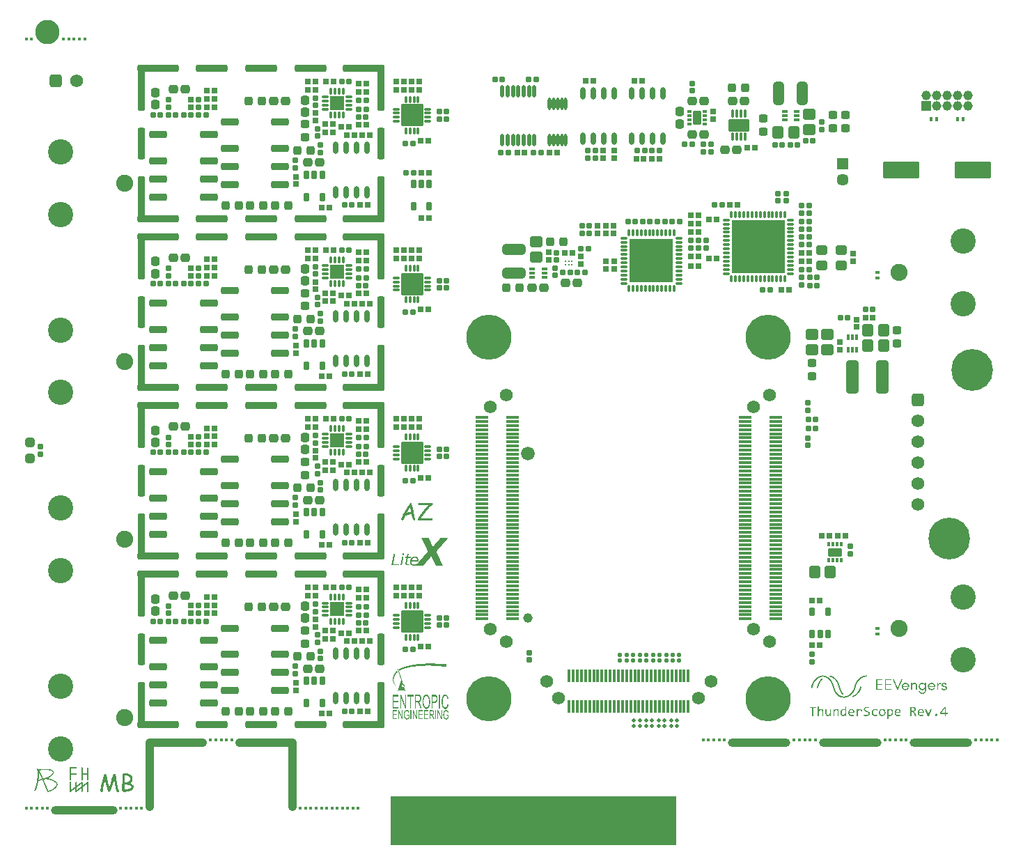
<source format=gts>
G04*
G04 #@! TF.GenerationSoftware,Altium Limited,Altium Designer,23.0.1 (38)*
G04*
G04 Layer_Color=8388736*
%FSAX25Y25*%
%MOIN*%
G70*
G04*
G04 #@! TF.SameCoordinates,6E8D14A1-A76B-48EF-8A5D-7AFE63AE9358*
G04*
G04*
G04 #@! TF.FilePolarity,Negative*
G04*
G01*
G75*
%ADD64C,0.01100*%
%ADD73R,1.37008X0.23524*%
%ADD74O,0.01087X0.03647*%
%ADD75O,0.03647X0.01087*%
G04:AMPARAMS|DCode=76|XSize=254.97mil|YSize=254.97mil|CornerRadius=7.8mil|HoleSize=0mil|Usage=FLASHONLY|Rotation=90.000|XOffset=0mil|YOffset=0mil|HoleType=Round|Shape=RoundedRectangle|*
%AMROUNDEDRECTD76*
21,1,0.25497,0.23937,0,0,90.0*
21,1,0.23937,0.25497,0,0,90.0*
1,1,0.01560,0.11969,0.11969*
1,1,0.01560,0.11969,-0.11969*
1,1,0.01560,-0.11969,-0.11969*
1,1,0.01560,-0.11969,0.11969*
%
%ADD76ROUNDEDRECTD76*%
G04:AMPARAMS|DCode=77|XSize=26.62mil|YSize=26.62mil|CornerRadius=7.41mil|HoleSize=0mil|Usage=FLASHONLY|Rotation=180.000|XOffset=0mil|YOffset=0mil|HoleType=Round|Shape=RoundedRectangle|*
%AMROUNDEDRECTD77*
21,1,0.02662,0.01181,0,0,180.0*
21,1,0.01181,0.02662,0,0,180.0*
1,1,0.01481,-0.00591,0.00591*
1,1,0.01481,0.00591,0.00591*
1,1,0.01481,0.00591,-0.00591*
1,1,0.01481,-0.00591,-0.00591*
%
%ADD77ROUNDEDRECTD77*%
G04:AMPARAMS|DCode=78|XSize=26.62mil|YSize=26.62mil|CornerRadius=7.41mil|HoleSize=0mil|Usage=FLASHONLY|Rotation=270.000|XOffset=0mil|YOffset=0mil|HoleType=Round|Shape=RoundedRectangle|*
%AMROUNDEDRECTD78*
21,1,0.02662,0.01181,0,0,270.0*
21,1,0.01181,0.02662,0,0,270.0*
1,1,0.01481,-0.00591,-0.00591*
1,1,0.01481,-0.00591,0.00591*
1,1,0.01481,0.00591,0.00591*
1,1,0.01481,0.00591,-0.00591*
%
%ADD78ROUNDEDRECTD78*%
G04:AMPARAMS|DCode=79|XSize=28.2mil|YSize=28.2mil|CornerRadius=7.8mil|HoleSize=0mil|Usage=FLASHONLY|Rotation=270.000|XOffset=0mil|YOffset=0mil|HoleType=Round|Shape=RoundedRectangle|*
%AMROUNDEDRECTD79*
21,1,0.02820,0.01260,0,0,270.0*
21,1,0.01260,0.02820,0,0,270.0*
1,1,0.01560,-0.00630,-0.00630*
1,1,0.01560,-0.00630,0.00630*
1,1,0.01560,0.00630,0.00630*
1,1,0.01560,0.00630,-0.00630*
%
%ADD79ROUNDEDRECTD79*%
G04:AMPARAMS|DCode=80|XSize=40.4mil|YSize=44.34mil|CornerRadius=10.85mil|HoleSize=0mil|Usage=FLASHONLY|Rotation=270.000|XOffset=0mil|YOffset=0mil|HoleType=Round|Shape=RoundedRectangle|*
%AMROUNDEDRECTD80*
21,1,0.04040,0.02264,0,0,270.0*
21,1,0.01870,0.04434,0,0,270.0*
1,1,0.02170,-0.01132,-0.00935*
1,1,0.02170,-0.01132,0.00935*
1,1,0.02170,0.01132,0.00935*
1,1,0.02170,0.01132,-0.00935*
%
%ADD80ROUNDEDRECTD80*%
G04:AMPARAMS|DCode=81|XSize=40.4mil|YSize=44.34mil|CornerRadius=10.85mil|HoleSize=0mil|Usage=FLASHONLY|Rotation=0.000|XOffset=0mil|YOffset=0mil|HoleType=Round|Shape=RoundedRectangle|*
%AMROUNDEDRECTD81*
21,1,0.04040,0.02264,0,0,0.0*
21,1,0.01870,0.04434,0,0,0.0*
1,1,0.02170,0.00935,-0.01132*
1,1,0.02170,-0.00935,-0.01132*
1,1,0.02170,-0.00935,0.01132*
1,1,0.02170,0.00935,0.01132*
%
%ADD81ROUNDEDRECTD81*%
G04:AMPARAMS|DCode=82|XSize=28.2mil|YSize=27.8mil|CornerRadius=7.7mil|HoleSize=0mil|Usage=FLASHONLY|Rotation=0.000|XOffset=0mil|YOffset=0mil|HoleType=Round|Shape=RoundedRectangle|*
%AMROUNDEDRECTD82*
21,1,0.02820,0.01240,0,0,0.0*
21,1,0.01280,0.02780,0,0,0.0*
1,1,0.01540,0.00640,-0.00620*
1,1,0.01540,-0.00640,-0.00620*
1,1,0.01540,-0.00640,0.00620*
1,1,0.01540,0.00640,0.00620*
%
%ADD82ROUNDEDRECTD82*%
G04:AMPARAMS|DCode=83|XSize=34.5mil|YSize=84.1mil|CornerRadius=9.37mil|HoleSize=0mil|Usage=FLASHONLY|Rotation=270.000|XOffset=0mil|YOffset=0mil|HoleType=Round|Shape=RoundedRectangle|*
%AMROUNDEDRECTD83*
21,1,0.03450,0.06535,0,0,270.0*
21,1,0.01575,0.08410,0,0,270.0*
1,1,0.01875,-0.03268,-0.00787*
1,1,0.01875,-0.03268,0.00787*
1,1,0.01875,0.03268,0.00787*
1,1,0.01875,0.03268,-0.00787*
%
%ADD83ROUNDEDRECTD83*%
G04:AMPARAMS|DCode=84|XSize=42.37mil|YSize=38.43mil|CornerRadius=10.36mil|HoleSize=0mil|Usage=FLASHONLY|Rotation=90.000|XOffset=0mil|YOffset=0mil|HoleType=Round|Shape=RoundedRectangle|*
%AMROUNDEDRECTD84*
21,1,0.04237,0.01772,0,0,90.0*
21,1,0.02165,0.03843,0,0,90.0*
1,1,0.02072,0.00886,0.01083*
1,1,0.02072,0.00886,-0.01083*
1,1,0.02072,-0.00886,-0.01083*
1,1,0.02072,-0.00886,0.01083*
%
%ADD84ROUNDEDRECTD84*%
%ADD85O,0.02662X0.06009*%
G04:AMPARAMS|DCode=86|XSize=28.2mil|YSize=28.2mil|CornerRadius=7.8mil|HoleSize=0mil|Usage=FLASHONLY|Rotation=180.000|XOffset=0mil|YOffset=0mil|HoleType=Round|Shape=RoundedRectangle|*
%AMROUNDEDRECTD86*
21,1,0.02820,0.01260,0,0,180.0*
21,1,0.01260,0.02820,0,0,180.0*
1,1,0.01560,-0.00630,0.00630*
1,1,0.01560,0.00630,0.00630*
1,1,0.01560,0.00630,-0.00630*
1,1,0.01560,-0.00630,-0.00630*
%
%ADD86ROUNDEDRECTD86*%
%ADD87O,0.01678X0.05812*%
G04:AMPARAMS|DCode=88|XSize=99.06mil|YSize=61.66mil|CornerRadius=4.43mil|HoleSize=0mil|Usage=FLASHONLY|Rotation=180.000|XOffset=0mil|YOffset=0mil|HoleType=Round|Shape=RoundedRectangle|*
%AMROUNDEDRECTD88*
21,1,0.09906,0.05280,0,0,180.0*
21,1,0.09020,0.06166,0,0,180.0*
1,1,0.00887,-0.04510,0.02640*
1,1,0.00887,0.04510,0.02640*
1,1,0.00887,0.04510,-0.02640*
1,1,0.00887,-0.04510,-0.02640*
%
%ADD88ROUNDEDRECTD88*%
G04:AMPARAMS|DCode=89|XSize=12.84mil|YSize=38.43mil|CornerRadius=3.96mil|HoleSize=0mil|Usage=FLASHONLY|Rotation=180.000|XOffset=0mil|YOffset=0mil|HoleType=Round|Shape=RoundedRectangle|*
%AMROUNDEDRECTD89*
21,1,0.01284,0.03051,0,0,180.0*
21,1,0.00492,0.03843,0,0,180.0*
1,1,0.00792,-0.00246,0.01526*
1,1,0.00792,0.00246,0.01526*
1,1,0.00792,0.00246,-0.01526*
1,1,0.00792,-0.00246,-0.01526*
%
%ADD89ROUNDEDRECTD89*%
%ADD90O,0.01284X0.03450*%
%ADD91O,0.03450X0.01284*%
G04:AMPARAMS|DCode=92|XSize=69.14mil|YSize=69.14mil|CornerRadius=4.81mil|HoleSize=0mil|Usage=FLASHONLY|Rotation=0.000|XOffset=0mil|YOffset=0mil|HoleType=Round|Shape=RoundedRectangle|*
%AMROUNDEDRECTD92*
21,1,0.06914,0.05953,0,0,0.0*
21,1,0.05953,0.06914,0,0,0.0*
1,1,0.00961,0.02976,-0.02976*
1,1,0.00961,-0.02976,-0.02976*
1,1,0.00961,-0.02976,0.02976*
1,1,0.00961,0.02976,0.02976*
%
%ADD92ROUNDEDRECTD92*%
G04:AMPARAMS|DCode=93|XSize=42.37mil|YSize=38.43mil|CornerRadius=10.36mil|HoleSize=0mil|Usage=FLASHONLY|Rotation=180.000|XOffset=0mil|YOffset=0mil|HoleType=Round|Shape=RoundedRectangle|*
%AMROUNDEDRECTD93*
21,1,0.04237,0.01772,0,0,180.0*
21,1,0.02165,0.03843,0,0,180.0*
1,1,0.02072,-0.01083,0.00886*
1,1,0.02072,0.01083,0.00886*
1,1,0.02072,0.01083,-0.00886*
1,1,0.02072,-0.01083,-0.00886*
%
%ADD93ROUNDEDRECTD93*%
G04:AMPARAMS|DCode=94|XSize=26.62mil|YSize=42.37mil|CornerRadius=7.41mil|HoleSize=0mil|Usage=FLASHONLY|Rotation=0.000|XOffset=0mil|YOffset=0mil|HoleType=Round|Shape=RoundedRectangle|*
%AMROUNDEDRECTD94*
21,1,0.02662,0.02756,0,0,0.0*
21,1,0.01181,0.04237,0,0,0.0*
1,1,0.01481,0.00591,-0.01378*
1,1,0.01481,-0.00591,-0.01378*
1,1,0.01481,-0.00591,0.01378*
1,1,0.01481,0.00591,0.01378*
%
%ADD94ROUNDEDRECTD94*%
G04:AMPARAMS|DCode=95|XSize=14.81mil|YSize=29.38mil|CornerRadius=4.45mil|HoleSize=0mil|Usage=FLASHONLY|Rotation=180.000|XOffset=0mil|YOffset=0mil|HoleType=Round|Shape=RoundedRectangle|*
%AMROUNDEDRECTD95*
21,1,0.01481,0.02047,0,0,180.0*
21,1,0.00591,0.02938,0,0,180.0*
1,1,0.00891,-0.00295,0.01024*
1,1,0.00891,0.00295,0.01024*
1,1,0.00891,0.00295,-0.01024*
1,1,0.00891,-0.00295,-0.01024*
%
%ADD95ROUNDEDRECTD95*%
G04:AMPARAMS|DCode=96|XSize=160.48mil|YSize=62.06mil|CornerRadius=16.26mil|HoleSize=0mil|Usage=FLASHONLY|Rotation=90.000|XOffset=0mil|YOffset=0mil|HoleType=Round|Shape=RoundedRectangle|*
%AMROUNDEDRECTD96*
21,1,0.16048,0.02953,0,0,90.0*
21,1,0.12795,0.06206,0,0,90.0*
1,1,0.03253,0.01476,0.06398*
1,1,0.03253,0.01476,-0.06398*
1,1,0.03253,-0.01476,-0.06398*
1,1,0.03253,-0.01476,0.06398*
%
%ADD96ROUNDEDRECTD96*%
G04:AMPARAMS|DCode=97|XSize=62.06mil|YSize=54.18mil|CornerRadius=14.3mil|HoleSize=0mil|Usage=FLASHONLY|Rotation=90.000|XOffset=0mil|YOffset=0mil|HoleType=Round|Shape=RoundedRectangle|*
%AMROUNDEDRECTD97*
21,1,0.06206,0.02559,0,0,90.0*
21,1,0.03347,0.05418,0,0,90.0*
1,1,0.02859,0.01280,0.01673*
1,1,0.02859,0.01280,-0.01673*
1,1,0.02859,-0.01280,-0.01673*
1,1,0.02859,-0.01280,0.01673*
%
%ADD97ROUNDEDRECTD97*%
G04:AMPARAMS|DCode=98|XSize=62.06mil|YSize=54.18mil|CornerRadius=14.3mil|HoleSize=0mil|Usage=FLASHONLY|Rotation=0.000|XOffset=0mil|YOffset=0mil|HoleType=Round|Shape=RoundedRectangle|*
%AMROUNDEDRECTD98*
21,1,0.06206,0.02559,0,0,0.0*
21,1,0.03347,0.05418,0,0,0.0*
1,1,0.02859,0.01673,-0.01280*
1,1,0.02859,-0.01673,-0.01280*
1,1,0.02859,-0.01673,0.01280*
1,1,0.02859,0.01673,0.01280*
%
%ADD98ROUNDEDRECTD98*%
G04:AMPARAMS|DCode=99|XSize=54.18mil|YSize=46.31mil|CornerRadius=12.33mil|HoleSize=0mil|Usage=FLASHONLY|Rotation=180.000|XOffset=0mil|YOffset=0mil|HoleType=Round|Shape=RoundedRectangle|*
%AMROUNDEDRECTD99*
21,1,0.05418,0.02165,0,0,180.0*
21,1,0.02953,0.04631,0,0,180.0*
1,1,0.02465,-0.01476,0.01083*
1,1,0.02465,0.01476,0.01083*
1,1,0.02465,0.01476,-0.01083*
1,1,0.02465,-0.01476,-0.01083*
%
%ADD99ROUNDEDRECTD99*%
G04:AMPARAMS|DCode=100|XSize=176.23mil|YSize=77.8mil|CornerRadius=5.24mil|HoleSize=0mil|Usage=FLASHONLY|Rotation=0.000|XOffset=0mil|YOffset=0mil|HoleType=Round|Shape=RoundedRectangle|*
%AMROUNDEDRECTD100*
21,1,0.17623,0.06732,0,0,0.0*
21,1,0.16575,0.07780,0,0,0.0*
1,1,0.01048,0.08287,-0.03366*
1,1,0.01048,-0.08287,-0.03366*
1,1,0.01048,-0.08287,0.03366*
1,1,0.01048,0.08287,0.03366*
%
%ADD100ROUNDEDRECTD100*%
G04:AMPARAMS|DCode=101|XSize=22.69mil|YSize=14.81mil|CornerRadius=4.45mil|HoleSize=0mil|Usage=FLASHONLY|Rotation=90.000|XOffset=0mil|YOffset=0mil|HoleType=Round|Shape=RoundedRectangle|*
%AMROUNDEDRECTD101*
21,1,0.02269,0.00591,0,0,90.0*
21,1,0.01378,0.01481,0,0,90.0*
1,1,0.00891,0.00295,0.00689*
1,1,0.00891,0.00295,-0.00689*
1,1,0.00891,-0.00295,-0.00689*
1,1,0.00891,-0.00295,0.00689*
%
%ADD101ROUNDEDRECTD101*%
G04:AMPARAMS|DCode=102|XSize=110.09mil|YSize=51.43mil|CornerRadius=13.61mil|HoleSize=0mil|Usage=FLASHONLY|Rotation=270.000|XOffset=0mil|YOffset=0mil|HoleType=Round|Shape=RoundedRectangle|*
%AMROUNDEDRECTD102*
21,1,0.11009,0.02421,0,0,270.0*
21,1,0.08287,0.05143,0,0,270.0*
1,1,0.02721,-0.01211,-0.04144*
1,1,0.02721,-0.01211,0.04144*
1,1,0.02721,0.01211,0.04144*
1,1,0.02721,0.01211,-0.04144*
%
%ADD102ROUNDEDRECTD102*%
G04:AMPARAMS|DCode=103|XSize=14.81mil|YSize=29.38mil|CornerRadius=4.45mil|HoleSize=0mil|Usage=FLASHONLY|Rotation=270.000|XOffset=0mil|YOffset=0mil|HoleType=Round|Shape=RoundedRectangle|*
%AMROUNDEDRECTD103*
21,1,0.01481,0.02047,0,0,270.0*
21,1,0.00591,0.02938,0,0,270.0*
1,1,0.00891,-0.01024,-0.00295*
1,1,0.00891,-0.01024,0.00295*
1,1,0.00891,0.01024,0.00295*
1,1,0.00891,0.01024,-0.00295*
%
%ADD103ROUNDEDRECTD103*%
%ADD104O,0.02072X0.05812*%
G04:AMPARAMS|DCode=105|XSize=12.84mil|YSize=22.69mil|CornerRadius=3.96mil|HoleSize=0mil|Usage=FLASHONLY|Rotation=180.000|XOffset=0mil|YOffset=0mil|HoleType=Round|Shape=RoundedRectangle|*
%AMROUNDEDRECTD105*
21,1,0.01284,0.01476,0,0,180.0*
21,1,0.00492,0.02269,0,0,180.0*
1,1,0.00792,-0.00246,0.00738*
1,1,0.00792,0.00246,0.00738*
1,1,0.00792,0.00246,-0.00738*
1,1,0.00792,-0.00246,-0.00738*
%
%ADD105ROUNDEDRECTD105*%
G04:AMPARAMS|DCode=106|XSize=65.99mil|YSize=38.43mil|CornerRadius=3.27mil|HoleSize=0mil|Usage=FLASHONLY|Rotation=180.000|XOffset=0mil|YOffset=0mil|HoleType=Round|Shape=RoundedRectangle|*
%AMROUNDEDRECTD106*
21,1,0.06599,0.03189,0,0,180.0*
21,1,0.05945,0.03843,0,0,180.0*
1,1,0.00654,-0.02972,0.01595*
1,1,0.00654,0.02972,0.01595*
1,1,0.00654,0.02972,-0.01595*
1,1,0.00654,-0.02972,-0.01595*
%
%ADD106ROUNDEDRECTD106*%
%ADD107O,0.01284X0.03647*%
G04:AMPARAMS|DCode=108|XSize=22.69mil|YSize=14.81mil|CornerRadius=4.45mil|HoleSize=0mil|Usage=FLASHONLY|Rotation=0.000|XOffset=0mil|YOffset=0mil|HoleType=Round|Shape=RoundedRectangle|*
%AMROUNDEDRECTD108*
21,1,0.02269,0.00591,0,0,0.0*
21,1,0.01378,0.01481,0,0,0.0*
1,1,0.00891,0.00689,-0.00295*
1,1,0.00891,-0.00689,-0.00295*
1,1,0.00891,-0.00689,0.00295*
1,1,0.00891,0.00689,0.00295*
%
%ADD108ROUNDEDRECTD108*%
G04:AMPARAMS|DCode=109|XSize=65.99mil|YSize=38.43mil|CornerRadius=3.27mil|HoleSize=0mil|Usage=FLASHONLY|Rotation=90.000|XOffset=0mil|YOffset=0mil|HoleType=Round|Shape=RoundedRectangle|*
%AMROUNDEDRECTD109*
21,1,0.06599,0.03189,0,0,90.0*
21,1,0.05945,0.03843,0,0,90.0*
1,1,0.00654,0.01595,0.02972*
1,1,0.00654,0.01595,-0.02972*
1,1,0.00654,-0.01595,-0.02972*
1,1,0.00654,-0.01595,0.02972*
%
%ADD109ROUNDEDRECTD109*%
G04:AMPARAMS|DCode=110|XSize=12.84mil|YSize=22.69mil|CornerRadius=3.96mil|HoleSize=0mil|Usage=FLASHONLY|Rotation=90.000|XOffset=0mil|YOffset=0mil|HoleType=Round|Shape=RoundedRectangle|*
%AMROUNDEDRECTD110*
21,1,0.01284,0.01476,0,0,90.0*
21,1,0.00492,0.02269,0,0,90.0*
1,1,0.00792,0.00738,0.00246*
1,1,0.00792,0.00738,-0.00246*
1,1,0.00792,-0.00738,-0.00246*
1,1,0.00792,-0.00738,0.00246*
%
%ADD110ROUNDEDRECTD110*%
G04:AMPARAMS|DCode=111|XSize=34.5mil|YSize=152.61mil|CornerRadius=9.37mil|HoleSize=0mil|Usage=FLASHONLY|Rotation=180.000|XOffset=0mil|YOffset=0mil|HoleType=Round|Shape=RoundedRectangle|*
%AMROUNDEDRECTD111*
21,1,0.03450,0.13386,0,0,180.0*
21,1,0.01575,0.15261,0,0,180.0*
1,1,0.01875,-0.00787,0.06693*
1,1,0.01875,0.00787,0.06693*
1,1,0.01875,0.00787,-0.06693*
1,1,0.01875,-0.00787,-0.06693*
%
%ADD111ROUNDEDRECTD111*%
G04:AMPARAMS|DCode=112|XSize=34.5mil|YSize=152.61mil|CornerRadius=9.37mil|HoleSize=0mil|Usage=FLASHONLY|Rotation=270.000|XOffset=0mil|YOffset=0mil|HoleType=Round|Shape=RoundedRectangle|*
%AMROUNDEDRECTD112*
21,1,0.03450,0.13386,0,0,270.0*
21,1,0.01575,0.15261,0,0,270.0*
1,1,0.01875,-0.06693,-0.00787*
1,1,0.01875,-0.06693,0.00787*
1,1,0.01875,0.06693,0.00787*
1,1,0.01875,0.06693,-0.00787*
%
%ADD112ROUNDEDRECTD112*%
G04:AMPARAMS|DCode=113|XSize=34.5mil|YSize=221.5mil|CornerRadius=9.37mil|HoleSize=0mil|Usage=FLASHONLY|Rotation=180.000|XOffset=0mil|YOffset=0mil|HoleType=Round|Shape=RoundedRectangle|*
%AMROUNDEDRECTD113*
21,1,0.03450,0.20276,0,0,180.0*
21,1,0.01575,0.22150,0,0,180.0*
1,1,0.01875,-0.00787,0.10138*
1,1,0.01875,0.00787,0.10138*
1,1,0.01875,0.00787,-0.10138*
1,1,0.01875,-0.00787,-0.10138*
%
%ADD113ROUNDEDRECTD113*%
G04:AMPARAMS|DCode=114|XSize=34.5mil|YSize=199.06mil|CornerRadius=9.37mil|HoleSize=0mil|Usage=FLASHONLY|Rotation=270.000|XOffset=0mil|YOffset=0mil|HoleType=Round|Shape=RoundedRectangle|*
%AMROUNDEDRECTD114*
21,1,0.03450,0.18032,0,0,270.0*
21,1,0.01575,0.19906,0,0,270.0*
1,1,0.01875,-0.09016,-0.00787*
1,1,0.01875,-0.09016,0.00787*
1,1,0.01875,0.09016,0.00787*
1,1,0.01875,0.09016,-0.00787*
%
%ADD114ROUNDEDRECTD114*%
G04:AMPARAMS|DCode=115|XSize=105.36mil|YSize=105.36mil|CornerRadius=4.06mil|HoleSize=0mil|Usage=FLASHONLY|Rotation=270.000|XOffset=0mil|YOffset=0mil|HoleType=Round|Shape=RoundedRectangle|*
%AMROUNDEDRECTD115*
21,1,0.10536,0.09724,0,0,270.0*
21,1,0.09724,0.10536,0,0,270.0*
1,1,0.00812,-0.04862,-0.04862*
1,1,0.00812,-0.04862,0.04862*
1,1,0.00812,0.04862,0.04862*
1,1,0.00812,0.04862,-0.04862*
%
%ADD115ROUNDEDRECTD115*%
%ADD116O,0.03647X0.01284*%
%ADD117R,0.21087X0.21087*%
%ADD118O,0.01284X0.03843*%
%ADD119O,0.03843X0.01284*%
G04:AMPARAMS|DCode=120|XSize=16.78mil|YSize=18.75mil|CornerRadius=4.95mil|HoleSize=0mil|Usage=FLASHONLY|Rotation=0.000|XOffset=0mil|YOffset=0mil|HoleType=Round|Shape=RoundedRectangle|*
%AMROUNDEDRECTD120*
21,1,0.01678,0.00886,0,0,0.0*
21,1,0.00689,0.01875,0,0,0.0*
1,1,0.00989,0.00345,-0.00443*
1,1,0.00989,-0.00345,-0.00443*
1,1,0.00989,-0.00345,0.00443*
1,1,0.00989,0.00345,0.00443*
%
%ADD120ROUNDEDRECTD120*%
%ADD121R,0.03056X0.16835*%
%ADD122R,0.03056X0.12898*%
G04:AMPARAMS|DCode=123|XSize=110.09mil|YSize=51.43mil|CornerRadius=13.61mil|HoleSize=0mil|Usage=FLASHONLY|Rotation=180.000|XOffset=0mil|YOffset=0mil|HoleType=Round|Shape=RoundedRectangle|*
%AMROUNDEDRECTD123*
21,1,0.11009,0.02421,0,0,180.0*
21,1,0.08287,0.05143,0,0,180.0*
1,1,0.02721,-0.04144,0.01211*
1,1,0.02721,0.04144,0.01211*
1,1,0.02721,0.04144,-0.01211*
1,1,0.02721,-0.04144,-0.01211*
%
%ADD123ROUNDEDRECTD123*%
G04:AMPARAMS|DCode=124|XSize=14.81mil|YSize=62.06mil|CornerRadius=4.45mil|HoleSize=0mil|Usage=FLASHONLY|Rotation=0.000|XOffset=0mil|YOffset=0mil|HoleType=Round|Shape=RoundedRectangle|*
%AMROUNDEDRECTD124*
21,1,0.01481,0.05315,0,0,0.0*
21,1,0.00591,0.06206,0,0,0.0*
1,1,0.00891,0.00295,-0.02657*
1,1,0.00891,-0.00295,-0.02657*
1,1,0.00891,-0.00295,0.02657*
1,1,0.00891,0.00295,0.02657*
%
%ADD124ROUNDEDRECTD124*%
G04:AMPARAMS|DCode=125|XSize=14.81mil|YSize=62.06mil|CornerRadius=4.45mil|HoleSize=0mil|Usage=FLASHONLY|Rotation=270.000|XOffset=0mil|YOffset=0mil|HoleType=Round|Shape=RoundedRectangle|*
%AMROUNDEDRECTD125*
21,1,0.01481,0.05315,0,0,270.0*
21,1,0.00591,0.06206,0,0,270.0*
1,1,0.00891,-0.02657,-0.00295*
1,1,0.00891,-0.02657,0.00295*
1,1,0.00891,0.02657,0.00295*
1,1,0.00891,0.02657,-0.00295*
%
%ADD125ROUNDEDRECTD125*%
G04:AMPARAMS|DCode=126|XSize=46.31mil|YSize=46.31mil|CornerRadius=12.33mil|HoleSize=0mil|Usage=FLASHONLY|Rotation=90.000|XOffset=0mil|YOffset=0mil|HoleType=Round|Shape=RoundedRectangle|*
%AMROUNDEDRECTD126*
21,1,0.04631,0.02165,0,0,90.0*
21,1,0.02165,0.04631,0,0,90.0*
1,1,0.02465,0.01083,0.01083*
1,1,0.02465,0.01083,-0.01083*
1,1,0.02465,-0.01083,-0.01083*
1,1,0.02465,-0.01083,0.01083*
%
%ADD126ROUNDEDRECTD126*%
G04:AMPARAMS|DCode=127|XSize=19.54mil|YSize=21.11mil|CornerRadius=5.63mil|HoleSize=0mil|Usage=FLASHONLY|Rotation=0.000|XOffset=0mil|YOffset=0mil|HoleType=Round|Shape=RoundedRectangle|*
%AMROUNDEDRECTD127*
21,1,0.01954,0.00984,0,0,0.0*
21,1,0.00827,0.02111,0,0,0.0*
1,1,0.01127,0.00413,-0.00492*
1,1,0.01127,-0.00413,-0.00492*
1,1,0.01127,-0.00413,0.00492*
1,1,0.01127,0.00413,0.00492*
%
%ADD127ROUNDEDRECTD127*%
%ADD128C,0.01496*%
%ADD129O,0.29828X0.04237*%
%ADD130O,0.29434X0.04237*%
%ADD131O,0.04237X0.34749*%
%ADD132R,0.05686X0.05686*%
%ADD133C,0.05686*%
%ADD134C,0.04591*%
%ADD135R,0.04591X0.04591*%
%ADD136C,0.08174*%
G04:AMPARAMS|DCode=137|XSize=62.06mil|YSize=62.06mil|CornerRadius=16.26mil|HoleSize=0mil|Usage=FLASHONLY|Rotation=270.000|XOffset=0mil|YOffset=0mil|HoleType=Round|Shape=RoundedRectangle|*
%AMROUNDEDRECTD137*
21,1,0.06206,0.02953,0,0,270.0*
21,1,0.02953,0.06206,0,0,270.0*
1,1,0.03253,-0.01476,-0.01476*
1,1,0.03253,-0.01476,0.01476*
1,1,0.03253,0.01476,0.01476*
1,1,0.03253,0.01476,-0.01476*
%
%ADD137ROUNDEDRECTD137*%
%ADD138C,0.06206*%
%ADD139C,0.21560*%
%ADD140C,0.04600*%
%ADD141C,0.06600*%
%ADD142C,0.12111*%
G04:AMPARAMS|DCode=143|XSize=62.06mil|YSize=62.06mil|CornerRadius=16.26mil|HoleSize=0mil|Usage=FLASHONLY|Rotation=0.000|XOffset=0mil|YOffset=0mil|HoleType=Round|Shape=RoundedRectangle|*
%AMROUNDEDRECTD143*
21,1,0.06206,0.02953,0,0,0.0*
21,1,0.02953,0.06206,0,0,0.0*
1,1,0.03253,0.01476,-0.01476*
1,1,0.03253,-0.01476,-0.01476*
1,1,0.03253,-0.01476,0.01476*
1,1,0.03253,0.01476,0.01476*
%
%ADD143ROUNDEDRECTD143*%
%ADD144O,0.31796X0.04237*%
%ADD145C,0.19985*%
%ADD146C,0.11639*%
G36*
X0203759Y0153874D02*
X0203781D01*
Y0153852D01*
X0203759D01*
Y0153830D01*
X0203737D01*
Y0153809D01*
X0203715D01*
Y0153787D01*
X0203694D01*
Y0153765D01*
X0203672D01*
Y0153722D01*
X0203650D01*
Y0153700D01*
X0203628D01*
Y0153678D01*
X0203607D01*
Y0153657D01*
X0203585D01*
Y0153635D01*
X0203563D01*
Y0153591D01*
X0203541D01*
Y0153570D01*
X0203520D01*
Y0153548D01*
X0203498D01*
Y0153526D01*
X0203476D01*
Y0153504D01*
X0203454D01*
Y0153483D01*
X0203433D01*
Y0153461D01*
X0203411D01*
Y0153418D01*
X0203389D01*
Y0153396D01*
X0203368D01*
Y0153374D01*
X0203346D01*
Y0153352D01*
X0203324D01*
Y0153331D01*
X0203302D01*
Y0153309D01*
X0203281D01*
Y0153287D01*
X0203259D01*
Y0153265D01*
X0203237D01*
Y0153244D01*
X0203215D01*
Y0153200D01*
X0203194D01*
Y0153178D01*
X0203172D01*
Y0153157D01*
X0203150D01*
Y0153135D01*
X0203129D01*
Y0153113D01*
X0203107D01*
Y0153092D01*
X0203085D01*
Y0153048D01*
X0203063D01*
Y0153026D01*
X0203042D01*
Y0153005D01*
X0203020D01*
Y0152983D01*
X0202998D01*
Y0152961D01*
X0202976D01*
Y0152939D01*
X0202955D01*
Y0152918D01*
X0202933D01*
Y0152896D01*
X0202911D01*
Y0152874D01*
X0202889D01*
Y0152831D01*
X0202868D01*
Y0152809D01*
X0202846D01*
Y0152787D01*
X0202824D01*
Y0152766D01*
X0202802D01*
Y0152744D01*
X0202781D01*
Y0152700D01*
X0202759D01*
Y0152679D01*
X0202737D01*
Y0152657D01*
X0202716D01*
Y0152635D01*
X0202694D01*
Y0152613D01*
X0202672D01*
Y0152592D01*
X0202650D01*
Y0152570D01*
X0202629D01*
Y0152526D01*
X0202585D01*
Y0152483D01*
X0202563D01*
Y0152461D01*
X0202542D01*
Y0152439D01*
X0202520D01*
Y0152418D01*
X0202498D01*
Y0152396D01*
X0202477D01*
Y0152374D01*
X0202455D01*
Y0152331D01*
X0202433D01*
Y0152309D01*
X0202411D01*
Y0152287D01*
X0202390D01*
Y0152266D01*
X0202368D01*
Y0152244D01*
X0202346D01*
Y0152222D01*
X0202324D01*
Y0152200D01*
X0202303D01*
Y0152157D01*
X0202281D01*
Y0152135D01*
X0202259D01*
Y0152113D01*
X0202237D01*
Y0152092D01*
X0202216D01*
Y0152070D01*
X0202194D01*
Y0152048D01*
X0202172D01*
Y0152027D01*
X0202151D01*
Y0152005D01*
X0202129D01*
Y0151961D01*
X0202107D01*
Y0151940D01*
X0202085D01*
Y0151918D01*
X0202064D01*
Y0151896D01*
X0202042D01*
Y0151874D01*
X0202020D01*
Y0151853D01*
X0201998D01*
Y0151809D01*
X0201977D01*
Y0151787D01*
X0201955D01*
Y0151766D01*
X0201933D01*
Y0151744D01*
X0201911D01*
Y0151722D01*
X0201890D01*
Y0151701D01*
X0201868D01*
Y0151679D01*
X0201846D01*
Y0151635D01*
X0201803D01*
Y0151592D01*
X0201781D01*
Y0151570D01*
X0201759D01*
Y0151549D01*
X0201738D01*
Y0151527D01*
X0201716D01*
Y0151505D01*
X0201694D01*
Y0151462D01*
X0201672D01*
Y0151440D01*
X0201651D01*
Y0151418D01*
X0201629D01*
Y0151396D01*
X0201607D01*
Y0151375D01*
X0201586D01*
Y0151353D01*
X0201564D01*
Y0151331D01*
X0201542D01*
Y0151309D01*
X0201520D01*
Y0151266D01*
X0201499D01*
Y0151244D01*
X0201477D01*
Y0151223D01*
X0201455D01*
Y0151201D01*
X0201433D01*
Y0151179D01*
X0201412D01*
Y0151157D01*
X0201390D01*
Y0151136D01*
X0201368D01*
Y0151092D01*
X0201346D01*
Y0151070D01*
X0201325D01*
Y0151049D01*
X0201303D01*
Y0151027D01*
X0201281D01*
Y0151005D01*
X0201259D01*
Y0150983D01*
X0201238D01*
Y0150962D01*
X0201216D01*
Y0150918D01*
X0201194D01*
Y0150897D01*
X0201172D01*
Y0150875D01*
X0201151D01*
Y0150853D01*
X0201129D01*
Y0150831D01*
X0201107D01*
Y0150810D01*
X0201086D01*
Y0150788D01*
X0201064D01*
Y0150744D01*
X0201020D01*
Y0150701D01*
X0200999D01*
Y0150679D01*
X0200977D01*
Y0150657D01*
X0200955D01*
Y0150636D01*
X0200934D01*
Y0150614D01*
X0200912D01*
Y0150570D01*
X0200890D01*
Y0150549D01*
X0200868D01*
Y0150527D01*
X0200847D01*
Y0150505D01*
X0200825D01*
Y0150484D01*
X0200803D01*
Y0150462D01*
X0200781D01*
Y0150440D01*
X0200760D01*
Y0150418D01*
X0200738D01*
Y0150375D01*
X0200716D01*
Y0150353D01*
X0200694D01*
Y0150331D01*
X0200673D01*
Y0150310D01*
X0200651D01*
Y0150288D01*
X0200629D01*
Y0150266D01*
X0200607D01*
Y0150244D01*
X0200586D01*
Y0150201D01*
X0200564D01*
Y0150179D01*
X0200542D01*
Y0150158D01*
X0200520D01*
Y0150136D01*
X0200499D01*
Y0150114D01*
X0200477D01*
Y0150092D01*
X0200455D01*
Y0150071D01*
X0200434D01*
Y0150027D01*
X0200412D01*
Y0150005D01*
X0200390D01*
Y0149984D01*
X0200368D01*
Y0149962D01*
X0200347D01*
Y0149940D01*
X0200325D01*
Y0149918D01*
X0200303D01*
Y0149897D01*
X0200282D01*
Y0149853D01*
X0200260D01*
Y0149832D01*
X0200238D01*
Y0149810D01*
X0200216D01*
Y0149788D01*
X0200195D01*
Y0149766D01*
X0200173D01*
Y0149745D01*
X0200151D01*
Y0149723D01*
X0200129D01*
Y0149679D01*
X0200108D01*
Y0149658D01*
X0200086D01*
Y0149636D01*
X0200064D01*
Y0149614D01*
X0200042D01*
Y0149592D01*
X0200021D01*
Y0149571D01*
X0199999D01*
Y0149549D01*
X0199977D01*
Y0149527D01*
X0199955D01*
Y0149484D01*
X0199934D01*
Y0149462D01*
X0199912D01*
Y0149440D01*
X0199890D01*
Y0149419D01*
X0199869D01*
Y0149397D01*
X0199847D01*
Y0149375D01*
X0199825D01*
Y0149353D01*
X0199803D01*
Y0149310D01*
X0199782D01*
Y0149288D01*
X0199760D01*
Y0149267D01*
X0199738D01*
Y0149245D01*
X0199716D01*
Y0149223D01*
X0199695D01*
Y0149201D01*
X0199673D01*
Y0149180D01*
X0199651D01*
Y0149136D01*
X0199629D01*
Y0149114D01*
X0199608D01*
Y0149093D01*
X0199586D01*
Y0149071D01*
X0199564D01*
Y0149049D01*
X0199543D01*
Y0149027D01*
X0199521D01*
Y0149006D01*
X0199499D01*
Y0148962D01*
X0199477D01*
Y0148941D01*
X0199456D01*
Y0148919D01*
X0199434D01*
Y0148897D01*
X0199412D01*
Y0148875D01*
X0199390D01*
Y0148854D01*
X0199369D01*
Y0148832D01*
X0199347D01*
Y0148788D01*
X0199325D01*
Y0148767D01*
X0199303D01*
Y0148745D01*
X0199282D01*
Y0148723D01*
X0199260D01*
Y0148701D01*
X0199238D01*
Y0148680D01*
X0199217D01*
Y0148658D01*
X0199195D01*
Y0148615D01*
X0199173D01*
Y0148593D01*
X0199151D01*
Y0148571D01*
X0199130D01*
Y0148549D01*
X0199108D01*
Y0148528D01*
X0199086D01*
Y0148506D01*
X0199064D01*
Y0148462D01*
X0199043D01*
Y0148441D01*
X0199021D01*
Y0148419D01*
X0198999D01*
Y0148397D01*
X0198977D01*
Y0148375D01*
X0198956D01*
Y0148354D01*
X0198934D01*
Y0148332D01*
X0198912D01*
Y0148310D01*
X0198891D01*
Y0148289D01*
X0198869D01*
Y0148245D01*
X0198847D01*
Y0148223D01*
X0198825D01*
Y0148202D01*
X0198804D01*
Y0148180D01*
X0198782D01*
Y0148158D01*
X0198760D01*
Y0148136D01*
X0198738D01*
Y0148115D01*
X0198717D01*
Y0148071D01*
X0198695D01*
Y0148049D01*
X0198673D01*
Y0148028D01*
X0198652D01*
Y0148006D01*
X0198630D01*
Y0147984D01*
X0198608D01*
Y0147941D01*
X0198565D01*
Y0147897D01*
X0198543D01*
Y0147876D01*
X0198521D01*
Y0147854D01*
X0198499D01*
Y0147832D01*
X0198478D01*
Y0147810D01*
X0198456D01*
Y0147789D01*
X0198434D01*
Y0147767D01*
X0198412D01*
Y0147723D01*
X0198391D01*
Y0147702D01*
X0198369D01*
Y0147680D01*
X0198347D01*
Y0147658D01*
X0198326D01*
Y0147636D01*
X0198304D01*
Y0147615D01*
X0198282D01*
Y0147571D01*
X0198260D01*
Y0147550D01*
X0198239D01*
Y0147528D01*
X0198217D01*
Y0147506D01*
X0198195D01*
Y0147484D01*
X0198173D01*
Y0147463D01*
X0198152D01*
Y0147441D01*
X0198130D01*
Y0147354D01*
X0198152D01*
Y0147310D01*
X0198173D01*
Y0147267D01*
X0198195D01*
Y0147202D01*
X0198217D01*
Y0147180D01*
X0198239D01*
Y0147115D01*
X0198260D01*
Y0147072D01*
X0198282D01*
Y0147050D01*
X0198304D01*
Y0146985D01*
X0198326D01*
Y0146963D01*
X0198347D01*
Y0146898D01*
X0198369D01*
Y0146854D01*
X0198391D01*
Y0146811D01*
X0198412D01*
Y0146767D01*
X0198434D01*
Y0146724D01*
X0198456D01*
Y0146659D01*
X0198478D01*
Y0146637D01*
X0198499D01*
Y0146572D01*
X0198521D01*
Y0146550D01*
X0198543D01*
Y0146506D01*
X0198565D01*
Y0146441D01*
X0198586D01*
Y0146420D01*
X0198608D01*
Y0146354D01*
X0198630D01*
Y0146333D01*
X0198652D01*
Y0146267D01*
X0198673D01*
Y0146224D01*
X0198695D01*
Y0146202D01*
X0198717D01*
Y0146137D01*
X0198738D01*
Y0146093D01*
X0198760D01*
Y0146050D01*
X0198782D01*
Y0146007D01*
X0198804D01*
Y0145963D01*
X0198825D01*
Y0145898D01*
X0198847D01*
Y0145876D01*
X0198869D01*
Y0145811D01*
X0198891D01*
Y0145789D01*
X0198912D01*
Y0145724D01*
X0198934D01*
Y0145681D01*
X0198956D01*
Y0145659D01*
X0198977D01*
Y0145594D01*
X0198999D01*
Y0145550D01*
X0199021D01*
Y0145507D01*
X0199043D01*
Y0145463D01*
X0199064D01*
Y0145420D01*
X0199086D01*
Y0145376D01*
X0199108D01*
Y0145333D01*
X0199130D01*
Y0145268D01*
X0199151D01*
Y0145246D01*
X0199173D01*
Y0145202D01*
X0199195D01*
Y0145137D01*
X0199217D01*
Y0145115D01*
X0199238D01*
Y0145050D01*
X0199260D01*
Y0145029D01*
X0199282D01*
Y0144963D01*
X0199303D01*
Y0144920D01*
X0199325D01*
Y0144876D01*
X0199347D01*
Y0144833D01*
X0199369D01*
Y0144790D01*
X0199390D01*
Y0144746D01*
X0199412D01*
Y0144703D01*
X0199434D01*
Y0144659D01*
X0199456D01*
Y0144616D01*
X0199477D01*
Y0144572D01*
X0199499D01*
Y0144507D01*
X0199521D01*
Y0144485D01*
X0199543D01*
Y0144420D01*
X0199564D01*
Y0144398D01*
X0199586D01*
Y0144355D01*
X0199608D01*
Y0144290D01*
X0199629D01*
Y0144268D01*
X0199651D01*
Y0144203D01*
X0199673D01*
Y0144159D01*
X0199695D01*
Y0144116D01*
X0199716D01*
Y0144072D01*
X0199738D01*
Y0144029D01*
X0199760D01*
Y0143964D01*
X0199782D01*
Y0143942D01*
X0199803D01*
Y0143877D01*
X0199825D01*
Y0143855D01*
X0199847D01*
Y0143812D01*
X0199869D01*
Y0143746D01*
X0199890D01*
Y0143725D01*
X0199912D01*
Y0143659D01*
X0199934D01*
Y0143616D01*
X0199955D01*
Y0143572D01*
X0199977D01*
Y0143529D01*
X0199999D01*
Y0143507D01*
X0200021D01*
Y0143442D01*
X0200042D01*
Y0143399D01*
X0200064D01*
Y0143355D01*
X0200086D01*
Y0143312D01*
X0200108D01*
Y0143268D01*
X0200129D01*
Y0143203D01*
X0200151D01*
Y0143181D01*
X0200173D01*
Y0143116D01*
X0200195D01*
Y0143094D01*
X0200216D01*
Y0143029D01*
X0200238D01*
Y0142986D01*
X0200260D01*
Y0142964D01*
X0200282D01*
Y0142899D01*
X0200303D01*
Y0142877D01*
X0200325D01*
Y0142812D01*
X0200347D01*
Y0142768D01*
X0200368D01*
Y0142725D01*
X0200390D01*
Y0142681D01*
X0200412D01*
Y0142638D01*
X0200434D01*
Y0142573D01*
X0200455D01*
Y0142551D01*
X0200477D01*
Y0142508D01*
X0200499D01*
Y0142442D01*
X0200520D01*
Y0142421D01*
X0200542D01*
Y0142355D01*
X0200564D01*
Y0142334D01*
X0200586D01*
Y0142269D01*
X0200607D01*
Y0142225D01*
X0200629D01*
Y0142182D01*
X0200651D01*
Y0142138D01*
X0200673D01*
Y0142095D01*
X0200694D01*
Y0142051D01*
X0200716D01*
Y0142008D01*
X0200738D01*
Y0141964D01*
X0200760D01*
Y0141921D01*
X0200781D01*
Y0141877D01*
X0200803D01*
Y0141812D01*
X0200825D01*
Y0141790D01*
X0200847D01*
Y0141725D01*
X0200868D01*
Y0141682D01*
X0200890D01*
Y0141660D01*
X0200912D01*
Y0141595D01*
X0200934D01*
Y0141573D01*
X0200955D01*
Y0141508D01*
X0200977D01*
Y0141464D01*
X0200999D01*
Y0141421D01*
X0201020D01*
Y0141377D01*
X0201042D01*
Y0141334D01*
X0201064D01*
Y0141269D01*
X0201086D01*
Y0141247D01*
X0201107D01*
Y0141182D01*
X0201129D01*
Y0141160D01*
X0201151D01*
Y0141117D01*
X0201172D01*
Y0141051D01*
X0201194D01*
Y0141030D01*
X0201216D01*
Y0140964D01*
X0201238D01*
Y0140921D01*
X0201259D01*
Y0140878D01*
X0201281D01*
Y0140834D01*
X0201303D01*
Y0140791D01*
X0201325D01*
Y0140769D01*
X0201303D01*
Y0140747D01*
X0197891D01*
Y0140791D01*
X0197869D01*
Y0140834D01*
X0197847D01*
Y0140856D01*
X0197826D01*
Y0140921D01*
X0197804D01*
Y0140943D01*
X0197782D01*
Y0141008D01*
X0197760D01*
Y0141051D01*
X0197739D01*
Y0141095D01*
X0197717D01*
Y0141138D01*
X0197695D01*
Y0141182D01*
X0197673D01*
Y0141247D01*
X0197652D01*
Y0141269D01*
X0197630D01*
Y0141312D01*
X0197608D01*
Y0141356D01*
X0197587D01*
Y0141399D01*
X0197565D01*
Y0141464D01*
X0197543D01*
Y0141486D01*
X0197521D01*
Y0141551D01*
X0197500D01*
Y0141595D01*
X0197478D01*
Y0141616D01*
X0197456D01*
Y0141682D01*
X0197434D01*
Y0141703D01*
X0197413D01*
Y0141769D01*
X0197391D01*
Y0141812D01*
X0197369D01*
Y0141856D01*
X0197347D01*
Y0141899D01*
X0197326D01*
Y0141943D01*
X0197304D01*
Y0142008D01*
X0197282D01*
Y0142029D01*
X0197261D01*
Y0142095D01*
X0197239D01*
Y0142116D01*
X0197217D01*
Y0142160D01*
X0197195D01*
Y0142225D01*
X0197174D01*
Y0142247D01*
X0197152D01*
Y0142312D01*
X0197130D01*
Y0142334D01*
X0197108D01*
Y0142399D01*
X0197087D01*
Y0142442D01*
X0197065D01*
Y0142464D01*
X0197043D01*
Y0142529D01*
X0197021D01*
Y0142573D01*
X0197000D01*
Y0142616D01*
X0196978D01*
Y0142660D01*
X0196956D01*
Y0142703D01*
X0196935D01*
Y0142747D01*
X0196913D01*
Y0142790D01*
X0196891D01*
Y0142855D01*
X0196869D01*
Y0142877D01*
X0196848D01*
Y0142920D01*
X0196826D01*
Y0142986D01*
X0196804D01*
Y0143007D01*
X0196783D01*
Y0143073D01*
X0196761D01*
Y0143094D01*
X0196739D01*
Y0143159D01*
X0196717D01*
Y0143203D01*
X0196695D01*
Y0143246D01*
X0196674D01*
Y0143290D01*
X0196652D01*
Y0143333D01*
X0196630D01*
Y0143377D01*
X0196609D01*
Y0143420D01*
X0196587D01*
Y0143464D01*
X0196565D01*
Y0143507D01*
X0196543D01*
Y0143551D01*
X0196522D01*
Y0143616D01*
X0196500D01*
Y0143638D01*
X0196478D01*
Y0143703D01*
X0196457D01*
Y0143725D01*
X0196435D01*
Y0143768D01*
X0196413D01*
Y0143833D01*
X0196391D01*
Y0143855D01*
X0196370D01*
Y0143920D01*
X0196348D01*
Y0143964D01*
X0196326D01*
Y0144007D01*
X0196304D01*
Y0144051D01*
X0196283D01*
Y0144072D01*
X0196261D01*
Y0144138D01*
X0196239D01*
Y0144181D01*
X0196217D01*
Y0144225D01*
X0196196D01*
Y0144268D01*
X0196174D01*
Y0144311D01*
X0196152D01*
Y0144377D01*
X0196131D01*
Y0144398D01*
X0196109D01*
Y0144464D01*
X0196087D01*
Y0144485D01*
X0196065D01*
Y0144551D01*
X0196044D01*
Y0144594D01*
X0196022D01*
Y0144616D01*
X0196000D01*
Y0144681D01*
X0195978D01*
Y0144703D01*
X0195957D01*
Y0144768D01*
X0195935D01*
Y0144811D01*
X0195913D01*
Y0144855D01*
X0195891D01*
Y0144898D01*
X0195870D01*
Y0144942D01*
X0195848D01*
Y0145007D01*
X0195826D01*
Y0145029D01*
X0195805D01*
Y0145072D01*
X0195783D01*
Y0145115D01*
X0195718D01*
Y0145094D01*
X0195696D01*
Y0145072D01*
X0195674D01*
Y0145050D01*
X0195652D01*
Y0145029D01*
X0195631D01*
Y0144985D01*
X0195609D01*
Y0144963D01*
X0195587D01*
Y0144942D01*
X0195565D01*
Y0144920D01*
X0195544D01*
Y0144898D01*
X0195522D01*
Y0144876D01*
X0195500D01*
Y0144855D01*
X0195478D01*
Y0144811D01*
X0195457D01*
Y0144790D01*
X0195435D01*
Y0144768D01*
X0195413D01*
Y0144746D01*
X0195392D01*
Y0144724D01*
X0195370D01*
Y0144703D01*
X0195348D01*
Y0144681D01*
X0195326D01*
Y0144637D01*
X0195305D01*
Y0144616D01*
X0195283D01*
Y0144594D01*
X0195261D01*
Y0144572D01*
X0195239D01*
Y0144551D01*
X0195218D01*
Y0144507D01*
X0195196D01*
Y0144485D01*
X0195174D01*
Y0144464D01*
X0195152D01*
Y0144442D01*
X0195131D01*
Y0144420D01*
X0195109D01*
Y0144398D01*
X0195087D01*
Y0144377D01*
X0195066D01*
Y0144355D01*
X0195044D01*
Y0144333D01*
X0195022D01*
Y0144290D01*
X0195000D01*
Y0144268D01*
X0194979D01*
Y0144246D01*
X0194957D01*
Y0144225D01*
X0194935D01*
Y0144203D01*
X0194913D01*
Y0144181D01*
X0194892D01*
Y0144159D01*
X0194870D01*
Y0144116D01*
X0194848D01*
Y0144094D01*
X0194826D01*
Y0144072D01*
X0194805D01*
Y0144051D01*
X0194783D01*
Y0144029D01*
X0194761D01*
Y0144007D01*
X0194740D01*
Y0143964D01*
X0194718D01*
Y0143942D01*
X0194696D01*
Y0143920D01*
X0194674D01*
Y0143898D01*
X0194653D01*
Y0143877D01*
X0194631D01*
Y0143855D01*
X0194609D01*
Y0143833D01*
X0194587D01*
Y0143790D01*
X0194566D01*
Y0143768D01*
X0194544D01*
Y0143746D01*
X0194522D01*
Y0143725D01*
X0194501D01*
Y0143703D01*
X0194479D01*
Y0143681D01*
X0194457D01*
Y0143659D01*
X0194435D01*
Y0143616D01*
X0194414D01*
Y0143594D01*
X0194392D01*
Y0143572D01*
X0194370D01*
Y0143551D01*
X0194348D01*
Y0143529D01*
X0194327D01*
Y0143507D01*
X0194305D01*
Y0143485D01*
X0194283D01*
Y0143442D01*
X0194261D01*
Y0143420D01*
X0194240D01*
Y0143399D01*
X0194218D01*
Y0143377D01*
X0194196D01*
Y0143355D01*
X0194175D01*
Y0143333D01*
X0194153D01*
Y0143312D01*
X0194131D01*
Y0143268D01*
X0194109D01*
Y0143246D01*
X0194088D01*
Y0143225D01*
X0194066D01*
Y0143203D01*
X0194044D01*
Y0143181D01*
X0194022D01*
Y0143159D01*
X0194001D01*
Y0143138D01*
X0193979D01*
Y0143094D01*
X0193957D01*
Y0143073D01*
X0193935D01*
Y0143051D01*
X0193914D01*
Y0143029D01*
X0193892D01*
Y0143007D01*
X0193870D01*
Y0142986D01*
X0193849D01*
Y0142964D01*
X0193827D01*
Y0142920D01*
X0193805D01*
Y0142899D01*
X0193783D01*
Y0142877D01*
X0193762D01*
Y0142855D01*
X0193740D01*
Y0142833D01*
X0193718D01*
Y0142812D01*
X0193696D01*
Y0142768D01*
X0193675D01*
Y0142747D01*
X0193653D01*
Y0142725D01*
X0193631D01*
Y0142703D01*
X0193609D01*
Y0142681D01*
X0193588D01*
Y0142660D01*
X0193566D01*
Y0142638D01*
X0193544D01*
Y0142616D01*
X0193523D01*
Y0142595D01*
X0193501D01*
Y0142551D01*
X0193479D01*
Y0142529D01*
X0193457D01*
Y0142508D01*
X0193436D01*
Y0142486D01*
X0193414D01*
Y0142464D01*
X0193392D01*
Y0142421D01*
X0193370D01*
Y0142399D01*
X0193349D01*
Y0142377D01*
X0193327D01*
Y0142355D01*
X0193305D01*
Y0142334D01*
X0193283D01*
Y0142312D01*
X0193262D01*
Y0142290D01*
X0193240D01*
Y0142247D01*
X0193196D01*
Y0142203D01*
X0193175D01*
Y0142182D01*
X0193153D01*
Y0142160D01*
X0193131D01*
Y0142138D01*
X0193110D01*
Y0142116D01*
X0193088D01*
Y0142073D01*
X0193066D01*
Y0142051D01*
X0193044D01*
Y0142029D01*
X0193023D01*
Y0142008D01*
X0193001D01*
Y0141986D01*
X0192979D01*
Y0141964D01*
X0192957D01*
Y0141943D01*
X0192936D01*
Y0141899D01*
X0192914D01*
Y0141877D01*
X0192892D01*
Y0141856D01*
X0192870D01*
Y0141834D01*
X0192849D01*
Y0141812D01*
X0192827D01*
Y0141790D01*
X0192805D01*
Y0141769D01*
X0192784D01*
Y0141725D01*
X0192762D01*
Y0141703D01*
X0192740D01*
Y0141682D01*
X0192718D01*
Y0141660D01*
X0192697D01*
Y0141638D01*
X0192675D01*
Y0141616D01*
X0192653D01*
Y0141573D01*
X0192631D01*
Y0141551D01*
X0192610D01*
Y0141530D01*
X0192588D01*
Y0141508D01*
X0192566D01*
Y0141486D01*
X0192544D01*
Y0141464D01*
X0192523D01*
Y0141443D01*
X0192501D01*
Y0141421D01*
X0192479D01*
Y0141399D01*
X0192458D01*
Y0141356D01*
X0192436D01*
Y0141334D01*
X0192414D01*
Y0141312D01*
X0192392D01*
Y0141290D01*
X0192371D01*
Y0141269D01*
X0192349D01*
Y0141225D01*
X0192327D01*
Y0141204D01*
X0192306D01*
Y0141182D01*
X0192284D01*
Y0141160D01*
X0192262D01*
Y0141138D01*
X0192240D01*
Y0141117D01*
X0192219D01*
Y0141095D01*
X0192197D01*
Y0141051D01*
X0192175D01*
Y0141030D01*
X0192153D01*
Y0141008D01*
X0192132D01*
Y0140986D01*
X0192110D01*
Y0140964D01*
X0192088D01*
Y0140943D01*
X0192066D01*
Y0140921D01*
X0192045D01*
Y0140878D01*
X0192023D01*
Y0140856D01*
X0192001D01*
Y0140834D01*
X0191980D01*
Y0140812D01*
X0191958D01*
Y0140791D01*
X0191936D01*
Y0140769D01*
X0191914D01*
Y0140747D01*
X0188307D01*
Y0140769D01*
X0188285D01*
Y0140812D01*
X0188241D01*
Y0140791D01*
X0188089D01*
Y0140769D01*
X0187981D01*
Y0140747D01*
X0187829D01*
Y0140726D01*
X0186959D01*
Y0140747D01*
X0186829D01*
Y0140769D01*
X0186742D01*
Y0140791D01*
X0186633D01*
Y0140812D01*
X0186590D01*
Y0140834D01*
X0186503D01*
Y0140856D01*
X0186459D01*
Y0140878D01*
X0186394D01*
Y0140899D01*
X0186351D01*
Y0140921D01*
X0186329D01*
Y0140943D01*
X0186264D01*
Y0140964D01*
X0186242D01*
Y0140986D01*
X0186198D01*
Y0141008D01*
X0186155D01*
Y0141030D01*
X0186133D01*
Y0141051D01*
X0186090D01*
Y0141095D01*
X0186046D01*
Y0141117D01*
X0186025D01*
Y0141138D01*
X0186003D01*
Y0141160D01*
X0185981D01*
Y0141182D01*
X0185959D01*
Y0141204D01*
X0185938D01*
Y0141225D01*
X0185916D01*
Y0141247D01*
X0185894D01*
Y0141269D01*
X0185872D01*
Y0141290D01*
X0185851D01*
Y0141334D01*
X0185829D01*
Y0141356D01*
X0185807D01*
Y0141377D01*
X0185786D01*
Y0141421D01*
X0185764D01*
Y0141464D01*
X0185742D01*
Y0141486D01*
X0185720D01*
Y0141551D01*
X0185699D01*
Y0141573D01*
X0185677D01*
Y0141660D01*
X0185655D01*
Y0141703D01*
X0185633D01*
Y0141769D01*
X0185612D01*
Y0141856D01*
X0185590D01*
Y0141943D01*
X0185568D01*
Y0142225D01*
X0185547D01*
Y0142377D01*
X0185568D01*
Y0142747D01*
X0185590D01*
Y0142877D01*
X0185612D01*
Y0142986D01*
X0185633D01*
Y0143094D01*
X0185655D01*
Y0143159D01*
X0185677D01*
Y0143268D01*
X0185699D01*
Y0143312D01*
X0185720D01*
Y0143377D01*
X0185742D01*
Y0143442D01*
X0185764D01*
Y0143485D01*
X0185786D01*
Y0143572D01*
X0185807D01*
Y0143594D01*
X0185829D01*
Y0143659D01*
X0185851D01*
Y0143703D01*
X0185872D01*
Y0143746D01*
X0185894D01*
Y0143790D01*
X0185916D01*
Y0143812D01*
X0185938D01*
Y0143877D01*
X0185959D01*
Y0143898D01*
X0185981D01*
Y0143942D01*
X0186003D01*
Y0143964D01*
X0186025D01*
Y0143985D01*
X0186046D01*
Y0144051D01*
X0186068D01*
Y0144072D01*
X0186090D01*
Y0144116D01*
X0186112D01*
Y0144138D01*
X0186133D01*
Y0144159D01*
X0186155D01*
Y0144203D01*
X0186177D01*
Y0144225D01*
X0186198D01*
Y0144246D01*
X0186220D01*
Y0144268D01*
X0186242D01*
Y0144311D01*
X0186264D01*
Y0144333D01*
X0186285D01*
Y0144355D01*
X0186307D01*
Y0144377D01*
X0186329D01*
Y0144398D01*
X0186351D01*
Y0144420D01*
X0186372D01*
Y0144442D01*
X0186394D01*
Y0144464D01*
X0186416D01*
Y0144485D01*
X0186438D01*
Y0144507D01*
X0186459D01*
Y0144529D01*
X0186481D01*
Y0144551D01*
X0186503D01*
Y0144572D01*
X0186524D01*
Y0144594D01*
X0186546D01*
Y0144616D01*
X0186568D01*
Y0144637D01*
X0186611D01*
Y0144659D01*
X0186633D01*
Y0144681D01*
X0186655D01*
Y0144703D01*
X0186698D01*
Y0144724D01*
X0186720D01*
Y0144746D01*
X0186764D01*
Y0144768D01*
X0186785D01*
Y0144790D01*
X0186829D01*
Y0144811D01*
X0186872D01*
Y0144833D01*
X0186894D01*
Y0144855D01*
X0186959D01*
Y0144876D01*
X0186981D01*
Y0144898D01*
X0187046D01*
Y0144920D01*
X0187090D01*
Y0144942D01*
X0187133D01*
Y0144963D01*
X0187220D01*
Y0144985D01*
X0187263D01*
Y0145007D01*
X0187350D01*
Y0145029D01*
X0187416D01*
Y0145050D01*
X0187503D01*
Y0145072D01*
X0187655D01*
Y0145094D01*
X0187785D01*
Y0145115D01*
X0188220D01*
Y0145094D01*
X0188350D01*
Y0145072D01*
X0188480D01*
Y0145050D01*
X0188546D01*
Y0145029D01*
X0188611D01*
Y0145007D01*
X0188676D01*
Y0144985D01*
X0188719D01*
Y0144963D01*
X0188785D01*
Y0144942D01*
X0188806D01*
Y0144920D01*
X0188850D01*
Y0144898D01*
X0188893D01*
Y0144876D01*
X0188915D01*
Y0144855D01*
X0188959D01*
Y0144833D01*
X0188980D01*
Y0144811D01*
X0189024D01*
Y0144790D01*
X0189046D01*
Y0144768D01*
X0189067D01*
Y0144746D01*
X0189089D01*
Y0144724D01*
X0189111D01*
Y0144703D01*
X0189132D01*
Y0144681D01*
X0189154D01*
Y0144659D01*
X0189176D01*
Y0144637D01*
X0189198D01*
Y0144616D01*
X0189219D01*
Y0144594D01*
X0189241D01*
Y0144572D01*
X0189263D01*
Y0144529D01*
X0189285D01*
Y0144507D01*
X0189306D01*
Y0144485D01*
X0189328D01*
Y0144442D01*
X0189350D01*
Y0144398D01*
X0189372D01*
Y0144355D01*
X0189393D01*
Y0144311D01*
X0189415D01*
Y0144290D01*
X0189437D01*
Y0144225D01*
X0189459D01*
Y0144181D01*
X0189480D01*
Y0144094D01*
X0189502D01*
Y0144029D01*
X0189524D01*
Y0143920D01*
X0189545D01*
Y0143746D01*
X0189567D01*
Y0143312D01*
X0189545D01*
Y0143073D01*
X0189524D01*
Y0142920D01*
X0189502D01*
Y0142833D01*
X0189480D01*
Y0142768D01*
X0189459D01*
Y0142747D01*
X0186285D01*
Y0142703D01*
X0186264D01*
Y0142551D01*
X0186242D01*
Y0142203D01*
X0186264D01*
Y0142073D01*
X0186285D01*
Y0142008D01*
X0186307D01*
Y0141921D01*
X0186329D01*
Y0141899D01*
X0186351D01*
Y0141834D01*
X0186372D01*
Y0141790D01*
X0186394D01*
Y0141769D01*
X0186416D01*
Y0141725D01*
X0186438D01*
Y0141703D01*
X0186459D01*
Y0141682D01*
X0186481D01*
Y0141660D01*
X0186503D01*
Y0141638D01*
X0186524D01*
Y0141616D01*
X0186546D01*
Y0141595D01*
X0186568D01*
Y0141573D01*
X0186590D01*
Y0141551D01*
X0186611D01*
Y0141530D01*
X0186633D01*
Y0141508D01*
X0186677D01*
Y0141486D01*
X0186698D01*
Y0141464D01*
X0186742D01*
Y0141443D01*
X0186785D01*
Y0141421D01*
X0186829D01*
Y0141399D01*
X0186894D01*
Y0141377D01*
X0186937D01*
Y0141356D01*
X0187046D01*
Y0141334D01*
X0187111D01*
Y0141312D01*
X0187394D01*
Y0141290D01*
X0187546D01*
Y0141312D01*
X0187937D01*
Y0141334D01*
X0188046D01*
Y0141356D01*
X0188198D01*
Y0141377D01*
X0188263D01*
Y0141399D01*
X0188350D01*
Y0141421D01*
X0188437D01*
Y0141443D01*
X0188502D01*
Y0141464D01*
X0188589D01*
Y0141486D01*
X0188633D01*
Y0141508D01*
X0188698D01*
Y0141530D01*
X0188741D01*
Y0141551D01*
X0188785D01*
Y0141573D01*
X0188850D01*
Y0141595D01*
X0188893D01*
Y0141616D01*
X0188937D01*
Y0141638D01*
X0188980D01*
Y0141660D01*
X0189046D01*
Y0141682D01*
X0189089D01*
Y0141703D01*
X0189111D01*
Y0141725D01*
X0189132D01*
Y0141769D01*
X0189154D01*
Y0141790D01*
X0189176D01*
Y0141812D01*
X0189198D01*
Y0141834D01*
X0189219D01*
Y0141856D01*
X0189241D01*
Y0141877D01*
X0189263D01*
Y0141899D01*
X0189285D01*
Y0141921D01*
X0189306D01*
Y0141943D01*
X0189328D01*
Y0141986D01*
X0189350D01*
Y0142008D01*
X0189372D01*
Y0142029D01*
X0189393D01*
Y0142051D01*
X0189415D01*
Y0142073D01*
X0189437D01*
Y0142116D01*
X0189459D01*
Y0142138D01*
X0189480D01*
Y0142160D01*
X0189502D01*
Y0142182D01*
X0189524D01*
Y0142203D01*
X0189545D01*
Y0142225D01*
X0189567D01*
Y0142247D01*
X0189589D01*
Y0142290D01*
X0189632D01*
Y0142334D01*
X0189654D01*
Y0142355D01*
X0189676D01*
Y0142377D01*
X0189698D01*
Y0142399D01*
X0189719D01*
Y0142421D01*
X0189741D01*
Y0142442D01*
X0189763D01*
Y0142464D01*
X0189784D01*
Y0142508D01*
X0189806D01*
Y0142529D01*
X0189828D01*
Y0142551D01*
X0189850D01*
Y0142573D01*
X0189871D01*
Y0142595D01*
X0189893D01*
Y0142616D01*
X0189915D01*
Y0142660D01*
X0189937D01*
Y0142681D01*
X0189958D01*
Y0142703D01*
X0189980D01*
Y0142725D01*
X0190002D01*
Y0142747D01*
X0190024D01*
Y0142768D01*
X0190045D01*
Y0142790D01*
X0190067D01*
Y0142812D01*
X0190089D01*
Y0142833D01*
X0190110D01*
Y0142877D01*
X0190132D01*
Y0142899D01*
X0190154D01*
Y0142920D01*
X0190176D01*
Y0142942D01*
X0190197D01*
Y0142964D01*
X0190219D01*
Y0143007D01*
X0190241D01*
Y0143029D01*
X0190263D01*
Y0143051D01*
X0190284D01*
Y0143073D01*
X0190306D01*
Y0143094D01*
X0190328D01*
Y0143116D01*
X0190349D01*
Y0143138D01*
X0190371D01*
Y0143181D01*
X0190393D01*
Y0143203D01*
X0190415D01*
Y0143225D01*
X0190436D01*
Y0143246D01*
X0190458D01*
Y0143268D01*
X0190480D01*
Y0143290D01*
X0190502D01*
Y0143312D01*
X0190523D01*
Y0143355D01*
X0190545D01*
Y0143377D01*
X0190567D01*
Y0143399D01*
X0190589D01*
Y0143420D01*
X0190610D01*
Y0143442D01*
X0190632D01*
Y0143464D01*
X0190654D01*
Y0143485D01*
X0190675D01*
Y0143529D01*
X0190697D01*
Y0143551D01*
X0190719D01*
Y0143572D01*
X0190741D01*
Y0143594D01*
X0190762D01*
Y0143616D01*
X0190784D01*
Y0143638D01*
X0190806D01*
Y0143659D01*
X0190828D01*
Y0143681D01*
X0190849D01*
Y0143725D01*
X0190871D01*
Y0143746D01*
X0190893D01*
Y0143768D01*
X0190915D01*
Y0143790D01*
X0190936D01*
Y0143812D01*
X0190958D01*
Y0143833D01*
X0190980D01*
Y0143877D01*
X0191001D01*
Y0143898D01*
X0191023D01*
Y0143920D01*
X0191045D01*
Y0143942D01*
X0191067D01*
Y0143964D01*
X0191088D01*
Y0143985D01*
X0191110D01*
Y0144007D01*
X0191132D01*
Y0144029D01*
X0191154D01*
Y0144072D01*
X0191175D01*
Y0144094D01*
X0191197D01*
Y0144116D01*
X0191219D01*
Y0144138D01*
X0191241D01*
Y0144159D01*
X0191262D01*
Y0144181D01*
X0191284D01*
Y0144203D01*
X0191306D01*
Y0144246D01*
X0191328D01*
Y0144268D01*
X0191349D01*
Y0144290D01*
X0191371D01*
Y0144311D01*
X0191393D01*
Y0144333D01*
X0191414D01*
Y0144377D01*
X0191436D01*
Y0144398D01*
X0191458D01*
Y0144420D01*
X0191480D01*
Y0144442D01*
X0191501D01*
Y0144464D01*
X0191523D01*
Y0144485D01*
X0191545D01*
Y0144507D01*
X0191567D01*
Y0144529D01*
X0191588D01*
Y0144551D01*
X0191610D01*
Y0144594D01*
X0191632D01*
Y0144616D01*
X0191654D01*
Y0144637D01*
X0191675D01*
Y0144659D01*
X0191697D01*
Y0144681D01*
X0191719D01*
Y0144703D01*
X0191740D01*
Y0144746D01*
X0191762D01*
Y0144768D01*
X0191784D01*
Y0144790D01*
X0191806D01*
Y0144811D01*
X0191827D01*
Y0144833D01*
X0191849D01*
Y0144855D01*
X0191871D01*
Y0144876D01*
X0191893D01*
Y0144898D01*
X0191914D01*
Y0144920D01*
X0191936D01*
Y0144963D01*
X0191958D01*
Y0144985D01*
X0191980D01*
Y0145007D01*
X0192001D01*
Y0145029D01*
X0192023D01*
Y0145050D01*
X0192045D01*
Y0145094D01*
X0192066D01*
Y0145115D01*
X0192088D01*
Y0145137D01*
X0192110D01*
Y0145159D01*
X0192132D01*
Y0145181D01*
X0192153D01*
Y0145202D01*
X0192175D01*
Y0145224D01*
X0192197D01*
Y0145268D01*
X0192219D01*
Y0145289D01*
X0192240D01*
Y0145311D01*
X0192262D01*
Y0145333D01*
X0192284D01*
Y0145355D01*
X0192306D01*
Y0145376D01*
X0192327D01*
Y0145398D01*
X0192349D01*
Y0145441D01*
X0192371D01*
Y0145463D01*
X0192392D01*
Y0145485D01*
X0192414D01*
Y0145507D01*
X0192436D01*
Y0145528D01*
X0192458D01*
Y0145550D01*
X0192479D01*
Y0145572D01*
X0192501D01*
Y0145615D01*
X0192523D01*
Y0145637D01*
X0192544D01*
Y0145659D01*
X0192566D01*
Y0145681D01*
X0192588D01*
Y0145702D01*
X0192610D01*
Y0145724D01*
X0192631D01*
Y0145746D01*
X0192653D01*
Y0145767D01*
X0192675D01*
Y0145811D01*
X0192697D01*
Y0145833D01*
X0192718D01*
Y0145854D01*
X0192740D01*
Y0145876D01*
X0192762D01*
Y0145898D01*
X0192784D01*
Y0145920D01*
X0192805D01*
Y0145941D01*
X0192827D01*
Y0145985D01*
X0192849D01*
Y0146007D01*
X0192870D01*
Y0146028D01*
X0192892D01*
Y0146050D01*
X0192914D01*
Y0146072D01*
X0192936D01*
Y0146093D01*
X0192957D01*
Y0146115D01*
X0192979D01*
Y0146159D01*
X0193001D01*
Y0146180D01*
X0193023D01*
Y0146202D01*
X0193044D01*
Y0146224D01*
X0193066D01*
Y0146246D01*
X0193088D01*
Y0146267D01*
X0193110D01*
Y0146289D01*
X0193131D01*
Y0146333D01*
X0193153D01*
Y0146354D01*
X0193175D01*
Y0146376D01*
X0193196D01*
Y0146398D01*
X0193218D01*
Y0146420D01*
X0193240D01*
Y0146463D01*
X0193283D01*
Y0146506D01*
X0193305D01*
Y0146528D01*
X0193327D01*
Y0146550D01*
X0193349D01*
Y0146572D01*
X0193370D01*
Y0146593D01*
X0193392D01*
Y0146615D01*
X0193414D01*
Y0146637D01*
X0193436D01*
Y0146680D01*
X0193457D01*
Y0146702D01*
X0193479D01*
Y0146724D01*
X0193501D01*
Y0146746D01*
X0193523D01*
Y0146767D01*
X0193544D01*
Y0146789D01*
X0193566D01*
Y0146832D01*
X0193588D01*
Y0146854D01*
X0193609D01*
Y0146876D01*
X0193631D01*
Y0146898D01*
X0193653D01*
Y0146919D01*
X0193675D01*
Y0146941D01*
X0193696D01*
Y0146963D01*
X0193718D01*
Y0146985D01*
X0193740D01*
Y0147006D01*
X0193762D01*
Y0147050D01*
X0193783D01*
Y0147072D01*
X0193805D01*
Y0147093D01*
X0193827D01*
Y0147115D01*
X0193849D01*
Y0147137D01*
X0193870D01*
Y0147180D01*
X0193892D01*
Y0147202D01*
X0193914D01*
Y0147224D01*
X0193935D01*
Y0147245D01*
X0193957D01*
Y0147267D01*
X0193979D01*
Y0147289D01*
X0194001D01*
Y0147310D01*
X0194022D01*
Y0147354D01*
X0194044D01*
Y0147376D01*
X0194066D01*
Y0147397D01*
X0194088D01*
Y0147419D01*
X0194109D01*
Y0147441D01*
X0194131D01*
Y0147463D01*
X0194153D01*
Y0147528D01*
X0194131D01*
Y0147593D01*
X0194109D01*
Y0147636D01*
X0194088D01*
Y0147680D01*
X0194066D01*
Y0147723D01*
X0194044D01*
Y0147745D01*
X0194022D01*
Y0147810D01*
X0194001D01*
Y0147854D01*
X0193979D01*
Y0147897D01*
X0193957D01*
Y0147941D01*
X0193935D01*
Y0147984D01*
X0193914D01*
Y0148049D01*
X0193892D01*
Y0148071D01*
X0193870D01*
Y0148136D01*
X0193849D01*
Y0148158D01*
X0193827D01*
Y0148202D01*
X0193805D01*
Y0148267D01*
X0193783D01*
Y0148289D01*
X0193762D01*
Y0148354D01*
X0193740D01*
Y0148375D01*
X0193718D01*
Y0148441D01*
X0193696D01*
Y0148484D01*
X0193675D01*
Y0148506D01*
X0193653D01*
Y0148571D01*
X0193631D01*
Y0148615D01*
X0193609D01*
Y0148658D01*
X0193588D01*
Y0148701D01*
X0193566D01*
Y0148745D01*
X0193544D01*
Y0148788D01*
X0193523D01*
Y0148832D01*
X0193501D01*
Y0148897D01*
X0193479D01*
Y0148919D01*
X0193457D01*
Y0148962D01*
X0193436D01*
Y0149027D01*
X0193414D01*
Y0149049D01*
X0193392D01*
Y0149114D01*
X0193370D01*
Y0149136D01*
X0193349D01*
Y0149201D01*
X0193327D01*
Y0149245D01*
X0193305D01*
Y0149288D01*
X0193283D01*
Y0149332D01*
X0193262D01*
Y0149353D01*
X0193240D01*
Y0149419D01*
X0193218D01*
Y0149462D01*
X0193196D01*
Y0149506D01*
X0193175D01*
Y0149549D01*
X0193153D01*
Y0149592D01*
X0193131D01*
Y0149658D01*
X0193110D01*
Y0149679D01*
X0193088D01*
Y0149745D01*
X0193066D01*
Y0149766D01*
X0193044D01*
Y0149810D01*
X0193023D01*
Y0149875D01*
X0193001D01*
Y0149897D01*
X0192979D01*
Y0149962D01*
X0192957D01*
Y0149984D01*
X0192936D01*
Y0150049D01*
X0192914D01*
Y0150092D01*
X0192892D01*
Y0150114D01*
X0192870D01*
Y0150179D01*
X0192849D01*
Y0150223D01*
X0192827D01*
Y0150266D01*
X0192805D01*
Y0150310D01*
X0192784D01*
Y0150353D01*
X0192762D01*
Y0150397D01*
X0192740D01*
Y0150440D01*
X0192718D01*
Y0150505D01*
X0192697D01*
Y0150527D01*
X0192675D01*
Y0150570D01*
X0192653D01*
Y0150614D01*
X0192631D01*
Y0150657D01*
X0192610D01*
Y0150723D01*
X0192588D01*
Y0150744D01*
X0192566D01*
Y0150810D01*
X0192544D01*
Y0150853D01*
X0192523D01*
Y0150897D01*
X0192501D01*
Y0150940D01*
X0192479D01*
Y0150962D01*
X0192458D01*
Y0151027D01*
X0192436D01*
Y0151070D01*
X0192414D01*
Y0151114D01*
X0192392D01*
Y0151157D01*
X0192371D01*
Y0151201D01*
X0192349D01*
Y0151266D01*
X0192327D01*
Y0151288D01*
X0192306D01*
Y0151353D01*
X0192284D01*
Y0151375D01*
X0192262D01*
Y0151418D01*
X0192240D01*
Y0151483D01*
X0192219D01*
Y0151505D01*
X0192197D01*
Y0151570D01*
X0192175D01*
Y0151592D01*
X0192153D01*
Y0151657D01*
X0192132D01*
Y0151701D01*
X0192110D01*
Y0151722D01*
X0192088D01*
Y0151787D01*
X0192066D01*
Y0151831D01*
X0192045D01*
Y0151874D01*
X0192023D01*
Y0151918D01*
X0192001D01*
Y0151961D01*
X0191980D01*
Y0152005D01*
X0191958D01*
Y0152048D01*
X0191936D01*
Y0152113D01*
X0191914D01*
Y0152135D01*
X0191893D01*
Y0152200D01*
X0191871D01*
Y0152222D01*
X0191849D01*
Y0152266D01*
X0191827D01*
Y0152331D01*
X0191806D01*
Y0152353D01*
X0191784D01*
Y0152418D01*
X0191762D01*
Y0152461D01*
X0191740D01*
Y0152505D01*
X0191719D01*
Y0152548D01*
X0191697D01*
Y0152570D01*
X0191675D01*
Y0152635D01*
X0191654D01*
Y0152679D01*
X0191632D01*
Y0152722D01*
X0191610D01*
Y0152766D01*
X0191588D01*
Y0152809D01*
X0191567D01*
Y0152852D01*
X0191545D01*
Y0152896D01*
X0191523D01*
Y0152961D01*
X0191501D01*
Y0152983D01*
X0191480D01*
Y0153026D01*
X0191458D01*
Y0153092D01*
X0191436D01*
Y0153113D01*
X0191414D01*
Y0153178D01*
X0191393D01*
Y0153200D01*
X0191371D01*
Y0153265D01*
X0191349D01*
Y0153309D01*
X0191328D01*
Y0153331D01*
X0191306D01*
Y0153396D01*
X0191284D01*
Y0153439D01*
X0191262D01*
Y0153483D01*
X0191241D01*
Y0153526D01*
X0191219D01*
Y0153570D01*
X0191197D01*
Y0153613D01*
X0191175D01*
Y0153657D01*
X0191154D01*
Y0153722D01*
X0191132D01*
Y0153744D01*
X0191110D01*
Y0153809D01*
X0191088D01*
Y0153830D01*
X0191067D01*
Y0153874D01*
X0191088D01*
Y0153896D01*
X0194479D01*
Y0153874D01*
X0194522D01*
Y0153852D01*
X0194544D01*
Y0153787D01*
X0194566D01*
Y0153765D01*
X0194587D01*
Y0153700D01*
X0194609D01*
Y0153657D01*
X0194631D01*
Y0153635D01*
X0194653D01*
Y0153570D01*
X0194674D01*
Y0153548D01*
X0194696D01*
Y0153483D01*
X0194718D01*
Y0153439D01*
X0194740D01*
Y0153396D01*
X0194761D01*
Y0153352D01*
X0194783D01*
Y0153309D01*
X0194805D01*
Y0153265D01*
X0194826D01*
Y0153222D01*
X0194848D01*
Y0153178D01*
X0194870D01*
Y0153135D01*
X0194892D01*
Y0153092D01*
X0194913D01*
Y0153026D01*
X0194935D01*
Y0153005D01*
X0194957D01*
Y0152939D01*
X0194979D01*
Y0152918D01*
X0195000D01*
Y0152874D01*
X0195022D01*
Y0152809D01*
X0195044D01*
Y0152787D01*
X0195066D01*
Y0152722D01*
X0195087D01*
Y0152700D01*
X0195109D01*
Y0152635D01*
X0195131D01*
Y0152592D01*
X0195152D01*
Y0152570D01*
X0195174D01*
Y0152505D01*
X0195196D01*
Y0152483D01*
X0195218D01*
Y0152418D01*
X0195239D01*
Y0152374D01*
X0195261D01*
Y0152331D01*
X0195283D01*
Y0152287D01*
X0195305D01*
Y0152244D01*
X0195326D01*
Y0152200D01*
X0195348D01*
Y0152157D01*
X0195370D01*
Y0152113D01*
X0195392D01*
Y0152070D01*
X0195413D01*
Y0152027D01*
X0195435D01*
Y0151961D01*
X0195457D01*
Y0151940D01*
X0195478D01*
Y0151874D01*
X0195500D01*
Y0151853D01*
X0195522D01*
Y0151809D01*
X0195544D01*
Y0151744D01*
X0195565D01*
Y0151722D01*
X0195587D01*
Y0151657D01*
X0195609D01*
Y0151635D01*
X0195631D01*
Y0151570D01*
X0195652D01*
Y0151527D01*
X0195674D01*
Y0151505D01*
X0195696D01*
Y0151440D01*
X0195718D01*
Y0151418D01*
X0195739D01*
Y0151353D01*
X0195761D01*
Y0151309D01*
X0195783D01*
Y0151266D01*
X0195805D01*
Y0151223D01*
X0195826D01*
Y0151179D01*
X0195848D01*
Y0151136D01*
X0195870D01*
Y0151092D01*
X0195891D01*
Y0151049D01*
X0195913D01*
Y0151005D01*
X0195935D01*
Y0150962D01*
X0195957D01*
Y0150897D01*
X0195978D01*
Y0150875D01*
X0196000D01*
Y0150810D01*
X0196022D01*
Y0150788D01*
X0196044D01*
Y0150744D01*
X0196065D01*
Y0150679D01*
X0196087D01*
Y0150657D01*
X0196109D01*
Y0150592D01*
X0196131D01*
Y0150570D01*
X0196152D01*
Y0150505D01*
X0196174D01*
Y0150462D01*
X0196196D01*
Y0150440D01*
X0196217D01*
Y0150375D01*
X0196239D01*
Y0150353D01*
X0196261D01*
Y0150288D01*
X0196283D01*
Y0150244D01*
X0196304D01*
Y0150201D01*
X0196326D01*
Y0150158D01*
X0196348D01*
Y0150114D01*
X0196370D01*
Y0150071D01*
X0196391D01*
Y0150027D01*
X0196413D01*
Y0149984D01*
X0196435D01*
Y0149940D01*
X0196457D01*
Y0149897D01*
X0196478D01*
Y0149853D01*
X0196500D01*
Y0149810D01*
X0196522D01*
Y0149788D01*
X0196565D01*
Y0149810D01*
X0196587D01*
Y0149853D01*
X0196609D01*
Y0149875D01*
X0196630D01*
Y0149897D01*
X0196652D01*
Y0149918D01*
X0196674D01*
Y0149940D01*
X0196695D01*
Y0149962D01*
X0196717D01*
Y0149984D01*
X0196739D01*
Y0150005D01*
X0196761D01*
Y0150027D01*
X0196783D01*
Y0150071D01*
X0196804D01*
Y0150092D01*
X0196826D01*
Y0150114D01*
X0196848D01*
Y0150136D01*
X0196869D01*
Y0150158D01*
X0196891D01*
Y0150201D01*
X0196913D01*
Y0150223D01*
X0196935D01*
Y0150244D01*
X0196956D01*
Y0150266D01*
X0196978D01*
Y0150288D01*
X0197000D01*
Y0150310D01*
X0197021D01*
Y0150331D01*
X0197043D01*
Y0150375D01*
X0197065D01*
Y0150397D01*
X0197087D01*
Y0150418D01*
X0197108D01*
Y0150440D01*
X0197130D01*
Y0150462D01*
X0197152D01*
Y0150484D01*
X0197174D01*
Y0150505D01*
X0197195D01*
Y0150549D01*
X0197217D01*
Y0150570D01*
X0197239D01*
Y0150592D01*
X0197261D01*
Y0150614D01*
X0197282D01*
Y0150636D01*
X0197304D01*
Y0150657D01*
X0197326D01*
Y0150679D01*
X0197347D01*
Y0150723D01*
X0197369D01*
Y0150744D01*
X0197391D01*
Y0150766D01*
X0197413D01*
Y0150788D01*
X0197434D01*
Y0150810D01*
X0197456D01*
Y0150831D01*
X0197478D01*
Y0150853D01*
X0197500D01*
Y0150875D01*
X0197521D01*
Y0150918D01*
X0197543D01*
Y0150940D01*
X0197565D01*
Y0150962D01*
X0197587D01*
Y0150983D01*
X0197608D01*
Y0151005D01*
X0197630D01*
Y0151049D01*
X0197652D01*
Y0151070D01*
X0197673D01*
Y0151092D01*
X0197695D01*
Y0151114D01*
X0197717D01*
Y0151136D01*
X0197739D01*
Y0151157D01*
X0197760D01*
Y0151179D01*
X0197782D01*
Y0151223D01*
X0197826D01*
Y0151266D01*
X0197847D01*
Y0151288D01*
X0197869D01*
Y0151309D01*
X0197891D01*
Y0151331D01*
X0197913D01*
Y0151353D01*
X0197934D01*
Y0151396D01*
X0197956D01*
Y0151418D01*
X0197978D01*
Y0151440D01*
X0198000D01*
Y0151462D01*
X0198021D01*
Y0151483D01*
X0198043D01*
Y0151505D01*
X0198065D01*
Y0151527D01*
X0198086D01*
Y0151570D01*
X0198108D01*
Y0151592D01*
X0198130D01*
Y0151614D01*
X0198152D01*
Y0151635D01*
X0198173D01*
Y0151657D01*
X0198195D01*
Y0151679D01*
X0198217D01*
Y0151701D01*
X0198239D01*
Y0151744D01*
X0198260D01*
Y0151766D01*
X0198282D01*
Y0151787D01*
X0198304D01*
Y0151809D01*
X0198326D01*
Y0151831D01*
X0198347D01*
Y0151853D01*
X0198369D01*
Y0151896D01*
X0198391D01*
Y0151918D01*
X0198412D01*
Y0151940D01*
X0198434D01*
Y0151961D01*
X0198456D01*
Y0151983D01*
X0198478D01*
Y0152005D01*
X0198499D01*
Y0152027D01*
X0198521D01*
Y0152048D01*
X0198543D01*
Y0152092D01*
X0198565D01*
Y0152113D01*
X0198586D01*
Y0152135D01*
X0198608D01*
Y0152157D01*
X0198630D01*
Y0152179D01*
X0198652D01*
Y0152200D01*
X0198673D01*
Y0152244D01*
X0198695D01*
Y0152266D01*
X0198717D01*
Y0152287D01*
X0198738D01*
Y0152309D01*
X0198760D01*
Y0152331D01*
X0198782D01*
Y0152353D01*
X0198804D01*
Y0152374D01*
X0198825D01*
Y0152418D01*
X0198847D01*
Y0152439D01*
X0198869D01*
Y0152461D01*
X0198891D01*
Y0152483D01*
X0198912D01*
Y0152505D01*
X0198934D01*
Y0152526D01*
X0198956D01*
Y0152548D01*
X0198977D01*
Y0152592D01*
X0198999D01*
Y0152613D01*
X0199021D01*
Y0152635D01*
X0199043D01*
Y0152657D01*
X0199064D01*
Y0152679D01*
X0199086D01*
Y0152722D01*
X0199130D01*
Y0152766D01*
X0199151D01*
Y0152787D01*
X0199173D01*
Y0152809D01*
X0199195D01*
Y0152831D01*
X0199217D01*
Y0152852D01*
X0199238D01*
Y0152874D01*
X0199260D01*
Y0152896D01*
X0199282D01*
Y0152939D01*
X0199303D01*
Y0152961D01*
X0199325D01*
Y0152983D01*
X0199347D01*
Y0153005D01*
X0199369D01*
Y0153026D01*
X0199390D01*
Y0153070D01*
X0199412D01*
Y0153092D01*
X0199434D01*
Y0153113D01*
X0199456D01*
Y0153135D01*
X0199477D01*
Y0153157D01*
X0199499D01*
Y0153178D01*
X0199521D01*
Y0153200D01*
X0199543D01*
Y0153244D01*
X0199564D01*
Y0153265D01*
X0199586D01*
Y0153287D01*
X0199608D01*
Y0153309D01*
X0199629D01*
Y0153331D01*
X0199651D01*
Y0153352D01*
X0199673D01*
Y0153374D01*
X0199695D01*
Y0153396D01*
X0199716D01*
Y0153439D01*
X0199738D01*
Y0153461D01*
X0199760D01*
Y0153483D01*
X0199782D01*
Y0153504D01*
X0199803D01*
Y0153526D01*
X0199825D01*
Y0153548D01*
X0199847D01*
Y0153591D01*
X0199869D01*
Y0153613D01*
X0199890D01*
Y0153635D01*
X0199912D01*
Y0153657D01*
X0199934D01*
Y0153678D01*
X0199955D01*
Y0153700D01*
X0199977D01*
Y0153722D01*
X0199999D01*
Y0153744D01*
X0200021D01*
Y0153787D01*
X0200042D01*
Y0153809D01*
X0200064D01*
Y0153830D01*
X0200086D01*
Y0153852D01*
X0200108D01*
Y0153874D01*
X0200129D01*
Y0153896D01*
X0203759D01*
Y0153874D01*
D02*
G37*
G36*
X0182808Y0146572D02*
Y0146550D01*
X0182786D01*
Y0146463D01*
X0182765D01*
Y0146333D01*
X0182743D01*
Y0146224D01*
X0182721D01*
Y0146137D01*
X0182700D01*
Y0145985D01*
X0182678D01*
Y0145920D01*
X0182656D01*
Y0145811D01*
X0182634D01*
Y0145789D01*
X0182004D01*
Y0145811D01*
X0181982D01*
Y0145985D01*
X0182004D01*
Y0146050D01*
X0182026D01*
Y0146202D01*
X0182047D01*
Y0146289D01*
X0182069D01*
Y0146420D01*
X0182091D01*
Y0146528D01*
X0182113D01*
Y0146615D01*
X0182134D01*
Y0146680D01*
X0182808D01*
Y0146572D01*
D02*
G37*
G36*
X0184938Y0146137D02*
X0184916D01*
Y0146050D01*
X0184895D01*
Y0145898D01*
X0184873D01*
Y0145811D01*
X0184851D01*
Y0145681D01*
X0184829D01*
Y0145572D01*
X0184808D01*
Y0145485D01*
X0184786D01*
Y0145333D01*
X0184764D01*
Y0145246D01*
X0184742D01*
Y0145115D01*
X0184721D01*
Y0145072D01*
X0184742D01*
Y0145050D01*
X0186068D01*
Y0145029D01*
X0186090D01*
Y0144942D01*
X0186068D01*
Y0144876D01*
X0186046D01*
Y0144724D01*
X0186025D01*
Y0144637D01*
X0186003D01*
Y0144551D01*
X0185981D01*
Y0144507D01*
X0184634D01*
Y0144485D01*
X0184612D01*
Y0144442D01*
X0184590D01*
Y0144311D01*
X0184569D01*
Y0144203D01*
X0184547D01*
Y0144116D01*
X0184525D01*
Y0143964D01*
X0184503D01*
Y0143898D01*
X0184482D01*
Y0143746D01*
X0184460D01*
Y0143659D01*
X0184438D01*
Y0143551D01*
X0184416D01*
Y0143420D01*
X0184395D01*
Y0143333D01*
X0184373D01*
Y0143181D01*
X0184351D01*
Y0143159D01*
Y0143138D01*
Y0143116D01*
X0184329D01*
Y0142964D01*
X0184308D01*
Y0142877D01*
X0184286D01*
Y0142768D01*
X0184264D01*
Y0142638D01*
X0184242D01*
Y0142551D01*
X0184221D01*
Y0142421D01*
X0184199D01*
Y0142334D01*
X0184177D01*
Y0142203D01*
X0184156D01*
Y0142051D01*
X0184134D01*
Y0141747D01*
X0184156D01*
Y0141682D01*
X0184177D01*
Y0141638D01*
X0184199D01*
Y0141595D01*
X0184221D01*
Y0141573D01*
X0184242D01*
Y0141551D01*
X0184264D01*
Y0141530D01*
X0184286D01*
Y0141508D01*
X0184351D01*
Y0141486D01*
X0184373D01*
Y0141464D01*
X0184482D01*
Y0141443D01*
X0184590D01*
Y0141421D01*
X0185416D01*
Y0141312D01*
X0185394D01*
Y0141225D01*
X0185373D01*
Y0141095D01*
X0185351D01*
Y0140986D01*
X0185329D01*
Y0140899D01*
X0185308D01*
Y0140856D01*
X0184373D01*
Y0140878D01*
X0184221D01*
Y0140899D01*
X0184112D01*
Y0140921D01*
X0184069D01*
Y0140943D01*
X0183982D01*
Y0140964D01*
X0183938D01*
Y0140986D01*
X0183895D01*
Y0141008D01*
X0183851D01*
Y0141030D01*
X0183808D01*
Y0141051D01*
X0183764D01*
Y0141073D01*
X0183743D01*
Y0141095D01*
X0183721D01*
Y0141117D01*
X0183699D01*
Y0141138D01*
X0183677D01*
Y0141160D01*
X0183656D01*
Y0141182D01*
X0183634D01*
Y0141204D01*
X0183612D01*
Y0141225D01*
X0183591D01*
Y0141269D01*
X0183569D01*
Y0141290D01*
X0183547D01*
Y0141356D01*
X0183525D01*
Y0141399D01*
X0183504D01*
Y0141443D01*
X0183482D01*
Y0141551D01*
X0183460D01*
Y0141616D01*
X0183438D01*
Y0142029D01*
X0183460D01*
Y0142138D01*
X0183482D01*
Y0142290D01*
X0183504D01*
Y0142399D01*
X0183525D01*
Y0142486D01*
X0183547D01*
Y0142616D01*
X0183569D01*
Y0142703D01*
X0183591D01*
Y0142855D01*
X0183612D01*
Y0142942D01*
X0183634D01*
Y0143051D01*
X0183656D01*
Y0143181D01*
X0183677D01*
Y0143268D01*
X0183699D01*
Y0143420D01*
X0183721D01*
Y0143485D01*
X0183743D01*
Y0143638D01*
X0183764D01*
Y0143725D01*
X0183786D01*
Y0143812D01*
X0183808D01*
Y0143964D01*
X0183830D01*
Y0144029D01*
X0183851D01*
Y0144181D01*
X0183873D01*
Y0144268D01*
X0183895D01*
Y0144398D01*
X0183917D01*
Y0144485D01*
X0183895D01*
Y0144507D01*
X0183373D01*
Y0144529D01*
X0183352D01*
Y0144594D01*
X0183373D01*
Y0144703D01*
X0183395D01*
Y0144811D01*
X0183417D01*
Y0144898D01*
X0183438D01*
Y0145007D01*
X0183460D01*
Y0145029D01*
X0183482D01*
Y0145050D01*
X0184003D01*
Y0145072D01*
X0184025D01*
Y0145094D01*
X0184047D01*
Y0145202D01*
X0184069D01*
Y0145333D01*
X0184090D01*
Y0145420D01*
X0184112D01*
Y0145572D01*
X0184134D01*
Y0145637D01*
X0184156D01*
Y0145767D01*
X0184177D01*
Y0145876D01*
X0184199D01*
Y0145963D01*
X0184221D01*
Y0146115D01*
X0184242D01*
Y0146202D01*
X0184264D01*
Y0146224D01*
X0184938D01*
Y0146137D01*
D02*
G37*
G36*
X0182482Y0145007D02*
X0182504D01*
Y0144963D01*
X0182482D01*
Y0144876D01*
X0182460D01*
Y0144790D01*
X0182439D01*
Y0144637D01*
X0182417D01*
Y0144551D01*
X0182395D01*
Y0144420D01*
X0182373D01*
Y0144333D01*
X0182352D01*
Y0144203D01*
X0182330D01*
Y0144094D01*
X0182308D01*
Y0144007D01*
X0182287D01*
Y0143855D01*
X0182265D01*
Y0143768D01*
X0182243D01*
Y0143638D01*
X0182221D01*
Y0143551D01*
X0182200D01*
Y0143442D01*
X0182178D01*
Y0143312D01*
X0182156D01*
Y0143225D01*
X0182134D01*
Y0143073D01*
X0182113D01*
Y0142986D01*
X0182091D01*
Y0142877D01*
X0182069D01*
Y0142747D01*
X0182047D01*
Y0142681D01*
X0182026D01*
Y0142529D01*
X0182004D01*
Y0142442D01*
X0181982D01*
Y0142290D01*
X0181961D01*
Y0142203D01*
X0181939D01*
Y0142116D01*
X0181917D01*
Y0141964D01*
X0181895D01*
Y0141899D01*
X0181874D01*
Y0141747D01*
X0181852D01*
Y0141660D01*
X0181830D01*
Y0141530D01*
X0181808D01*
Y0141421D01*
X0181787D01*
Y0141334D01*
X0181765D01*
Y0141312D01*
Y0141182D01*
X0181743D01*
Y0141117D01*
X0181721D01*
Y0140964D01*
X0181700D01*
Y0140878D01*
X0181678D01*
Y0140856D01*
X0181004D01*
Y0140943D01*
X0181026D01*
Y0141051D01*
X0181048D01*
Y0141182D01*
X0181070D01*
Y0141247D01*
X0181091D01*
Y0141399D01*
X0181113D01*
Y0141486D01*
X0181135D01*
Y0141616D01*
X0181157D01*
Y0141725D01*
X0181178D01*
Y0141812D01*
X0181200D01*
Y0141964D01*
X0181222D01*
Y0142029D01*
X0181243D01*
Y0142182D01*
X0181265D01*
Y0142269D01*
X0181287D01*
Y0142377D01*
X0181309D01*
Y0142508D01*
X0181330D01*
Y0142595D01*
X0181352D01*
Y0142747D01*
X0181374D01*
Y0142812D01*
X0181395D01*
Y0142964D01*
X0181417D01*
Y0143051D01*
X0181439D01*
Y0143159D01*
X0181461D01*
Y0143290D01*
X0181482D01*
Y0143377D01*
X0181504D01*
Y0143529D01*
X0181526D01*
Y0143616D01*
X0181548D01*
Y0143725D01*
X0181569D01*
Y0143855D01*
X0181591D01*
Y0143920D01*
X0181613D01*
Y0144072D01*
X0181635D01*
Y0144159D01*
X0181656D01*
Y0144290D01*
X0181678D01*
Y0144398D01*
X0181700D01*
Y0144485D01*
X0181721D01*
Y0144637D01*
X0181743D01*
Y0144703D01*
X0181765D01*
Y0144855D01*
X0181787D01*
Y0144942D01*
X0181808D01*
Y0145007D01*
X0181830D01*
Y0145050D01*
X0182482D01*
Y0145007D01*
D02*
G37*
G36*
X0178462Y0146420D02*
X0178483D01*
Y0146398D01*
X0178505D01*
Y0146376D01*
X0178483D01*
Y0146224D01*
X0178462D01*
Y0146159D01*
X0178440D01*
Y0146028D01*
X0178418D01*
Y0145920D01*
X0178396D01*
Y0145833D01*
X0178375D01*
Y0145681D01*
X0178353D01*
Y0145594D01*
X0178331D01*
Y0145441D01*
X0178309D01*
Y0145355D01*
X0178288D01*
Y0145246D01*
X0178266D01*
Y0145115D01*
X0178244D01*
Y0145029D01*
X0178223D01*
Y0144876D01*
X0178201D01*
Y0144811D01*
X0178179D01*
Y0144681D01*
X0178157D01*
Y0144551D01*
X0178136D01*
Y0144485D01*
X0178114D01*
Y0144333D01*
X0178092D01*
Y0144246D01*
X0178070D01*
Y0144094D01*
X0178049D01*
Y0144007D01*
X0178027D01*
Y0143898D01*
X0178005D01*
Y0143768D01*
X0177983D01*
Y0143681D01*
X0177962D01*
Y0143529D01*
X0177940D01*
Y0143442D01*
X0177918D01*
Y0143312D01*
X0177896D01*
Y0143203D01*
X0177875D01*
Y0143116D01*
X0177853D01*
Y0142964D01*
X0177831D01*
Y0142899D01*
X0177810D01*
Y0142747D01*
X0177788D01*
Y0142660D01*
X0177766D01*
Y0142551D01*
X0177744D01*
Y0142421D01*
X0177723D01*
Y0142334D01*
X0177701D01*
Y0142182D01*
X0177679D01*
Y0142095D01*
X0177657D01*
Y0141964D01*
X0177636D01*
Y0141856D01*
X0177614D01*
Y0141769D01*
X0177592D01*
Y0141616D01*
X0177570D01*
Y0141551D01*
X0177549D01*
Y0141486D01*
X0177592D01*
Y0141464D01*
X0180178D01*
Y0141486D01*
X0180222D01*
Y0141464D01*
X0180244D01*
Y0141443D01*
X0180265D01*
Y0141399D01*
X0180244D01*
Y0141290D01*
X0180222D01*
Y0141204D01*
X0180200D01*
Y0141051D01*
X0180178D01*
Y0140986D01*
X0180157D01*
Y0140878D01*
X0180135D01*
Y0140856D01*
X0176680D01*
Y0140964D01*
X0176701D01*
Y0141095D01*
X0176723D01*
Y0141204D01*
X0176745D01*
Y0141290D01*
X0176766D01*
Y0141421D01*
X0176788D01*
Y0141508D01*
X0176810D01*
Y0141660D01*
X0176832D01*
Y0141747D01*
X0176853D01*
Y0141856D01*
X0176875D01*
Y0141986D01*
X0176897D01*
Y0142073D01*
X0176918D01*
Y0142225D01*
X0176940D01*
Y0142312D01*
X0176962D01*
Y0142442D01*
X0176984D01*
Y0142551D01*
X0177006D01*
Y0142638D01*
X0177027D01*
Y0142790D01*
X0177049D01*
Y0142855D01*
X0177071D01*
Y0143007D01*
X0177092D01*
Y0143094D01*
X0177114D01*
Y0143203D01*
X0177136D01*
Y0143333D01*
X0177158D01*
Y0143420D01*
X0177179D01*
Y0143572D01*
X0177201D01*
Y0143659D01*
X0177223D01*
Y0143790D01*
X0177244D01*
Y0143898D01*
X0177266D01*
Y0143985D01*
X0177288D01*
Y0144138D01*
X0177310D01*
Y0144203D01*
X0177331D01*
Y0144355D01*
X0177353D01*
Y0144442D01*
X0177375D01*
Y0144551D01*
X0177397D01*
Y0144681D01*
X0177418D01*
Y0144768D01*
X0177440D01*
Y0144920D01*
X0177462D01*
Y0145007D01*
X0177484D01*
Y0145137D01*
X0177505D01*
Y0145246D01*
X0177527D01*
Y0145333D01*
X0177549D01*
Y0145485D01*
X0177570D01*
Y0145550D01*
X0177592D01*
Y0145702D01*
X0177614D01*
Y0145789D01*
X0177636D01*
Y0145833D01*
Y0145854D01*
Y0145898D01*
X0177657D01*
Y0146028D01*
X0177679D01*
Y0146115D01*
X0177701D01*
Y0146267D01*
X0177723D01*
Y0146354D01*
X0177744D01*
Y0146420D01*
X0177766D01*
Y0146441D01*
X0178462D01*
Y0146420D01*
D02*
G37*
G36*
X0196161Y0093885D02*
X0196272D01*
Y0093880D01*
X0196701D01*
Y0093874D01*
X0196958D01*
Y0093869D01*
X0197102D01*
Y0093863D01*
X0197108D01*
Y0093869D01*
X0197119D01*
Y0093863D01*
X0197387D01*
Y0093858D01*
X0197520D01*
Y0093852D01*
X0197771D01*
Y0093846D01*
X0197899D01*
Y0093841D01*
X0198038D01*
Y0093835D01*
X0198222D01*
Y0093830D01*
X0198328D01*
Y0093824D01*
X0198523D01*
Y0093818D01*
X0198607D01*
Y0093813D01*
X0198768D01*
Y0093807D01*
X0198874D01*
Y0093802D01*
X0198974D01*
Y0093796D01*
X0199125D01*
Y0093791D01*
X0199197D01*
Y0093785D01*
X0199342D01*
Y0093779D01*
X0199426D01*
Y0093774D01*
X0199526D01*
Y0093768D01*
X0199637D01*
Y0093763D01*
X0199715D01*
Y0093757D01*
X0199844D01*
Y0093752D01*
X0199905D01*
Y0093746D01*
X0200027D01*
Y0093740D01*
X0200105D01*
Y0093735D01*
X0200172D01*
Y0093729D01*
X0200289D01*
Y0093724D01*
X0200350D01*
Y0093718D01*
X0200462D01*
Y0093713D01*
X0200529D01*
Y0093707D01*
X0200607D01*
Y0093701D01*
X0200696D01*
Y0093696D01*
X0200757D01*
Y0093690D01*
X0200857D01*
Y0093685D01*
X0200913D01*
Y0093679D01*
X0201002D01*
Y0093674D01*
X0201075D01*
Y0093668D01*
X0201131D01*
Y0093663D01*
X0201231D01*
Y0093657D01*
X0201281D01*
Y0093651D01*
X0201370D01*
Y0093646D01*
X0201426D01*
Y0093640D01*
X0201493D01*
Y0093635D01*
X0201571D01*
Y0093629D01*
X0201621D01*
Y0093624D01*
X0201710D01*
Y0093618D01*
X0201760D01*
Y0093612D01*
X0201833D01*
Y0093607D01*
X0201894D01*
Y0093601D01*
X0201950D01*
Y0093596D01*
X0202033D01*
Y0093590D01*
X0202072D01*
Y0093585D01*
X0202156D01*
Y0093579D01*
X0202200D01*
Y0093573D01*
X0202261D01*
Y0093568D01*
X0202328D01*
Y0093562D01*
X0202367D01*
Y0093557D01*
X0202451D01*
Y0093551D01*
X0202490D01*
Y0093546D01*
X0202557D01*
Y0093540D01*
X0202612D01*
Y0093534D01*
X0202657D01*
Y0093529D01*
X0202724D01*
Y0093523D01*
X0202763D01*
Y0093518D01*
X0202830D01*
Y0093512D01*
X0202874D01*
Y0093506D01*
X0202924D01*
Y0093501D01*
X0202986D01*
Y0093495D01*
X0203019D01*
Y0093490D01*
X0203092D01*
Y0093484D01*
X0203131D01*
Y0093479D01*
X0203181D01*
Y0093473D01*
X0203231D01*
Y0093467D01*
X0203264D01*
Y0093462D01*
X0203326D01*
Y0093456D01*
X0203359D01*
Y0093451D01*
X0203415D01*
Y0093445D01*
X0203448D01*
Y0093440D01*
X0203493D01*
Y0093434D01*
X0203537D01*
Y0093428D01*
X0203554D01*
Y0093423D01*
X0203593D01*
Y0093417D01*
X0203610D01*
Y0093412D01*
X0203632D01*
Y0093406D01*
X0203649D01*
Y0093401D01*
X0203665D01*
Y0093395D01*
X0203682D01*
Y0093389D01*
X0203693D01*
Y0093384D01*
X0203716D01*
Y0093378D01*
X0203721D01*
Y0093373D01*
X0203732D01*
Y0093367D01*
X0203749D01*
Y0093362D01*
X0203755D01*
Y0093356D01*
X0203771D01*
Y0093350D01*
X0203777D01*
Y0093345D01*
X0203788D01*
Y0093339D01*
X0203799D01*
Y0093334D01*
X0203805D01*
Y0093328D01*
X0203816D01*
Y0093323D01*
X0203821D01*
Y0093317D01*
X0203833D01*
Y0093312D01*
X0203838D01*
Y0093306D01*
X0203844D01*
Y0093300D01*
X0203855D01*
Y0093295D01*
X0203860D01*
Y0093289D01*
X0203866D01*
Y0093284D01*
X0203872D01*
Y0093278D01*
X0203883D01*
Y0093273D01*
X0203888D01*
Y0093261D01*
X0203900D01*
Y0093250D01*
X0203911D01*
Y0093245D01*
X0203916D01*
Y0093234D01*
X0203922D01*
Y0093228D01*
X0203927D01*
Y0093222D01*
X0203933D01*
Y0093217D01*
X0203939D01*
Y0093211D01*
X0203944D01*
Y0093200D01*
X0203950D01*
Y0093195D01*
X0203955D01*
Y0093183D01*
X0203961D01*
Y0093178D01*
X0203966D01*
Y0093167D01*
X0203972D01*
Y0093161D01*
X0203977D01*
Y0093150D01*
X0203983D01*
Y0093139D01*
X0203989D01*
Y0093133D01*
X0203994D01*
Y0093116D01*
X0204000D01*
Y0093111D01*
X0204005D01*
Y0093094D01*
X0204011D01*
Y0093083D01*
X0204016D01*
Y0093072D01*
X0204022D01*
Y0093055D01*
X0204028D01*
Y0093044D01*
X0204033D01*
Y0093016D01*
X0204039D01*
Y0093000D01*
X0204044D01*
Y0092977D01*
X0204050D01*
Y0092938D01*
X0204056D01*
Y0092927D01*
X0204061D01*
Y0092754D01*
X0204056D01*
Y0092743D01*
X0204050D01*
Y0092704D01*
X0204044D01*
Y0092682D01*
X0204039D01*
Y0092671D01*
X0204033D01*
Y0092643D01*
X0204028D01*
Y0092632D01*
X0204022D01*
Y0092615D01*
X0204016D01*
Y0092604D01*
X0204011D01*
Y0092593D01*
X0204005D01*
Y0092576D01*
X0204000D01*
Y0092571D01*
X0203994D01*
Y0092554D01*
X0203989D01*
Y0092543D01*
X0203983D01*
Y0092532D01*
X0203977D01*
Y0092526D01*
X0203972D01*
Y0092515D01*
X0203966D01*
Y0092504D01*
X0203961D01*
Y0092498D01*
X0203955D01*
Y0092487D01*
X0203950D01*
Y0092481D01*
X0203944D01*
Y0092476D01*
X0203939D01*
Y0092465D01*
X0203933D01*
Y0092459D01*
X0203927D01*
Y0092453D01*
X0203922D01*
Y0092448D01*
X0203916D01*
Y0092437D01*
X0203911D01*
Y0092431D01*
X0203905D01*
Y0092426D01*
X0203900D01*
Y0092420D01*
X0203894D01*
Y0092414D01*
X0203888D01*
Y0092409D01*
X0203883D01*
Y0092403D01*
X0203877D01*
Y0092398D01*
X0203872D01*
Y0092392D01*
X0203866D01*
Y0092387D01*
X0203860D01*
Y0092381D01*
X0203855D01*
Y0092375D01*
X0203844D01*
Y0092370D01*
X0203838D01*
Y0092364D01*
X0203833D01*
Y0092359D01*
X0203827D01*
Y0092353D01*
X0203816D01*
Y0092348D01*
X0203810D01*
Y0092342D01*
X0203799D01*
Y0092336D01*
X0203794D01*
Y0092331D01*
X0203783D01*
Y0092325D01*
X0203771D01*
Y0092320D01*
X0203766D01*
Y0092314D01*
X0203755D01*
Y0092309D01*
X0203744D01*
Y0092303D01*
X0203732D01*
Y0092298D01*
X0203716D01*
Y0092292D01*
X0203710D01*
Y0092286D01*
X0203688D01*
Y0092281D01*
X0203677D01*
Y0092275D01*
X0203660D01*
Y0092270D01*
X0203638D01*
Y0092264D01*
X0203621D01*
Y0092259D01*
X0203576D01*
Y0092253D01*
X0203543D01*
Y0092247D01*
X0203443D01*
Y0092253D01*
X0203404D01*
Y0092259D01*
X0203326D01*
Y0092264D01*
X0203281D01*
Y0092270D01*
X0203231D01*
Y0092275D01*
X0203170D01*
Y0092281D01*
X0203131D01*
Y0092286D01*
X0203058D01*
Y0092292D01*
X0203025D01*
Y0092298D01*
X0202958D01*
Y0092303D01*
X0202908D01*
Y0092309D01*
X0202863D01*
Y0092314D01*
X0202796D01*
Y0092320D01*
X0202757D01*
Y0092325D01*
X0202685D01*
Y0092331D01*
X0202646D01*
Y0092336D01*
X0202596D01*
Y0092342D01*
X0202529D01*
Y0092348D01*
X0202496D01*
Y0092353D01*
X0202417D01*
Y0092359D01*
X0202384D01*
Y0092364D01*
X0202317D01*
Y0092370D01*
X0202267D01*
Y0092375D01*
X0202228D01*
Y0092381D01*
X0202156D01*
Y0092387D01*
X0202117D01*
Y0092392D01*
X0202044D01*
Y0092398D01*
X0202000D01*
Y0092403D01*
X0201944D01*
Y0092409D01*
X0201877D01*
Y0092414D01*
X0201838D01*
Y0092420D01*
X0201771D01*
Y0092426D01*
X0201732D01*
Y0092431D01*
X0201660D01*
Y0092437D01*
X0201604D01*
Y0092442D01*
X0201559D01*
Y0092448D01*
X0201482D01*
Y0092453D01*
X0201443D01*
Y0092459D01*
X0201364D01*
Y0092465D01*
X0201320D01*
Y0092470D01*
X0201264D01*
Y0092476D01*
X0201197D01*
Y0092481D01*
X0201153D01*
Y0092487D01*
X0201069D01*
Y0092493D01*
X0201025D01*
Y0092498D01*
X0200958D01*
Y0092504D01*
X0200902D01*
Y0092509D01*
X0200852D01*
Y0092515D01*
X0200774D01*
Y0092520D01*
X0200729D01*
Y0092526D01*
X0200646D01*
Y0092532D01*
X0200596D01*
Y0092537D01*
X0200534D01*
Y0092543D01*
X0200462D01*
Y0092548D01*
X0200417D01*
Y0092554D01*
X0200328D01*
Y0092559D01*
X0200284D01*
Y0092565D01*
X0200211D01*
Y0092571D01*
X0200150D01*
Y0092576D01*
X0200100D01*
Y0092582D01*
X0200016D01*
Y0092587D01*
X0199966D01*
Y0092593D01*
X0199877D01*
Y0092598D01*
X0199821D01*
Y0092604D01*
X0199754D01*
Y0092610D01*
X0199676D01*
Y0092615D01*
X0199626D01*
Y0092621D01*
X0199531D01*
Y0092626D01*
X0199481D01*
Y0092632D01*
X0199398D01*
Y0092637D01*
X0199337D01*
Y0092643D01*
X0199281D01*
Y0092649D01*
X0199186D01*
Y0092654D01*
X0199136D01*
Y0092660D01*
X0199047D01*
Y0092665D01*
X0198980D01*
Y0092671D01*
X0198913D01*
Y0092676D01*
X0198818D01*
Y0092682D01*
X0198768D01*
Y0092687D01*
X0198662D01*
Y0092693D01*
X0198607D01*
Y0092699D01*
X0198523D01*
Y0092704D01*
X0198445D01*
Y0092710D01*
X0198378D01*
Y0092715D01*
X0198267D01*
Y0092721D01*
X0198205D01*
Y0092726D01*
X0198100D01*
Y0092732D01*
X0198033D01*
Y0092738D01*
X0197949D01*
Y0092743D01*
X0197843D01*
Y0092749D01*
X0197776D01*
Y0092754D01*
X0197648D01*
Y0092760D01*
X0197593D01*
Y0092765D01*
X0197476D01*
Y0092771D01*
X0197381D01*
Y0092777D01*
X0197303D01*
Y0092782D01*
X0197169D01*
Y0092788D01*
X0197097D01*
Y0092793D01*
X0196958D01*
Y0092799D01*
X0196874D01*
Y0092804D01*
X0196763D01*
Y0092810D01*
X0196623D01*
Y0092816D01*
X0196540D01*
Y0092821D01*
X0196372D01*
Y0092827D01*
X0196278D01*
Y0092832D01*
X0196111D01*
Y0092838D01*
X0195977D01*
Y0092844D01*
X0195843D01*
Y0092849D01*
X0195626D01*
Y0092855D01*
X0195509D01*
Y0092860D01*
X0195203D01*
Y0092866D01*
X0195046D01*
Y0092871D01*
X0194701D01*
Y0092877D01*
X0193615D01*
Y0092871D01*
X0193331D01*
Y0092866D01*
X0193186D01*
Y0092860D01*
X0193175D01*
Y0092866D01*
X0193169D01*
Y0092860D01*
X0192952D01*
Y0092855D01*
X0192840D01*
Y0092849D01*
X0192690D01*
Y0092844D01*
X0192606D01*
Y0092838D01*
X0192495D01*
Y0092832D01*
X0192383D01*
Y0092827D01*
X0192328D01*
Y0092821D01*
X0192216D01*
Y0092816D01*
X0192160D01*
Y0092810D01*
X0192066D01*
Y0092804D01*
X0191993D01*
Y0092799D01*
X0191932D01*
Y0092793D01*
X0191849D01*
Y0092788D01*
X0191793D01*
Y0092782D01*
X0191692D01*
Y0092777D01*
X0191631D01*
Y0092771D01*
X0191564D01*
Y0092765D01*
X0191481D01*
Y0092760D01*
X0191431D01*
Y0092754D01*
X0191325D01*
Y0092749D01*
X0191269D01*
Y0092743D01*
X0191180D01*
Y0092738D01*
X0191119D01*
Y0092732D01*
X0191052D01*
Y0092726D01*
X0190946D01*
Y0092721D01*
X0190896D01*
Y0092715D01*
X0190796D01*
Y0092710D01*
X0190745D01*
Y0092704D01*
X0190667D01*
Y0092699D01*
X0190573D01*
Y0092693D01*
X0190522D01*
Y0092687D01*
X0190417D01*
Y0092682D01*
X0190366D01*
Y0092676D01*
X0190283D01*
Y0092671D01*
X0190205D01*
Y0092665D01*
X0190155D01*
Y0092660D01*
X0190049D01*
Y0092654D01*
X0189999D01*
Y0092649D01*
X0189898D01*
Y0092643D01*
X0189843D01*
Y0092637D01*
X0189776D01*
Y0092632D01*
X0189692D01*
Y0092626D01*
X0189642D01*
Y0092621D01*
X0189547D01*
Y0092615D01*
X0189497D01*
Y0092610D01*
X0189414D01*
Y0092604D01*
X0189347D01*
Y0092598D01*
X0189291D01*
Y0092593D01*
X0189202D01*
Y0092587D01*
X0189157D01*
Y0092582D01*
X0189068D01*
Y0092576D01*
X0189018D01*
Y0092571D01*
X0188957D01*
Y0092565D01*
X0188879D01*
Y0092559D01*
X0188834D01*
Y0092554D01*
X0188751D01*
Y0092548D01*
X0188706D01*
Y0092543D01*
X0188634D01*
Y0092537D01*
X0188572D01*
Y0092532D01*
X0188522D01*
Y0092526D01*
X0188450D01*
Y0092520D01*
X0188411D01*
Y0092515D01*
X0188333D01*
Y0092509D01*
X0188288D01*
Y0092504D01*
X0188233D01*
Y0092498D01*
X0188166D01*
Y0092493D01*
X0188127D01*
Y0092487D01*
X0188054D01*
Y0092481D01*
X0188021D01*
Y0092476D01*
X0187954D01*
Y0092470D01*
X0187904D01*
Y0092465D01*
X0187859D01*
Y0092459D01*
X0187787D01*
Y0092453D01*
X0187753D01*
Y0092448D01*
X0187698D01*
Y0092442D01*
X0187653D01*
Y0092437D01*
X0187609D01*
Y0092431D01*
X0187547D01*
Y0092426D01*
X0187519D01*
Y0092420D01*
X0187441D01*
Y0092414D01*
X0187414D01*
Y0092409D01*
X0187358D01*
Y0092403D01*
X0187313D01*
Y0092398D01*
X0187280D01*
Y0092392D01*
X0187219D01*
Y0092387D01*
X0187185D01*
Y0092381D01*
X0187124D01*
Y0092375D01*
X0187090D01*
Y0092370D01*
X0187051D01*
Y0092364D01*
X0187001D01*
Y0092359D01*
X0186968D01*
Y0092353D01*
X0186912D01*
Y0092348D01*
X0186884D01*
Y0092342D01*
X0186834D01*
Y0092336D01*
X0186790D01*
Y0092331D01*
X0186762D01*
Y0092325D01*
X0186706D01*
Y0092320D01*
X0186678D01*
Y0092314D01*
X0186628D01*
Y0092309D01*
X0186600D01*
Y0092303D01*
X0186561D01*
Y0092298D01*
X0186517D01*
Y0092292D01*
X0186489D01*
Y0092286D01*
X0186433D01*
Y0092281D01*
X0186405D01*
Y0092275D01*
X0186366D01*
Y0092270D01*
X0186333D01*
Y0092264D01*
X0186305D01*
Y0092259D01*
X0186255D01*
Y0092253D01*
X0186232D01*
Y0092247D01*
X0186182D01*
Y0092242D01*
X0186154D01*
Y0092236D01*
X0186121D01*
Y0092231D01*
X0186076D01*
Y0092225D01*
X0186054D01*
Y0092220D01*
X0186010D01*
Y0092214D01*
X0185987D01*
Y0092208D01*
X0185948D01*
Y0092203D01*
X0185915D01*
Y0092197D01*
X0185893D01*
Y0092192D01*
X0185848D01*
Y0092186D01*
X0185826D01*
Y0092181D01*
X0185781D01*
Y0092175D01*
X0185753D01*
Y0092169D01*
X0185725D01*
Y0092164D01*
X0185681D01*
Y0092158D01*
X0185664D01*
Y0092153D01*
X0185620D01*
Y0092147D01*
X0185603D01*
Y0092141D01*
X0185564D01*
Y0092136D01*
X0185536D01*
Y0092130D01*
X0185514D01*
Y0092125D01*
X0185475D01*
Y0092119D01*
X0185452D01*
Y0092114D01*
X0185413D01*
Y0092108D01*
X0185386D01*
Y0092102D01*
X0185358D01*
Y0092097D01*
X0185324D01*
Y0092091D01*
X0185302D01*
Y0092086D01*
X0185269D01*
Y0092080D01*
X0185246D01*
Y0092075D01*
X0185213D01*
Y0092069D01*
X0185185D01*
Y0092063D01*
X0185163D01*
Y0092058D01*
X0185129D01*
Y0092052D01*
X0185113D01*
Y0092047D01*
X0185073D01*
Y0092041D01*
X0185051D01*
Y0092036D01*
X0185023D01*
Y0092030D01*
X0184990D01*
Y0092024D01*
X0184973D01*
Y0092019D01*
X0184940D01*
Y0092013D01*
X0184917D01*
Y0092008D01*
X0184890D01*
Y0092002D01*
X0184862D01*
Y0091997D01*
X0184845D01*
Y0091991D01*
X0184806D01*
Y0091985D01*
X0184789D01*
Y0091980D01*
X0184756D01*
Y0091974D01*
X0184739D01*
Y0091969D01*
X0184711D01*
Y0091963D01*
X0184684D01*
Y0091958D01*
X0184661D01*
Y0091952D01*
X0184628D01*
Y0091947D01*
X0184611D01*
Y0091941D01*
X0184583D01*
Y0091935D01*
X0184567D01*
Y0091930D01*
X0184544D01*
Y0091924D01*
X0184516D01*
Y0091919D01*
X0184500D01*
Y0091913D01*
X0184466D01*
Y0091908D01*
X0184444D01*
Y0091902D01*
X0184422D01*
Y0091896D01*
X0184394D01*
Y0091891D01*
X0184377D01*
Y0091885D01*
X0184344D01*
Y0091880D01*
X0184327D01*
Y0091874D01*
X0184299D01*
Y0091869D01*
X0184282D01*
Y0091863D01*
X0184266D01*
Y0091857D01*
X0184232D01*
Y0091852D01*
X0184221D01*
Y0091846D01*
X0184188D01*
Y0091841D01*
X0184171D01*
Y0091835D01*
X0184149D01*
Y0091830D01*
X0184126D01*
Y0091824D01*
X0184110D01*
Y0091818D01*
X0184082D01*
Y0091813D01*
X0184065D01*
Y0091807D01*
X0184037D01*
Y0091802D01*
X0184015D01*
Y0091796D01*
X0183998D01*
Y0091790D01*
X0183970D01*
Y0091785D01*
X0183954D01*
Y0091779D01*
X0183931D01*
Y0091774D01*
X0183915D01*
Y0091768D01*
X0183892D01*
Y0091763D01*
X0183870D01*
Y0091757D01*
X0183853D01*
Y0091751D01*
X0183826D01*
Y0091746D01*
X0183814D01*
Y0091740D01*
X0183786D01*
Y0091735D01*
X0183770D01*
Y0091729D01*
X0183753D01*
Y0091724D01*
X0183725D01*
Y0091718D01*
X0183714D01*
Y0091712D01*
X0183686D01*
Y0091707D01*
X0183670D01*
Y0091701D01*
X0183647D01*
Y0091696D01*
X0183625D01*
Y0091690D01*
X0183608D01*
Y0091685D01*
X0183586D01*
Y0091679D01*
X0183575D01*
Y0091673D01*
X0183547D01*
Y0091668D01*
X0183530D01*
Y0091662D01*
X0183519D01*
Y0091657D01*
X0183491D01*
Y0091651D01*
X0183480D01*
Y0091646D01*
X0183452D01*
Y0091640D01*
X0183441D01*
Y0091635D01*
X0183419D01*
Y0091629D01*
X0183396D01*
Y0091623D01*
X0183385D01*
Y0091618D01*
X0183358D01*
Y0091612D01*
X0183346D01*
Y0091607D01*
X0183324D01*
Y0091601D01*
X0183307D01*
Y0091596D01*
X0183291D01*
Y0091590D01*
X0183263D01*
Y0091584D01*
X0183252D01*
Y0091579D01*
X0183229D01*
Y0091573D01*
X0183218D01*
Y0091568D01*
X0183202D01*
Y0091562D01*
X0183179D01*
Y0091557D01*
X0183168D01*
Y0091551D01*
X0183146D01*
Y0091545D01*
X0183129D01*
Y0091540D01*
X0183112D01*
Y0091534D01*
X0183096D01*
Y0091529D01*
X0183079D01*
Y0091523D01*
X0183057D01*
Y0091518D01*
X0183046D01*
Y0091512D01*
X0183018D01*
Y0091506D01*
X0183007D01*
Y0091501D01*
X0182990D01*
Y0091495D01*
X0182967D01*
Y0091490D01*
X0182956D01*
Y0091484D01*
X0182934D01*
Y0091479D01*
X0182923D01*
Y0091473D01*
X0182901D01*
Y0091467D01*
X0182884D01*
Y0091462D01*
X0182873D01*
Y0091456D01*
X0182851D01*
Y0091451D01*
X0182845D01*
Y0091445D01*
X0182817D01*
Y0091439D01*
X0182806D01*
Y0091434D01*
X0182789D01*
Y0091428D01*
X0182773D01*
Y0091423D01*
X0182761D01*
Y0091417D01*
X0182739D01*
Y0091412D01*
X0182728D01*
Y0091406D01*
X0182706D01*
Y0091400D01*
X0182689D01*
Y0091395D01*
X0182678D01*
Y0091389D01*
X0182656D01*
Y0091384D01*
X0182644D01*
Y0091378D01*
X0182622D01*
Y0091373D01*
X0182611D01*
Y0091367D01*
X0182594D01*
Y0091361D01*
X0182578D01*
Y0091356D01*
X0182566D01*
Y0091350D01*
X0182544D01*
Y0091345D01*
X0182533D01*
Y0091339D01*
X0182516D01*
Y0091334D01*
X0182500D01*
Y0091328D01*
X0182488D01*
Y0091322D01*
X0182466D01*
Y0091317D01*
X0182460D01*
Y0091311D01*
X0182438D01*
Y0091306D01*
X0182422D01*
Y0091300D01*
X0182410D01*
Y0091295D01*
X0182394D01*
Y0091289D01*
X0182383D01*
Y0091284D01*
X0182360D01*
Y0091278D01*
X0182349D01*
Y0091272D01*
X0182332D01*
Y0091267D01*
X0182321D01*
Y0091261D01*
X0182310D01*
Y0091256D01*
X0182288D01*
Y0091250D01*
X0182277D01*
Y0091245D01*
X0182254D01*
Y0091239D01*
X0182243D01*
Y0091233D01*
X0182232D01*
Y0091228D01*
X0182215D01*
Y0091222D01*
X0182204D01*
Y0091217D01*
X0182182D01*
Y0091211D01*
X0182176D01*
Y0091206D01*
X0182160D01*
Y0091200D01*
X0182143D01*
Y0091194D01*
X0182132D01*
Y0091189D01*
X0182115D01*
Y0091183D01*
X0182104D01*
Y0091178D01*
X0182082D01*
Y0091172D01*
X0182071D01*
Y0091167D01*
X0182059D01*
Y0091161D01*
X0182043D01*
Y0091155D01*
X0182037D01*
Y0091150D01*
X0182015D01*
Y0091144D01*
X0182004D01*
Y0091139D01*
X0181987D01*
Y0091133D01*
X0181976D01*
Y0091128D01*
X0181965D01*
Y0091122D01*
X0181948D01*
Y0091116D01*
X0181937D01*
Y0091111D01*
X0181915D01*
Y0091105D01*
X0181909D01*
Y0091100D01*
X0181892D01*
Y0091094D01*
X0181881D01*
Y0091088D01*
X0181870D01*
Y0091083D01*
X0181848D01*
Y0091077D01*
X0181842D01*
Y0091072D01*
X0181825D01*
Y0091066D01*
X0181814D01*
Y0091061D01*
X0181803D01*
Y0091055D01*
X0181781D01*
Y0091049D01*
X0181775D01*
Y0091044D01*
X0181758D01*
Y0091038D01*
X0181747D01*
Y0091033D01*
X0181731D01*
Y0091027D01*
X0181720D01*
Y0091022D01*
X0181708D01*
Y0091016D01*
X0181692D01*
Y0091010D01*
X0181681D01*
Y0091005D01*
X0181669D01*
Y0090999D01*
X0181653D01*
Y0090994D01*
X0181641D01*
Y0090988D01*
X0181625D01*
Y0090983D01*
X0181619D01*
Y0090977D01*
X0181603D01*
Y0090971D01*
X0181591D01*
Y0090966D01*
X0181580D01*
Y0090960D01*
X0181563D01*
Y0090955D01*
X0181552D01*
Y0090949D01*
X0181536D01*
Y0090944D01*
X0181530D01*
Y0090938D01*
X0181513D01*
Y0090933D01*
X0181502D01*
Y0090927D01*
X0181491D01*
Y0090921D01*
X0181474D01*
Y0090916D01*
X0181469D01*
Y0090910D01*
X0181447D01*
Y0090905D01*
X0181441D01*
Y0090899D01*
X0181424D01*
Y0090894D01*
X0181413D01*
Y0090888D01*
X0181402D01*
Y0090882D01*
X0181385D01*
Y0090877D01*
X0181380D01*
Y0090871D01*
X0181363D01*
Y0090866D01*
X0181352D01*
Y0090860D01*
X0181341D01*
Y0090855D01*
X0181330D01*
Y0090849D01*
X0181318D01*
Y0090843D01*
X0181302D01*
Y0090838D01*
X0181296D01*
Y0090832D01*
X0181279D01*
Y0090827D01*
X0181268D01*
Y0090821D01*
X0181257D01*
Y0090816D01*
X0181246D01*
Y0090810D01*
X0181235D01*
Y0090804D01*
X0181218D01*
Y0090799D01*
X0181207D01*
Y0090793D01*
X0181201D01*
Y0090788D01*
X0181185D01*
Y0090782D01*
X0181174D01*
Y0090776D01*
X0181157D01*
Y0090771D01*
X0181151D01*
Y0090765D01*
X0181140D01*
Y0090760D01*
X0181123D01*
Y0090754D01*
X0181118D01*
Y0090749D01*
X0181101D01*
Y0090743D01*
X0181090D01*
Y0090737D01*
X0181079D01*
Y0090732D01*
X0181068D01*
Y0090726D01*
X0181062D01*
Y0090721D01*
X0181045D01*
Y0090715D01*
X0181034D01*
Y0090710D01*
X0181023D01*
Y0090704D01*
X0181012D01*
Y0090698D01*
X0181001D01*
Y0090693D01*
X0180990D01*
Y0090687D01*
X0180979D01*
Y0090682D01*
X0180962D01*
Y0090676D01*
X0180956D01*
Y0090671D01*
X0180939D01*
Y0090665D01*
X0180934D01*
Y0090659D01*
X0180923D01*
Y0090654D01*
X0180906D01*
Y0090648D01*
X0180901D01*
Y0090643D01*
X0180889D01*
Y0090637D01*
X0180878D01*
Y0090632D01*
X0180867D01*
Y0090626D01*
X0180856D01*
Y0090620D01*
X0180850D01*
Y0090615D01*
X0180834D01*
Y0090609D01*
X0180828D01*
Y0090604D01*
X0180811D01*
Y0090598D01*
X0180800D01*
Y0090593D01*
X0180795D01*
Y0090587D01*
X0180778D01*
Y0090582D01*
X0180772D01*
Y0090576D01*
X0180756D01*
Y0090570D01*
X0180750D01*
Y0090565D01*
X0180739D01*
Y0090559D01*
X0180728D01*
Y0090554D01*
X0180722D01*
Y0090548D01*
X0180705D01*
Y0090543D01*
X0180700D01*
Y0090537D01*
X0180689D01*
Y0090531D01*
X0180678D01*
Y0090526D01*
X0180672D01*
Y0090520D01*
X0180661D01*
Y0090515D01*
X0180650D01*
Y0090509D01*
X0180639D01*
Y0090504D01*
X0180633D01*
Y0090498D01*
X0180622D01*
Y0090492D01*
X0180611D01*
Y0090487D01*
X0180600D01*
Y0090481D01*
X0180588D01*
Y0090476D01*
X0180583D01*
Y0090470D01*
X0180572D01*
Y0090465D01*
X0180561D01*
Y0090459D01*
X0180555D01*
Y0090453D01*
X0180544D01*
Y0090448D01*
X0180538D01*
Y0090442D01*
X0180527D01*
Y0090437D01*
X0180516D01*
Y0090431D01*
X0180505D01*
Y0090425D01*
X0180499D01*
Y0090420D01*
X0180488D01*
Y0090414D01*
X0180477D01*
Y0090409D01*
X0180472D01*
Y0090403D01*
X0180460D01*
Y0090398D01*
X0180449D01*
Y0090392D01*
X0180444D01*
Y0090386D01*
X0180432D01*
Y0090381D01*
X0180427D01*
Y0090375D01*
X0180416D01*
Y0090370D01*
X0180410D01*
Y0090364D01*
X0180399D01*
Y0090359D01*
X0180388D01*
Y0090353D01*
X0180382D01*
Y0090347D01*
X0180371D01*
Y0090342D01*
X0180366D01*
Y0090336D01*
X0180354D01*
Y0090331D01*
X0180349D01*
Y0090325D01*
X0180338D01*
Y0090320D01*
X0180327D01*
Y0090314D01*
X0180321D01*
Y0090308D01*
X0180315D01*
Y0090303D01*
X0180304D01*
Y0090308D01*
X0180299D01*
Y0090320D01*
X0180293D01*
Y0090331D01*
X0180288D01*
Y0090359D01*
X0180282D01*
Y0090370D01*
X0180277D01*
Y0090386D01*
X0180271D01*
Y0090409D01*
X0180265D01*
Y0090420D01*
X0180260D01*
Y0090442D01*
X0180254D01*
Y0090453D01*
X0180249D01*
Y0090476D01*
X0180243D01*
Y0090492D01*
X0180237D01*
Y0090509D01*
X0180232D01*
Y0090531D01*
X0180226D01*
Y0090543D01*
X0180221D01*
Y0090565D01*
X0180215D01*
Y0090576D01*
X0180210D01*
Y0090598D01*
X0180204D01*
Y0090615D01*
X0180199D01*
Y0090626D01*
X0180193D01*
Y0090654D01*
X0180187D01*
Y0090665D01*
X0180182D01*
Y0090687D01*
X0180176D01*
Y0090704D01*
X0180171D01*
Y0090715D01*
X0180165D01*
Y0090737D01*
X0180159D01*
Y0090749D01*
X0180154D01*
Y0090776D01*
X0180148D01*
Y0090788D01*
X0180143D01*
Y0090804D01*
X0180137D01*
Y0090827D01*
X0180132D01*
Y0090838D01*
X0180126D01*
Y0090860D01*
X0180121D01*
Y0090871D01*
X0180115D01*
Y0090894D01*
X0180109D01*
Y0090910D01*
X0180104D01*
Y0090921D01*
X0180098D01*
Y0090949D01*
X0180081D01*
Y0090944D01*
X0180076D01*
Y0090938D01*
X0180065D01*
Y0090933D01*
X0180059D01*
Y0090927D01*
X0180054D01*
Y0090921D01*
X0180043D01*
Y0090916D01*
X0180037D01*
Y0090910D01*
X0180026D01*
Y0090905D01*
X0180020D01*
Y0090899D01*
X0180009D01*
Y0090894D01*
X0179998D01*
Y0090888D01*
X0179992D01*
Y0090882D01*
X0179981D01*
Y0090877D01*
X0179976D01*
Y0090871D01*
X0179970D01*
Y0090866D01*
X0179959D01*
Y0090860D01*
X0179953D01*
Y0090855D01*
X0179942D01*
Y0090849D01*
X0179937D01*
Y0090843D01*
X0179926D01*
Y0090838D01*
X0179920D01*
Y0090832D01*
X0179909D01*
Y0090827D01*
X0179903D01*
Y0090821D01*
X0179898D01*
Y0090816D01*
X0179886D01*
Y0090810D01*
X0179881D01*
Y0090804D01*
X0179870D01*
Y0090799D01*
X0179864D01*
Y0090793D01*
X0179859D01*
Y0090788D01*
X0179848D01*
Y0090782D01*
X0179842D01*
Y0090776D01*
X0179831D01*
Y0090771D01*
X0179825D01*
Y0090765D01*
X0179814D01*
Y0090760D01*
X0179808D01*
Y0090754D01*
X0179803D01*
Y0090749D01*
X0179792D01*
Y0090743D01*
X0179786D01*
Y0090737D01*
X0179775D01*
Y0090732D01*
X0179770D01*
Y0090726D01*
X0179764D01*
Y0090721D01*
X0179753D01*
Y0090715D01*
X0179747D01*
Y0090710D01*
X0179736D01*
Y0090704D01*
X0179730D01*
Y0090698D01*
X0179725D01*
Y0090693D01*
X0179714D01*
Y0090687D01*
X0179708D01*
Y0090682D01*
X0179697D01*
Y0090676D01*
X0179692D01*
Y0090671D01*
X0179686D01*
Y0090665D01*
X0179680D01*
Y0090659D01*
X0179669D01*
Y0090654D01*
X0179664D01*
Y0090648D01*
X0179658D01*
Y0090643D01*
X0179647D01*
Y0090637D01*
X0179641D01*
Y0090632D01*
X0179636D01*
Y0090626D01*
X0179625D01*
Y0090620D01*
X0179619D01*
Y0090615D01*
X0179613D01*
Y0090609D01*
X0179602D01*
Y0090604D01*
X0179597D01*
Y0090598D01*
X0179591D01*
Y0090593D01*
X0179586D01*
Y0090587D01*
X0179575D01*
Y0090582D01*
X0179569D01*
Y0090576D01*
X0179558D01*
Y0090570D01*
X0179552D01*
Y0090565D01*
X0179547D01*
Y0090559D01*
X0179535D01*
Y0090548D01*
X0179524D01*
Y0090543D01*
X0179519D01*
Y0090537D01*
X0179513D01*
Y0090531D01*
X0179502D01*
Y0090526D01*
X0179497D01*
Y0090520D01*
X0179491D01*
Y0090515D01*
X0179485D01*
Y0090509D01*
X0179474D01*
Y0090504D01*
X0179469D01*
Y0090498D01*
X0179463D01*
Y0090492D01*
X0179457D01*
Y0090487D01*
X0179452D01*
Y0090481D01*
X0179441D01*
Y0090476D01*
X0179435D01*
Y0090470D01*
X0179430D01*
Y0090465D01*
X0179419D01*
Y0090459D01*
X0179413D01*
Y0090453D01*
X0179407D01*
Y0090448D01*
X0179402D01*
Y0090442D01*
X0179396D01*
Y0090437D01*
X0179391D01*
Y0090431D01*
X0179379D01*
Y0090437D01*
X0179374D01*
Y0090448D01*
X0179368D01*
Y0090470D01*
X0179363D01*
Y0090504D01*
X0179357D01*
Y0090526D01*
X0179352D01*
Y0090582D01*
X0179346D01*
Y0090710D01*
X0179352D01*
Y0090754D01*
X0179357D01*
Y0090771D01*
X0179363D01*
Y0090793D01*
X0179368D01*
Y0090804D01*
X0179374D01*
Y0090821D01*
X0179379D01*
Y0090832D01*
X0179385D01*
Y0090843D01*
X0179391D01*
Y0090855D01*
X0179396D01*
Y0090860D01*
X0179402D01*
Y0090871D01*
X0179407D01*
Y0090877D01*
X0179413D01*
Y0090882D01*
X0179419D01*
Y0090894D01*
X0179430D01*
Y0090899D01*
X0179435D01*
Y0090905D01*
X0179441D01*
Y0090910D01*
X0179446D01*
Y0090916D01*
X0179452D01*
Y0090921D01*
X0179463D01*
Y0090927D01*
X0179469D01*
Y0090933D01*
X0179474D01*
Y0090938D01*
X0179485D01*
Y0090944D01*
X0179497D01*
Y0090949D01*
X0179508D01*
Y0090955D01*
X0179513D01*
Y0090960D01*
X0179524D01*
Y0090966D01*
X0179535D01*
Y0090971D01*
X0179541D01*
Y0090977D01*
X0179558D01*
Y0090983D01*
X0179563D01*
Y0090988D01*
X0179575D01*
Y0090994D01*
X0179586D01*
Y0090999D01*
X0179591D01*
Y0091005D01*
X0179608D01*
Y0091010D01*
X0179613D01*
Y0091016D01*
X0179625D01*
Y0091022D01*
X0179636D01*
Y0091027D01*
X0179647D01*
Y0091033D01*
X0179658D01*
Y0091038D01*
X0179664D01*
Y0091044D01*
X0179680D01*
Y0091049D01*
X0179686D01*
Y0091055D01*
X0179703D01*
Y0091061D01*
X0179708D01*
Y0091066D01*
X0179725D01*
Y0091072D01*
X0179736D01*
Y0091077D01*
X0179747D01*
Y0091083D01*
X0179764D01*
Y0091088D01*
X0179775D01*
Y0091094D01*
X0179792D01*
Y0091100D01*
X0179814D01*
Y0091105D01*
X0179831D01*
Y0091111D01*
X0179864D01*
Y0091116D01*
X0179942D01*
Y0091111D01*
X0179970D01*
Y0091105D01*
X0179981D01*
Y0091100D01*
X0179992D01*
Y0091094D01*
X0180003D01*
Y0091088D01*
X0180009D01*
Y0091083D01*
X0180015D01*
Y0091077D01*
X0180020D01*
Y0091072D01*
X0180031D01*
Y0091061D01*
X0180037D01*
Y0091055D01*
X0180043D01*
Y0091049D01*
X0180048D01*
Y0091044D01*
X0180054D01*
Y0091038D01*
X0180059D01*
Y0091022D01*
X0180065D01*
Y0091016D01*
X0180070D01*
Y0091005D01*
X0180076D01*
Y0090988D01*
X0180081D01*
Y0090977D01*
X0180087D01*
Y0090960D01*
X0180093D01*
Y0090955D01*
X0180098D01*
Y0090960D01*
X0180109D01*
Y0090966D01*
X0180121D01*
Y0090971D01*
X0180126D01*
Y0090977D01*
X0180137D01*
Y0090983D01*
X0180143D01*
Y0090988D01*
X0180154D01*
Y0090994D01*
X0180165D01*
Y0090999D01*
X0180171D01*
Y0091005D01*
X0180182D01*
Y0091010D01*
X0180187D01*
Y0091016D01*
X0180199D01*
Y0091022D01*
X0180204D01*
Y0091027D01*
X0180215D01*
Y0091033D01*
X0180226D01*
Y0091038D01*
X0180232D01*
Y0091044D01*
X0180243D01*
Y0091049D01*
X0180249D01*
Y0091055D01*
X0180260D01*
Y0091061D01*
X0180265D01*
Y0091066D01*
X0180277D01*
Y0091072D01*
X0180288D01*
Y0091077D01*
X0180293D01*
Y0091083D01*
X0180304D01*
Y0091088D01*
X0180315D01*
Y0091094D01*
X0180321D01*
Y0091100D01*
X0180332D01*
Y0091105D01*
X0180338D01*
Y0091111D01*
X0180354D01*
Y0091116D01*
X0180360D01*
Y0091122D01*
X0180371D01*
Y0091128D01*
X0180377D01*
Y0091133D01*
X0180388D01*
Y0091139D01*
X0180399D01*
Y0091144D01*
X0180405D01*
Y0091150D01*
X0180416D01*
Y0091155D01*
X0180421D01*
Y0091161D01*
X0180432D01*
Y0091167D01*
X0180444D01*
Y0091172D01*
X0180449D01*
Y0091178D01*
X0180466D01*
Y0091183D01*
X0180472D01*
Y0091189D01*
X0180483D01*
Y0091194D01*
X0180494D01*
Y0091200D01*
X0180499D01*
Y0091206D01*
X0180510D01*
Y0091211D01*
X0180522D01*
Y0091217D01*
X0180533D01*
Y0091222D01*
X0180538D01*
Y0091228D01*
X0180550D01*
Y0091233D01*
X0180561D01*
Y0091239D01*
X0180566D01*
Y0091245D01*
X0180583D01*
Y0091250D01*
X0180588D01*
Y0091256D01*
X0180600D01*
Y0091261D01*
X0180611D01*
Y0091267D01*
X0180616D01*
Y0091272D01*
X0180628D01*
Y0091278D01*
X0180639D01*
Y0091284D01*
X0180650D01*
Y0091289D01*
X0180655D01*
Y0091295D01*
X0180666D01*
Y0091300D01*
X0180678D01*
Y0091306D01*
X0180683D01*
Y0091311D01*
X0180700D01*
Y0091317D01*
X0180705D01*
Y0091322D01*
X0180722D01*
Y0091328D01*
X0180728D01*
Y0091334D01*
X0180739D01*
Y0091339D01*
X0180750D01*
Y0091345D01*
X0180756D01*
Y0091350D01*
X0180772D01*
Y0091356D01*
X0180778D01*
Y0091361D01*
X0180789D01*
Y0091367D01*
X0180800D01*
Y0091373D01*
X0180811D01*
Y0091378D01*
X0180823D01*
Y0091384D01*
X0180828D01*
Y0091389D01*
X0180845D01*
Y0091395D01*
X0180850D01*
Y0091400D01*
X0180861D01*
Y0091406D01*
X0180873D01*
Y0091412D01*
X0180884D01*
Y0091417D01*
X0180895D01*
Y0091423D01*
X0180906D01*
Y0091428D01*
X0180917D01*
Y0091434D01*
X0180928D01*
Y0091439D01*
X0180934D01*
Y0091445D01*
X0180951D01*
Y0091451D01*
X0180956D01*
Y0091456D01*
X0180973D01*
Y0091462D01*
X0180984D01*
Y0091467D01*
X0180990D01*
Y0091473D01*
X0181001D01*
Y0091479D01*
X0181012D01*
Y0091484D01*
X0181029D01*
Y0091490D01*
X0181034D01*
Y0091495D01*
X0181045D01*
Y0091501D01*
X0181056D01*
Y0091506D01*
X0181068D01*
Y0091512D01*
X0181084D01*
Y0091518D01*
X0181090D01*
Y0091523D01*
X0181107D01*
Y0091529D01*
X0181112D01*
Y0091534D01*
X0181123D01*
Y0091540D01*
X0181134D01*
Y0091545D01*
X0181146D01*
Y0091551D01*
X0181162D01*
Y0091557D01*
X0181168D01*
Y0091562D01*
X0181185D01*
Y0091568D01*
X0181196D01*
Y0091573D01*
X0181201D01*
Y0091579D01*
X0181218D01*
Y0091584D01*
X0181224D01*
Y0091590D01*
X0181240D01*
Y0091596D01*
X0181246D01*
Y0091601D01*
X0181263D01*
Y0091607D01*
X0181274D01*
Y0091612D01*
X0181285D01*
Y0091618D01*
X0181302D01*
Y0091623D01*
X0181307D01*
Y0091629D01*
X0181318D01*
Y0091635D01*
X0181335D01*
Y0091640D01*
X0181341D01*
Y0091646D01*
X0181357D01*
Y0091651D01*
X0181363D01*
Y0091657D01*
X0181380D01*
Y0091662D01*
X0181391D01*
Y0091668D01*
X0181402D01*
Y0091673D01*
X0181419D01*
Y0091679D01*
X0181424D01*
Y0091685D01*
X0181441D01*
Y0091690D01*
X0181447D01*
Y0091696D01*
X0181463D01*
Y0091701D01*
X0181474D01*
Y0091707D01*
X0181485D01*
Y0091712D01*
X0181502D01*
Y0091718D01*
X0181508D01*
Y0091724D01*
X0181525D01*
Y0091729D01*
X0181536D01*
Y0091735D01*
X0181547D01*
Y0091740D01*
X0181563D01*
Y0091746D01*
X0181569D01*
Y0091751D01*
X0181591D01*
Y0091757D01*
X0181597D01*
Y0091763D01*
X0181614D01*
Y0091768D01*
X0181625D01*
Y0091774D01*
X0181636D01*
Y0091779D01*
X0181653D01*
Y0091785D01*
X0181658D01*
Y0091790D01*
X0181675D01*
Y0091796D01*
X0181686D01*
Y0091802D01*
X0181697D01*
Y0091807D01*
X0181714D01*
Y0091813D01*
X0181725D01*
Y0091818D01*
X0181742D01*
Y0091824D01*
X0181753D01*
Y0091830D01*
X0181764D01*
Y0091835D01*
X0181781D01*
Y0091841D01*
X0181786D01*
Y0091846D01*
X0181809D01*
Y0091852D01*
X0181814D01*
Y0091857D01*
X0181831D01*
Y0091863D01*
X0181842D01*
Y0091869D01*
X0181853D01*
Y0091874D01*
X0181870D01*
Y0091880D01*
X0181881D01*
Y0091885D01*
X0181898D01*
Y0091891D01*
X0181903D01*
Y0091896D01*
X0181920D01*
Y0091902D01*
X0181937D01*
Y0091908D01*
X0181948D01*
Y0091913D01*
X0181965D01*
Y0091919D01*
X0181976D01*
Y0091924D01*
X0181992D01*
Y0091930D01*
X0182004D01*
Y0091935D01*
X0182015D01*
Y0091941D01*
X0182032D01*
Y0091947D01*
X0182043D01*
Y0091952D01*
X0182059D01*
Y0091958D01*
X0182071D01*
Y0091963D01*
X0182087D01*
Y0091969D01*
X0182098D01*
Y0091974D01*
X0182109D01*
Y0091980D01*
X0182132D01*
Y0091985D01*
X0182137D01*
Y0091991D01*
X0182160D01*
Y0091997D01*
X0182171D01*
Y0092002D01*
X0182182D01*
Y0092008D01*
X0182204D01*
Y0092013D01*
X0182210D01*
Y0092019D01*
X0182232D01*
Y0092024D01*
X0182238D01*
Y0092030D01*
X0182254D01*
Y0092036D01*
X0182271D01*
Y0092041D01*
X0182282D01*
Y0092047D01*
X0182305D01*
Y0092052D01*
X0182310D01*
Y0092058D01*
X0182332D01*
Y0092063D01*
X0182338D01*
Y0092069D01*
X0182355D01*
Y0092075D01*
X0182377D01*
Y0092080D01*
X0182383D01*
Y0092086D01*
X0182405D01*
Y0092091D01*
X0182416D01*
Y0092097D01*
X0182433D01*
Y0092102D01*
X0182449D01*
Y0092108D01*
X0182460D01*
Y0092114D01*
X0182483D01*
Y0092119D01*
X0182488D01*
Y0092125D01*
X0182511D01*
Y0092130D01*
X0182522D01*
Y0092136D01*
X0182533D01*
Y0092141D01*
X0182555D01*
Y0092147D01*
X0182566D01*
Y0092153D01*
X0182583D01*
Y0092158D01*
X0182594D01*
Y0092164D01*
X0182611D01*
Y0092169D01*
X0182628D01*
Y0092175D01*
X0182639D01*
Y0092181D01*
X0182661D01*
Y0092186D01*
X0182672D01*
Y0092192D01*
X0182694D01*
Y0092197D01*
X0182706D01*
Y0092203D01*
X0182722D01*
Y0092208D01*
X0182739D01*
Y0092214D01*
X0182750D01*
Y0092220D01*
X0182773D01*
Y0092225D01*
X0182784D01*
Y0092231D01*
X0182800D01*
Y0092236D01*
X0182817D01*
Y0092242D01*
X0182828D01*
Y0092247D01*
X0182851D01*
Y0092253D01*
X0182862D01*
Y0092259D01*
X0182884D01*
Y0092264D01*
X0182895D01*
Y0092270D01*
X0182912D01*
Y0092275D01*
X0182934D01*
Y0092281D01*
X0182945D01*
Y0092286D01*
X0182967D01*
Y0092292D01*
X0182979D01*
Y0092298D01*
X0182995D01*
Y0092303D01*
X0183012D01*
Y0092309D01*
X0183029D01*
Y0092314D01*
X0183046D01*
Y0092320D01*
X0183057D01*
Y0092325D01*
X0183085D01*
Y0092331D01*
X0183096D01*
Y0092336D01*
X0183112D01*
Y0092342D01*
X0183135D01*
Y0092348D01*
X0183146D01*
Y0092353D01*
X0183168D01*
Y0092359D01*
X0183179D01*
Y0092364D01*
X0183202D01*
Y0092370D01*
X0183218D01*
Y0092375D01*
X0183229D01*
Y0092381D01*
X0183252D01*
Y0092387D01*
X0183263D01*
Y0092392D01*
X0183285D01*
Y0092398D01*
X0183302D01*
Y0092403D01*
X0183318D01*
Y0092409D01*
X0183341D01*
Y0092414D01*
X0183352D01*
Y0092420D01*
X0183380D01*
Y0092426D01*
X0183391D01*
Y0092431D01*
X0183413D01*
Y0092437D01*
X0183430D01*
Y0092442D01*
X0183441D01*
Y0092448D01*
X0183469D01*
Y0092453D01*
X0183480D01*
Y0092459D01*
X0183502D01*
Y0092465D01*
X0183519D01*
Y0092470D01*
X0183536D01*
Y0092476D01*
X0183558D01*
Y0092481D01*
X0183569D01*
Y0092487D01*
X0183597D01*
Y0092493D01*
X0183608D01*
Y0092498D01*
X0183631D01*
Y0092504D01*
X0183647D01*
Y0092509D01*
X0183664D01*
Y0092515D01*
X0183686D01*
Y0092520D01*
X0183703D01*
Y0092526D01*
X0183725D01*
Y0092532D01*
X0183742D01*
Y0092537D01*
X0183759D01*
Y0092543D01*
X0183781D01*
Y0092548D01*
X0183792D01*
Y0092554D01*
X0183820D01*
Y0092559D01*
X0183837D01*
Y0092565D01*
X0183859D01*
Y0092571D01*
X0183876D01*
Y0092576D01*
X0183892D01*
Y0092582D01*
X0183920D01*
Y0092587D01*
X0183931D01*
Y0092593D01*
X0183959D01*
Y0092598D01*
X0183976D01*
Y0092604D01*
X0183993D01*
Y0092610D01*
X0184015D01*
Y0092615D01*
X0184032D01*
Y0092621D01*
X0184060D01*
Y0092626D01*
X0184071D01*
Y0092632D01*
X0184099D01*
Y0092637D01*
X0184115D01*
Y0092643D01*
X0184132D01*
Y0092649D01*
X0184160D01*
Y0092654D01*
X0184171D01*
Y0092660D01*
X0184199D01*
Y0092665D01*
X0184216D01*
Y0092671D01*
X0184238D01*
Y0092676D01*
X0184260D01*
Y0092682D01*
X0184277D01*
Y0092687D01*
X0184305D01*
Y0092693D01*
X0184321D01*
Y0092699D01*
X0184344D01*
Y0092704D01*
X0184366D01*
Y0092710D01*
X0184383D01*
Y0092715D01*
X0184411D01*
Y0092721D01*
X0184427D01*
Y0092726D01*
X0184455D01*
Y0092732D01*
X0184472D01*
Y0092738D01*
X0184488D01*
Y0092743D01*
X0184516D01*
Y0092749D01*
X0184533D01*
Y0092754D01*
X0184561D01*
Y0092760D01*
X0184583D01*
Y0092765D01*
X0184606D01*
Y0092771D01*
X0184628D01*
Y0092777D01*
X0184645D01*
Y0092782D01*
X0184672D01*
Y0092788D01*
X0184689D01*
Y0092793D01*
X0184717D01*
Y0092799D01*
X0184734D01*
Y0092804D01*
X0184756D01*
Y0092810D01*
X0184784D01*
Y0092816D01*
X0184801D01*
Y0092821D01*
X0184834D01*
Y0092827D01*
X0184851D01*
Y0092832D01*
X0184879D01*
Y0092838D01*
X0184901D01*
Y0092844D01*
X0184917D01*
Y0092849D01*
X0184945D01*
Y0092855D01*
X0184962D01*
Y0092860D01*
X0184996D01*
Y0092866D01*
X0185012D01*
Y0092871D01*
X0185035D01*
Y0092877D01*
X0185062D01*
Y0092883D01*
X0185085D01*
Y0092888D01*
X0185118D01*
Y0092894D01*
X0185135D01*
Y0092899D01*
X0185163D01*
Y0092905D01*
X0185185D01*
Y0092910D01*
X0185202D01*
Y0092916D01*
X0185241D01*
Y0092922D01*
X0185252D01*
Y0092927D01*
X0185285D01*
Y0092933D01*
X0185308D01*
Y0092938D01*
X0185330D01*
Y0092944D01*
X0185358D01*
Y0092949D01*
X0185380D01*
Y0092955D01*
X0185413D01*
Y0092961D01*
X0185436D01*
Y0092966D01*
X0185464D01*
Y0092972D01*
X0185486D01*
Y0092977D01*
X0185508D01*
Y0092983D01*
X0185542D01*
Y0092988D01*
X0185558D01*
Y0092994D01*
X0185592D01*
Y0093000D01*
X0185614D01*
Y0093005D01*
X0185636D01*
Y0093011D01*
X0185670D01*
Y0093016D01*
X0185692D01*
Y0093022D01*
X0185725D01*
Y0093027D01*
X0185742D01*
Y0093033D01*
X0185775D01*
Y0093038D01*
X0185803D01*
Y0093044D01*
X0185826D01*
Y0093050D01*
X0185859D01*
Y0093055D01*
X0185881D01*
Y0093061D01*
X0185920D01*
Y0093066D01*
X0185943D01*
Y0093072D01*
X0185971D01*
Y0093077D01*
X0185998D01*
Y0093083D01*
X0186015D01*
Y0093089D01*
X0186054D01*
Y0093094D01*
X0186076D01*
Y0093100D01*
X0186110D01*
Y0093105D01*
X0186138D01*
Y0093111D01*
X0186160D01*
Y0093116D01*
X0186205D01*
Y0093122D01*
X0186221D01*
Y0093128D01*
X0186260D01*
Y0093133D01*
X0186283D01*
Y0093139D01*
X0186310D01*
Y0093144D01*
X0186344D01*
Y0093150D01*
X0186366D01*
Y0093155D01*
X0186411D01*
Y0093161D01*
X0186433D01*
Y0093167D01*
X0186466D01*
Y0093172D01*
X0186494D01*
Y0093178D01*
X0186517D01*
Y0093183D01*
X0186556D01*
Y0093189D01*
X0186578D01*
Y0093195D01*
X0186622D01*
Y0093200D01*
X0186645D01*
Y0093206D01*
X0186678D01*
Y0093211D01*
X0186717D01*
Y0093217D01*
X0186739D01*
Y0093222D01*
X0186778D01*
Y0093228D01*
X0186801D01*
Y0093234D01*
X0186840D01*
Y0093239D01*
X0186873D01*
Y0093245D01*
X0186895D01*
Y0093250D01*
X0186940D01*
Y0093256D01*
X0186962D01*
Y0093261D01*
X0187012D01*
Y0093267D01*
X0187035D01*
Y0093273D01*
X0187068D01*
Y0093278D01*
X0187107D01*
Y0093284D01*
X0187129D01*
Y0093289D01*
X0187180D01*
Y0093295D01*
X0187202D01*
Y0093300D01*
X0187246D01*
Y0093306D01*
X0187285D01*
Y0093312D01*
X0187313D01*
Y0093317D01*
X0187358D01*
Y0093323D01*
X0187380D01*
Y0093328D01*
X0187430D01*
Y0093334D01*
X0187458D01*
Y0093339D01*
X0187492D01*
Y0093345D01*
X0187531D01*
Y0093350D01*
X0187558D01*
Y0093356D01*
X0187609D01*
Y0093362D01*
X0187631D01*
Y0093367D01*
X0187675D01*
Y0093373D01*
X0187714D01*
Y0093378D01*
X0187748D01*
Y0093384D01*
X0187798D01*
Y0093389D01*
X0187826D01*
Y0093395D01*
X0187876D01*
Y0093401D01*
X0187909D01*
Y0093406D01*
X0187943D01*
Y0093412D01*
X0187993D01*
Y0093417D01*
X0188021D01*
Y0093423D01*
X0188071D01*
Y0093428D01*
X0188099D01*
Y0093434D01*
X0188149D01*
Y0093440D01*
X0188188D01*
Y0093445D01*
X0188221D01*
Y0093451D01*
X0188277D01*
Y0093456D01*
X0188305D01*
Y0093462D01*
X0188361D01*
Y0093467D01*
X0188400D01*
Y0093473D01*
X0188439D01*
Y0093479D01*
X0188494D01*
Y0093484D01*
X0188522D01*
Y0093490D01*
X0188578D01*
Y0093495D01*
X0188611D01*
Y0093501D01*
X0188662D01*
Y0093506D01*
X0188701D01*
Y0093512D01*
X0188740D01*
Y0093518D01*
X0188801D01*
Y0093523D01*
X0188834D01*
Y0093529D01*
X0188907D01*
Y0093534D01*
X0188940D01*
Y0093540D01*
X0188985D01*
Y0093546D01*
X0189040D01*
Y0093551D01*
X0189074D01*
Y0093557D01*
X0189135D01*
Y0093562D01*
X0189169D01*
Y0093568D01*
X0189230D01*
Y0093573D01*
X0189286D01*
Y0093579D01*
X0189325D01*
Y0093585D01*
X0189397D01*
Y0093590D01*
X0189430D01*
Y0093596D01*
X0189497D01*
Y0093601D01*
X0189542D01*
Y0093607D01*
X0189592D01*
Y0093612D01*
X0189653D01*
Y0093618D01*
X0189698D01*
Y0093624D01*
X0189765D01*
Y0093629D01*
X0189809D01*
Y0093635D01*
X0189876D01*
Y0093640D01*
X0189932D01*
Y0093646D01*
X0189982D01*
Y0093651D01*
X0190060D01*
Y0093657D01*
X0190105D01*
Y0093663D01*
X0190177D01*
Y0093668D01*
X0190222D01*
Y0093674D01*
X0190283D01*
Y0093679D01*
X0190361D01*
Y0093685D01*
X0190405D01*
Y0093690D01*
X0190506D01*
Y0093696D01*
X0190550D01*
Y0093701D01*
X0190628D01*
Y0093707D01*
X0190690D01*
Y0093713D01*
X0190745D01*
Y0093718D01*
X0190834D01*
Y0093724D01*
X0190890D01*
Y0093729D01*
X0190996D01*
Y0093735D01*
X0191046D01*
Y0093740D01*
X0191124D01*
Y0093746D01*
X0191208D01*
Y0093752D01*
X0191263D01*
Y0093757D01*
X0191386D01*
Y0093763D01*
X0191447D01*
Y0093768D01*
X0191548D01*
Y0093774D01*
X0191626D01*
Y0093779D01*
X0191692D01*
Y0093785D01*
X0191809D01*
Y0093791D01*
X0191876D01*
Y0093796D01*
X0192016D01*
Y0093802D01*
X0192094D01*
Y0093807D01*
X0192188D01*
Y0093813D01*
X0192305D01*
Y0093818D01*
X0192389D01*
Y0093824D01*
X0192556D01*
Y0093830D01*
X0192634D01*
Y0093835D01*
X0192784D01*
Y0093841D01*
X0192918D01*
Y0093846D01*
X0193035D01*
Y0093852D01*
X0193230D01*
Y0093858D01*
X0193347D01*
Y0093863D01*
X0193581D01*
Y0093869D01*
X0193737D01*
Y0093874D01*
X0193960D01*
Y0093880D01*
X0194333D01*
Y0093885D01*
X0194434D01*
Y0093891D01*
X0196161D01*
Y0093885D01*
D02*
G37*
G36*
X0427167Y0084629D02*
X0427259D01*
Y0084618D01*
X0427340D01*
Y0084606D01*
X0427375D01*
Y0084594D01*
X0427444D01*
Y0084583D01*
X0427467D01*
Y0084571D01*
X0427502D01*
Y0084560D01*
X0427536D01*
Y0084548D01*
X0427560D01*
Y0084537D01*
X0427594D01*
Y0084525D01*
X0427606D01*
Y0084514D01*
X0427629D01*
Y0084502D01*
X0427652D01*
Y0084491D01*
X0427675D01*
Y0084479D01*
X0427698D01*
Y0084467D01*
X0427710D01*
Y0084456D01*
X0427733D01*
Y0084444D01*
X0427744D01*
Y0084433D01*
X0427756D01*
Y0084421D01*
X0427779D01*
Y0084410D01*
X0427790D01*
Y0084398D01*
X0427802D01*
Y0084386D01*
X0427814D01*
Y0084375D01*
X0427837D01*
Y0084364D01*
X0427848D01*
Y0084352D01*
X0427860D01*
Y0084340D01*
X0427871D01*
Y0084329D01*
X0427883D01*
Y0084317D01*
X0427894D01*
Y0084306D01*
X0427906D01*
Y0084294D01*
X0427917D01*
Y0084283D01*
X0427929D01*
Y0084259D01*
X0427941D01*
Y0084248D01*
X0427952D01*
Y0084237D01*
X0427964D01*
Y0084225D01*
X0427975D01*
Y0084202D01*
X0427987D01*
Y0084190D01*
X0427998D01*
Y0084179D01*
X0428010D01*
Y0084167D01*
X0428021D01*
Y0084144D01*
X0428033D01*
Y0084132D01*
X0428045D01*
Y0084109D01*
X0428056D01*
Y0084086D01*
X0428068D01*
Y0084075D01*
X0428079D01*
Y0084040D01*
X0428091D01*
Y0084029D01*
X0428102D01*
Y0083994D01*
X0428114D01*
Y0083982D01*
X0428125D01*
Y0083948D01*
X0428137D01*
Y0083925D01*
X0428148D01*
Y0083902D01*
X0428160D01*
Y0083855D01*
X0428172D01*
Y0083832D01*
X0428183D01*
Y0083786D01*
X0428195D01*
Y0083740D01*
X0428206D01*
Y0083705D01*
X0428218D01*
Y0083613D01*
X0428229D01*
Y0083567D01*
X0428241D01*
Y0083336D01*
X0428252D01*
Y0081223D01*
X0428241D01*
Y0081211D01*
X0428229D01*
Y0081200D01*
X0427721D01*
Y0081223D01*
X0427710D01*
Y0083093D01*
Y0083105D01*
Y0083463D01*
X0427698D01*
Y0083521D01*
X0427687D01*
Y0083601D01*
X0427675D01*
Y0083625D01*
X0427664D01*
Y0083682D01*
X0427652D01*
Y0083705D01*
X0427640D01*
Y0083728D01*
X0427629D01*
Y0083763D01*
X0427617D01*
Y0083786D01*
X0427606D01*
Y0083809D01*
X0427594D01*
Y0083832D01*
X0427583D01*
Y0083855D01*
X0427571D01*
Y0083867D01*
X0427560D01*
Y0083890D01*
X0427548D01*
Y0083902D01*
X0427536D01*
Y0083913D01*
X0427525D01*
Y0083936D01*
X0427513D01*
Y0083948D01*
X0427502D01*
Y0083959D01*
X0427490D01*
Y0083971D01*
X0427479D01*
Y0083982D01*
X0427456D01*
Y0083994D01*
X0427444D01*
Y0084005D01*
X0427433D01*
Y0084017D01*
X0427410D01*
Y0084029D01*
X0427398D01*
Y0084040D01*
X0427363D01*
Y0084052D01*
X0427352D01*
Y0084063D01*
X0427306D01*
Y0084075D01*
X0427282D01*
Y0084086D01*
X0427236D01*
Y0084098D01*
X0427121D01*
Y0084109D01*
X0427005D01*
Y0084098D01*
X0426844D01*
Y0084086D01*
X0426786D01*
Y0084075D01*
X0426751D01*
Y0084063D01*
X0426694D01*
Y0084052D01*
X0426671D01*
Y0084040D01*
X0426624D01*
Y0084029D01*
X0426613D01*
Y0084017D01*
X0426578D01*
Y0084005D01*
X0426555D01*
Y0083994D01*
X0426544D01*
Y0083982D01*
X0426509D01*
Y0083971D01*
X0426497D01*
Y0083959D01*
X0426474D01*
Y0083948D01*
X0426463D01*
Y0083936D01*
X0426451D01*
Y0083925D01*
X0426428D01*
Y0083913D01*
X0426416D01*
Y0083902D01*
X0426393D01*
Y0083890D01*
X0426382D01*
Y0083878D01*
X0426370D01*
Y0083867D01*
X0426359D01*
Y0083855D01*
X0426347D01*
Y0083844D01*
X0426336D01*
Y0083832D01*
X0426324D01*
Y0083821D01*
X0426313D01*
Y0083809D01*
X0426301D01*
Y0083798D01*
X0426290D01*
Y0083786D01*
X0426278D01*
Y0083775D01*
X0426266D01*
Y0083763D01*
X0426255D01*
Y0083751D01*
X0426243D01*
Y0083740D01*
X0426232D01*
Y0083728D01*
X0426220D01*
Y0083705D01*
X0426209D01*
Y0083694D01*
X0426197D01*
Y0083671D01*
X0426186D01*
Y0083659D01*
X0426174D01*
Y0083636D01*
X0426162D01*
Y0083613D01*
X0426151D01*
Y0083601D01*
X0426139D01*
Y0083578D01*
X0426128D01*
Y0083555D01*
X0426116D01*
Y0083544D01*
X0426105D01*
Y0083509D01*
X0426093D01*
Y0083498D01*
X0426082D01*
Y0083463D01*
X0426070D01*
Y0083440D01*
X0426058D01*
Y0083405D01*
X0426047D01*
Y0083382D01*
X0426035D01*
Y0083347D01*
X0426024D01*
Y0083301D01*
X0426012D01*
Y0083278D01*
X0426001D01*
Y0083220D01*
X0425989D01*
Y0083186D01*
X0425978D01*
Y0083139D01*
X0425966D01*
Y0083070D01*
X0425955D01*
Y0083012D01*
X0425943D01*
Y0082885D01*
X0425932D01*
Y0082758D01*
X0425920D01*
Y0081211D01*
X0425908D01*
Y0081200D01*
X0425400D01*
Y0081211D01*
X0425389D01*
Y0084560D01*
X0425400D01*
Y0084571D01*
X0425908D01*
Y0084560D01*
X0425920D01*
Y0084017D01*
X0425943D01*
Y0084040D01*
X0425955D01*
Y0084052D01*
X0425966D01*
Y0084075D01*
X0425978D01*
Y0084086D01*
X0425989D01*
Y0084109D01*
X0426001D01*
Y0084121D01*
X0426012D01*
Y0084132D01*
X0426024D01*
Y0084156D01*
X0426035D01*
Y0084167D01*
X0426047D01*
Y0084179D01*
X0426058D01*
Y0084202D01*
X0426070D01*
Y0084213D01*
X0426082D01*
Y0084225D01*
X0426093D01*
Y0084237D01*
X0426105D01*
Y0084248D01*
X0426116D01*
Y0084259D01*
X0426128D01*
Y0084271D01*
X0426139D01*
Y0084283D01*
X0426151D01*
Y0084294D01*
X0426162D01*
Y0084306D01*
X0426174D01*
Y0084317D01*
X0426186D01*
Y0084329D01*
X0426197D01*
Y0084340D01*
X0426209D01*
Y0084352D01*
X0426220D01*
Y0084364D01*
X0426232D01*
Y0084375D01*
X0426255D01*
Y0084386D01*
X0426266D01*
Y0084398D01*
X0426290D01*
Y0084410D01*
X0426301D01*
Y0084421D01*
X0426313D01*
Y0084433D01*
X0426336D01*
Y0084444D01*
X0426347D01*
Y0084456D01*
X0426370D01*
Y0084467D01*
X0426382D01*
Y0084479D01*
X0426405D01*
Y0084491D01*
X0426416D01*
Y0084502D01*
X0426440D01*
Y0084514D01*
X0426463D01*
Y0084525D01*
X0426486D01*
Y0084537D01*
X0426520D01*
Y0084548D01*
X0426532D01*
Y0084560D01*
X0426567D01*
Y0084571D01*
X0426601D01*
Y0084583D01*
X0426624D01*
Y0084594D01*
X0426671D01*
Y0084606D01*
X0426705D01*
Y0084618D01*
X0426774D01*
Y0084629D01*
X0426844D01*
Y0084641D01*
X0427167D01*
Y0084629D01*
D02*
G37*
G36*
X0439383D02*
X0439429D01*
Y0084618D01*
X0439499D01*
Y0084606D01*
X0439522D01*
Y0084594D01*
X0439568D01*
Y0084583D01*
X0439591D01*
Y0084571D01*
X0439603D01*
Y0084560D01*
Y0084548D01*
Y0083890D01*
X0439579D01*
Y0083902D01*
X0439568D01*
Y0083913D01*
X0439556D01*
Y0083925D01*
X0439533D01*
Y0083936D01*
X0439522D01*
Y0083948D01*
X0439510D01*
Y0083959D01*
X0439475D01*
Y0083971D01*
X0439464D01*
Y0083982D01*
X0439441D01*
Y0083994D01*
X0439418D01*
Y0084005D01*
X0439383D01*
Y0084017D01*
X0439337D01*
Y0084029D01*
X0439302D01*
Y0084040D01*
X0439094D01*
Y0084029D01*
X0439060D01*
Y0084017D01*
X0439014D01*
Y0084005D01*
X0438979D01*
Y0083994D01*
X0438956D01*
Y0083982D01*
X0438921D01*
Y0083971D01*
X0438910D01*
Y0083959D01*
X0438887D01*
Y0083948D01*
X0438875D01*
Y0083936D01*
X0438852D01*
Y0083925D01*
X0438840D01*
Y0083913D01*
X0438829D01*
Y0083902D01*
X0438806D01*
Y0083890D01*
X0438794D01*
Y0083878D01*
X0438783D01*
Y0083867D01*
X0438771D01*
Y0083855D01*
X0438760D01*
Y0083844D01*
X0438748D01*
Y0083832D01*
X0438736D01*
Y0083821D01*
X0438725D01*
Y0083809D01*
X0438714D01*
Y0083786D01*
X0438702D01*
Y0083775D01*
X0438690D01*
Y0083763D01*
X0438679D01*
Y0083740D01*
X0438667D01*
Y0083728D01*
X0438656D01*
Y0083705D01*
X0438644D01*
Y0083694D01*
X0438633D01*
Y0083671D01*
X0438621D01*
Y0083659D01*
X0438610D01*
Y0083636D01*
X0438598D01*
Y0083613D01*
X0438586D01*
Y0083601D01*
X0438575D01*
Y0083567D01*
X0438563D01*
Y0083555D01*
X0438552D01*
Y0083521D01*
X0438540D01*
Y0083509D01*
X0438529D01*
Y0083486D01*
X0438517D01*
Y0083451D01*
X0438506D01*
Y0083428D01*
X0438494D01*
Y0083382D01*
X0438483D01*
Y0083359D01*
X0438471D01*
Y0083313D01*
X0438459D01*
Y0083267D01*
X0438448D01*
Y0083232D01*
X0438436D01*
Y0083151D01*
X0438425D01*
Y0083093D01*
X0438413D01*
Y0081211D01*
X0438402D01*
Y0081200D01*
X0437894D01*
Y0081211D01*
X0437882D01*
Y0081223D01*
X0437871D01*
Y0084560D01*
X0437882D01*
Y0084571D01*
X0438402D01*
Y0084560D01*
X0438413D01*
Y0083982D01*
X0438436D01*
Y0084040D01*
X0438448D01*
Y0084063D01*
X0438459D01*
Y0084086D01*
X0438471D01*
Y0084109D01*
X0438483D01*
Y0084132D01*
X0438494D01*
Y0084156D01*
X0438506D01*
Y0084167D01*
X0438517D01*
Y0084190D01*
X0438529D01*
Y0084213D01*
X0438540D01*
Y0084225D01*
X0438552D01*
Y0084248D01*
X0438563D01*
Y0084259D01*
X0438575D01*
Y0084283D01*
X0438586D01*
Y0084294D01*
X0438598D01*
Y0084306D01*
X0438610D01*
Y0084329D01*
X0438621D01*
Y0084340D01*
X0438633D01*
Y0084352D01*
X0438644D01*
Y0084364D01*
X0438656D01*
Y0084386D01*
X0438667D01*
Y0084398D01*
X0438679D01*
Y0084410D01*
X0438690D01*
Y0084421D01*
X0438702D01*
Y0084433D01*
X0438725D01*
Y0084444D01*
X0438736D01*
Y0084456D01*
X0438748D01*
Y0084467D01*
X0438760D01*
Y0084479D01*
X0438783D01*
Y0084491D01*
X0438794D01*
Y0084502D01*
X0438806D01*
Y0084514D01*
X0438829D01*
Y0084525D01*
X0438840D01*
Y0084537D01*
X0438864D01*
Y0084548D01*
X0438887D01*
Y0084560D01*
X0438910D01*
Y0084571D01*
X0438933D01*
Y0084583D01*
X0438956D01*
Y0084594D01*
X0439002D01*
Y0084606D01*
X0439025D01*
Y0084618D01*
X0439083D01*
Y0084629D01*
X0439141D01*
Y0084641D01*
X0439383D01*
Y0084629D01*
D02*
G37*
G36*
X0182672Y0083885D02*
X0182711D01*
Y0083879D01*
X0182728D01*
Y0083873D01*
X0182745D01*
Y0083868D01*
X0182750D01*
Y0083862D01*
X0182761D01*
Y0083857D01*
X0182773D01*
Y0083851D01*
X0182778D01*
Y0083846D01*
X0182784D01*
Y0083840D01*
X0182789D01*
Y0083834D01*
X0182795D01*
Y0083823D01*
X0182800D01*
Y0083818D01*
X0182806D01*
Y0083812D01*
X0182812D01*
Y0083801D01*
X0182817D01*
Y0083790D01*
X0182823D01*
Y0083784D01*
X0182828D01*
Y0083768D01*
X0182834D01*
Y0083756D01*
X0182839D01*
Y0083740D01*
X0182845D01*
Y0083729D01*
X0182851D01*
Y0083717D01*
X0182856D01*
Y0083695D01*
X0182862D01*
Y0083690D01*
X0182867D01*
Y0083662D01*
X0182873D01*
Y0083651D01*
X0182878D01*
Y0083628D01*
X0182884D01*
Y0083612D01*
X0182889D01*
Y0083595D01*
X0182895D01*
Y0083573D01*
X0182901D01*
Y0083561D01*
X0182906D01*
Y0083534D01*
X0182912D01*
Y0083517D01*
X0182917D01*
Y0083500D01*
X0182923D01*
Y0083472D01*
X0182929D01*
Y0083461D01*
X0182934D01*
Y0083433D01*
X0182940D01*
Y0083417D01*
X0182945D01*
Y0083394D01*
X0182951D01*
Y0083378D01*
X0182956D01*
Y0083361D01*
X0182962D01*
Y0083339D01*
X0182967D01*
Y0083322D01*
X0182973D01*
Y0083300D01*
X0182979D01*
Y0083283D01*
X0182984D01*
Y0083266D01*
X0182990D01*
Y0083244D01*
X0182995D01*
Y0083233D01*
X0183001D01*
Y0083210D01*
X0183007D01*
Y0083199D01*
X0183012D01*
Y0083177D01*
X0183018D01*
Y0083160D01*
X0183023D01*
Y0083149D01*
X0183029D01*
Y0083127D01*
X0183034D01*
Y0083116D01*
X0183040D01*
Y0083093D01*
X0183046D01*
Y0083077D01*
X0183051D01*
Y0083060D01*
X0183057D01*
Y0083043D01*
X0183062D01*
Y0083027D01*
X0183068D01*
Y0082999D01*
X0183073D01*
Y0082982D01*
X0183079D01*
Y0082937D01*
X0183085D01*
Y0082898D01*
X0183079D01*
Y0082865D01*
X0183073D01*
Y0082859D01*
X0183068D01*
Y0082843D01*
X0183062D01*
Y0082837D01*
X0183057D01*
Y0082832D01*
X0183051D01*
Y0082820D01*
X0183040D01*
Y0082815D01*
X0183034D01*
Y0082809D01*
X0183029D01*
Y0082804D01*
X0183018D01*
Y0082798D01*
X0183012D01*
Y0082793D01*
X0183001D01*
Y0082787D01*
X0182990D01*
Y0082781D01*
X0182979D01*
Y0082776D01*
X0182962D01*
Y0082770D01*
X0182951D01*
Y0082765D01*
X0182929D01*
Y0082759D01*
X0182917D01*
Y0082754D01*
X0182895D01*
Y0082748D01*
X0182873D01*
Y0082742D01*
X0182851D01*
Y0082737D01*
X0182823D01*
Y0082731D01*
X0182800D01*
Y0082726D01*
X0182756D01*
Y0082720D01*
X0182734D01*
Y0082731D01*
X0182728D01*
Y0082748D01*
X0182722D01*
Y0082765D01*
X0182717D01*
Y0082781D01*
X0182711D01*
Y0082798D01*
X0182706D01*
Y0082820D01*
X0182700D01*
Y0082832D01*
X0182694D01*
Y0082854D01*
X0182689D01*
Y0082871D01*
X0182683D01*
Y0082887D01*
X0182678D01*
Y0082910D01*
X0182672D01*
Y0082921D01*
X0182667D01*
Y0082943D01*
X0182661D01*
Y0082954D01*
X0182656D01*
Y0082976D01*
X0182650D01*
Y0082993D01*
X0182644D01*
Y0083010D01*
X0182639D01*
Y0083032D01*
X0182633D01*
Y0083043D01*
X0182628D01*
Y0083060D01*
Y0083066D01*
X0182622D01*
Y0083077D01*
X0182617D01*
Y0083099D01*
X0182611D01*
Y0083116D01*
X0182605D01*
Y0083127D01*
X0182600D01*
Y0083155D01*
X0182594D01*
Y0083166D01*
X0182589D01*
Y0083188D01*
X0182583D01*
Y0083205D01*
X0182578D01*
Y0083216D01*
X0182572D01*
Y0083238D01*
X0182566D01*
Y0083249D01*
X0182561D01*
Y0083277D01*
X0182555D01*
Y0083288D01*
X0182550D01*
Y0083305D01*
X0182544D01*
Y0083327D01*
X0182538D01*
Y0083339D01*
X0182533D01*
Y0083361D01*
X0182527D01*
Y0083378D01*
X0182522D01*
Y0083394D01*
X0182516D01*
Y0083411D01*
X0182511D01*
Y0083428D01*
X0182505D01*
Y0083450D01*
X0182500D01*
Y0083461D01*
X0182494D01*
Y0083483D01*
X0182488D01*
Y0083500D01*
X0182483D01*
Y0083517D01*
X0182477D01*
Y0083539D01*
X0182472D01*
Y0083550D01*
X0182466D01*
Y0083573D01*
X0182460D01*
Y0083584D01*
X0182455D01*
Y0083606D01*
X0182449D01*
Y0083623D01*
X0182444D01*
Y0083634D01*
X0182438D01*
Y0083662D01*
X0182433D01*
Y0083673D01*
X0182427D01*
Y0083695D01*
X0182422D01*
Y0083706D01*
X0182416D01*
Y0083729D01*
X0182410D01*
Y0083745D01*
X0182405D01*
Y0083756D01*
X0182399D01*
Y0083784D01*
X0182394D01*
Y0083795D01*
X0182388D01*
Y0083818D01*
X0182383D01*
Y0083829D01*
X0182377D01*
Y0083846D01*
X0182388D01*
Y0083851D01*
X0182422D01*
Y0083857D01*
X0182444D01*
Y0083862D01*
X0182488D01*
Y0083868D01*
X0182505D01*
Y0083873D01*
X0182550D01*
Y0083879D01*
X0182583D01*
Y0083885D01*
X0182633D01*
Y0083890D01*
X0182644D01*
Y0083885D01*
X0182661D01*
Y0083890D01*
X0182672D01*
Y0083885D01*
D02*
G37*
G36*
X0441323Y0084641D02*
X0441427D01*
Y0084629D01*
X0441508D01*
Y0084618D01*
X0441588D01*
Y0084606D01*
X0441623D01*
Y0084594D01*
X0441681D01*
Y0084583D01*
X0441704D01*
Y0084571D01*
X0441750D01*
Y0084560D01*
X0441785D01*
Y0084548D01*
X0441808D01*
Y0084537D01*
X0441843D01*
Y0084525D01*
X0441866D01*
Y0084514D01*
X0441900D01*
Y0084502D01*
X0441912D01*
Y0084491D01*
X0441935D01*
Y0084479D01*
X0441958D01*
Y0084467D01*
X0441969D01*
Y0084456D01*
X0442004D01*
Y0084444D01*
X0442016D01*
Y0084433D01*
X0442039D01*
Y0084421D01*
X0442050D01*
Y0084410D01*
X0442062D01*
Y0084398D01*
X0442085D01*
Y0084386D01*
X0442097D01*
Y0084375D01*
X0442108D01*
Y0084364D01*
X0442120D01*
Y0084352D01*
X0442131D01*
Y0084340D01*
X0442143D01*
Y0084329D01*
X0442154D01*
Y0084317D01*
X0442166D01*
Y0084306D01*
X0442177D01*
Y0084294D01*
X0442189D01*
Y0084283D01*
X0442201D01*
Y0084259D01*
X0442212D01*
Y0084248D01*
X0442224D01*
Y0084237D01*
X0442235D01*
Y0084213D01*
X0442247D01*
Y0084202D01*
X0442258D01*
Y0084179D01*
X0442270D01*
Y0084167D01*
X0442281D01*
Y0084144D01*
X0442293D01*
Y0084121D01*
X0442304D01*
Y0084109D01*
X0442316D01*
Y0084075D01*
X0442327D01*
Y0084052D01*
X0442339D01*
Y0084029D01*
X0442351D01*
Y0083994D01*
X0442362D01*
Y0083971D01*
X0442374D01*
Y0083925D01*
X0442385D01*
Y0083902D01*
X0442397D01*
Y0083867D01*
X0442408D01*
Y0083821D01*
X0442420D01*
Y0083786D01*
X0442431D01*
Y0083740D01*
X0442408D01*
Y0083728D01*
X0442397D01*
Y0083740D01*
X0441854D01*
Y0083775D01*
X0441843D01*
Y0083809D01*
X0441831D01*
Y0083832D01*
X0441819D01*
Y0083867D01*
X0441808D01*
Y0083878D01*
X0441796D01*
Y0083913D01*
X0441785D01*
Y0083925D01*
X0441773D01*
Y0083948D01*
X0441762D01*
Y0083971D01*
X0441750D01*
Y0083982D01*
X0441739D01*
Y0083994D01*
X0441727D01*
Y0084005D01*
X0441715D01*
Y0084029D01*
X0441704D01*
Y0084040D01*
X0441692D01*
Y0084052D01*
X0441681D01*
Y0084063D01*
X0441658D01*
Y0084075D01*
X0441646D01*
Y0084086D01*
X0441635D01*
Y0084098D01*
X0441612D01*
Y0084109D01*
X0441600D01*
Y0084121D01*
X0441565D01*
Y0084132D01*
X0441542D01*
Y0084144D01*
X0441519D01*
Y0084156D01*
X0441473D01*
Y0084167D01*
X0441450D01*
Y0084179D01*
X0441381D01*
Y0084190D01*
X0441334D01*
Y0084202D01*
X0441023D01*
Y0084190D01*
X0440977D01*
Y0084179D01*
X0440919D01*
Y0084167D01*
X0440884D01*
Y0084156D01*
X0440849D01*
Y0084144D01*
X0440827D01*
Y0084132D01*
X0440803D01*
Y0084121D01*
X0440780D01*
Y0084109D01*
X0440757D01*
Y0084098D01*
X0440734D01*
Y0084086D01*
X0440723D01*
Y0084075D01*
X0440711D01*
Y0084063D01*
X0440688D01*
Y0084052D01*
X0440676D01*
Y0084040D01*
X0440665D01*
Y0084029D01*
X0440653D01*
Y0084017D01*
X0440642D01*
Y0084005D01*
X0440630D01*
Y0083982D01*
X0440619D01*
Y0083971D01*
X0440607D01*
Y0083948D01*
X0440595D01*
Y0083925D01*
X0440584D01*
Y0083902D01*
X0440572D01*
Y0083832D01*
X0440561D01*
Y0083682D01*
X0440572D01*
Y0083601D01*
X0440584D01*
Y0083590D01*
Y0083578D01*
X0440595D01*
Y0083544D01*
X0440607D01*
Y0083532D01*
X0440619D01*
Y0083509D01*
X0440630D01*
Y0083498D01*
X0440642D01*
Y0083486D01*
X0440653D01*
Y0083463D01*
X0440676D01*
Y0083451D01*
X0440688D01*
Y0083440D01*
X0440699D01*
Y0083428D01*
X0440711D01*
Y0083417D01*
X0440723D01*
Y0083405D01*
X0440746D01*
Y0083394D01*
X0440769D01*
Y0083382D01*
X0440780D01*
Y0083371D01*
X0440803D01*
Y0083359D01*
X0440827D01*
Y0083347D01*
X0440861D01*
Y0083336D01*
X0440873D01*
Y0083324D01*
X0440907D01*
Y0083313D01*
X0440930D01*
Y0083301D01*
X0440953D01*
Y0083290D01*
X0440988D01*
Y0083278D01*
X0441011D01*
Y0083267D01*
X0441057D01*
Y0083255D01*
X0441081D01*
Y0083243D01*
X0441115D01*
Y0083232D01*
X0441161D01*
Y0083220D01*
X0441196D01*
Y0083209D01*
X0441254D01*
Y0083197D01*
X0441277D01*
Y0083186D01*
X0441334D01*
Y0083174D01*
X0441369D01*
Y0083163D01*
X0441404D01*
Y0083151D01*
X0441473D01*
Y0083139D01*
X0441508D01*
Y0083128D01*
X0441565D01*
Y0083116D01*
X0441612D01*
Y0083105D01*
X0441658D01*
Y0083093D01*
X0441704D01*
Y0083082D01*
X0441727D01*
Y0083070D01*
X0441785D01*
Y0083059D01*
X0441808D01*
Y0083047D01*
X0441843D01*
Y0083036D01*
X0441877D01*
Y0083024D01*
X0441900D01*
Y0083012D01*
X0441947D01*
Y0083001D01*
X0441958D01*
Y0082989D01*
X0441993D01*
Y0082978D01*
X0442016D01*
Y0082966D01*
X0442039D01*
Y0082955D01*
X0442073D01*
Y0082943D01*
X0442085D01*
Y0082932D01*
X0442120D01*
Y0082920D01*
X0442131D01*
Y0082909D01*
X0442154D01*
Y0082897D01*
X0442166D01*
Y0082885D01*
X0442189D01*
Y0082874D01*
X0442212D01*
Y0082862D01*
X0442224D01*
Y0082851D01*
X0442235D01*
Y0082839D01*
X0442258D01*
Y0082828D01*
X0442270D01*
Y0082816D01*
X0442281D01*
Y0082805D01*
X0442293D01*
Y0082793D01*
X0442304D01*
Y0082782D01*
X0442316D01*
Y0082770D01*
X0442327D01*
Y0082758D01*
X0442339D01*
Y0082747D01*
X0442351D01*
Y0082735D01*
X0442362D01*
Y0082724D01*
X0442374D01*
Y0082712D01*
X0442385D01*
Y0082701D01*
X0442397D01*
Y0082678D01*
X0442408D01*
Y0082666D01*
X0442420D01*
Y0082655D01*
X0442431D01*
Y0082631D01*
X0442443D01*
Y0082620D01*
X0442454D01*
Y0082597D01*
X0442466D01*
Y0082574D01*
X0442478D01*
Y0082551D01*
X0442489D01*
Y0082528D01*
X0442501D01*
Y0082504D01*
X0442512D01*
Y0082458D01*
X0442524D01*
Y0082435D01*
X0442535D01*
Y0082389D01*
X0442547D01*
Y0082331D01*
X0442558D01*
Y0082262D01*
X0442570D01*
Y0082043D01*
X0442558D01*
Y0081973D01*
X0442547D01*
Y0081904D01*
X0442535D01*
Y0081858D01*
X0442524D01*
Y0081823D01*
X0442512D01*
Y0081777D01*
X0442501D01*
Y0081754D01*
X0442489D01*
Y0081719D01*
X0442478D01*
Y0081696D01*
X0442466D01*
Y0081685D01*
X0442454D01*
Y0081650D01*
X0442443D01*
Y0081638D01*
X0442431D01*
Y0081615D01*
X0442420D01*
Y0081604D01*
X0442408D01*
Y0081581D01*
X0442397D01*
Y0081569D01*
X0442385D01*
Y0081558D01*
X0442374D01*
Y0081535D01*
X0442362D01*
Y0081523D01*
X0442351D01*
Y0081511D01*
X0442339D01*
Y0081500D01*
X0442327D01*
Y0081488D01*
X0442316D01*
Y0081465D01*
X0442293D01*
Y0081454D01*
X0442281D01*
Y0081442D01*
X0442270D01*
Y0081431D01*
X0442258D01*
Y0081419D01*
X0442247D01*
Y0081408D01*
X0442224D01*
Y0081396D01*
X0442212D01*
Y0081384D01*
X0442201D01*
Y0081373D01*
X0442177D01*
Y0081361D01*
X0442166D01*
Y0081350D01*
X0442143D01*
Y0081338D01*
X0442131D01*
Y0081327D01*
X0442108D01*
Y0081315D01*
X0442097D01*
Y0081304D01*
X0442073D01*
Y0081292D01*
X0442050D01*
Y0081281D01*
X0442027D01*
Y0081269D01*
X0441993D01*
Y0081257D01*
X0441981D01*
Y0081246D01*
X0441947D01*
Y0081234D01*
X0441923D01*
Y0081223D01*
X0441900D01*
Y0081211D01*
X0441854D01*
Y0081200D01*
X0441831D01*
Y0081188D01*
X0441773D01*
Y0081177D01*
X0441750D01*
Y0081165D01*
X0441704D01*
Y0081154D01*
X0441646D01*
Y0081142D01*
X0441612D01*
Y0081130D01*
X0441519D01*
Y0081119D01*
X0441450D01*
Y0081107D01*
X0441011D01*
Y0081119D01*
X0440930D01*
Y0081130D01*
X0440838D01*
Y0081142D01*
X0440792D01*
Y0081154D01*
X0440746D01*
Y0081165D01*
X0440699D01*
Y0081177D01*
X0440665D01*
Y0081188D01*
X0440619D01*
Y0081200D01*
X0440607D01*
Y0081211D01*
X0440561D01*
Y0081223D01*
X0440538D01*
Y0081234D01*
X0440515D01*
Y0081246D01*
X0440480D01*
Y0081257D01*
X0440469D01*
Y0081269D01*
X0440445D01*
Y0081281D01*
X0440422D01*
Y0081292D01*
X0440399D01*
Y0081304D01*
X0440388D01*
Y0081315D01*
X0440376D01*
Y0081327D01*
X0440353D01*
Y0081338D01*
X0440342D01*
Y0081350D01*
X0440318D01*
Y0081361D01*
X0440307D01*
Y0081373D01*
X0440295D01*
Y0081384D01*
X0440272D01*
Y0081396D01*
X0440261D01*
Y0081408D01*
X0440249D01*
Y0081419D01*
X0440238D01*
Y0081431D01*
X0440226D01*
Y0081442D01*
X0440214D01*
Y0081454D01*
X0440203D01*
Y0081465D01*
X0440191D01*
Y0081477D01*
X0440180D01*
Y0081488D01*
X0440168D01*
Y0081500D01*
X0440157D01*
Y0081511D01*
X0440145D01*
Y0081523D01*
X0440134D01*
Y0081546D01*
X0440122D01*
Y0081558D01*
X0440111D01*
Y0081569D01*
X0440099D01*
Y0081592D01*
X0440088D01*
Y0081604D01*
X0440076D01*
Y0081627D01*
X0440064D01*
Y0081650D01*
X0440053D01*
Y0081662D01*
X0440041D01*
Y0081685D01*
X0440030D01*
Y0081708D01*
X0440018D01*
Y0081742D01*
X0440007D01*
Y0081754D01*
X0439995D01*
Y0081789D01*
X0439984D01*
Y0081812D01*
X0439972D01*
Y0081835D01*
X0439960D01*
Y0081881D01*
X0439949D01*
Y0081904D01*
X0439937D01*
Y0081950D01*
X0439926D01*
Y0081985D01*
X0439914D01*
Y0082031D01*
X0439903D01*
Y0082089D01*
X0439891D01*
Y0082135D01*
X0439903D01*
Y0082147D01*
X0440445D01*
Y0082135D01*
X0440457D01*
Y0082112D01*
X0440469D01*
Y0082077D01*
X0440480D01*
Y0082043D01*
X0440492D01*
Y0082008D01*
X0440503D01*
Y0081985D01*
X0440515D01*
Y0081950D01*
X0440526D01*
Y0081927D01*
X0440538D01*
Y0081916D01*
X0440549D01*
Y0081881D01*
X0440561D01*
Y0081869D01*
X0440572D01*
Y0081846D01*
X0440584D01*
Y0081835D01*
X0440595D01*
Y0081812D01*
X0440607D01*
Y0081800D01*
X0440619D01*
Y0081789D01*
X0440630D01*
Y0081777D01*
X0440642D01*
Y0081766D01*
X0440653D01*
Y0081754D01*
X0440665D01*
Y0081742D01*
X0440676D01*
Y0081731D01*
X0440688D01*
Y0081719D01*
X0440699D01*
Y0081708D01*
X0440711D01*
Y0081696D01*
X0440723D01*
Y0081685D01*
X0440746D01*
Y0081673D01*
X0440769D01*
Y0081662D01*
X0440792D01*
Y0081650D01*
X0440803D01*
Y0081638D01*
X0440827D01*
Y0081627D01*
X0440861D01*
Y0081615D01*
X0440873D01*
Y0081604D01*
X0440919D01*
Y0081592D01*
X0440953D01*
Y0081581D01*
X0441000D01*
Y0081569D01*
X0441069D01*
Y0081558D01*
X0441127D01*
Y0081546D01*
X0441415D01*
Y0081558D01*
X0441485D01*
Y0081569D01*
X0441554D01*
Y0081581D01*
X0441600D01*
Y0081592D01*
X0441635D01*
Y0081604D01*
X0441681D01*
Y0081615D01*
X0441692D01*
Y0081627D01*
X0441727D01*
Y0081638D01*
X0441750D01*
Y0081650D01*
X0441773D01*
Y0081662D01*
X0441785D01*
Y0081673D01*
X0441796D01*
Y0081685D01*
X0441819D01*
Y0081696D01*
X0441831D01*
Y0081708D01*
X0441843D01*
Y0081719D01*
X0441854D01*
Y0081731D01*
X0441866D01*
Y0081742D01*
X0441877D01*
Y0081754D01*
X0441889D01*
Y0081766D01*
X0441900D01*
Y0081777D01*
X0441912D01*
Y0081800D01*
X0441923D01*
Y0081812D01*
X0441935D01*
Y0081835D01*
X0441947D01*
Y0081858D01*
X0441958D01*
Y0081893D01*
X0441969D01*
Y0081916D01*
X0441981D01*
Y0081973D01*
X0441993D01*
Y0082181D01*
X0441981D01*
Y0082227D01*
X0441969D01*
Y0082250D01*
X0441958D01*
Y0082274D01*
X0441947D01*
Y0082297D01*
X0441935D01*
Y0082308D01*
X0441923D01*
Y0082331D01*
X0441912D01*
Y0082343D01*
X0441900D01*
Y0082354D01*
X0441889D01*
Y0082366D01*
X0441877D01*
Y0082377D01*
X0441866D01*
Y0082389D01*
X0441854D01*
Y0082401D01*
X0441843D01*
Y0082412D01*
X0441819D01*
Y0082424D01*
X0441808D01*
Y0082435D01*
X0441796D01*
Y0082447D01*
X0441785D01*
Y0082458D01*
X0441762D01*
Y0082470D01*
X0441739D01*
Y0082481D01*
X0441715D01*
Y0082493D01*
X0441692D01*
Y0082504D01*
X0441681D01*
Y0082516D01*
X0441646D01*
Y0082528D01*
X0441635D01*
Y0082539D01*
X0441600D01*
Y0082551D01*
X0441565D01*
Y0082562D01*
X0441542D01*
Y0082574D01*
X0441508D01*
Y0082585D01*
X0441485D01*
Y0082597D01*
X0441427D01*
Y0082608D01*
X0441404D01*
Y0082620D01*
X0441358D01*
Y0082631D01*
X0441311D01*
Y0082643D01*
X0441288D01*
Y0082655D01*
X0441231D01*
Y0082666D01*
X0441208D01*
Y0082678D01*
X0441150D01*
Y0082689D01*
X0441104D01*
Y0082701D01*
X0441069D01*
Y0082712D01*
X0441011D01*
Y0082724D01*
X0440977D01*
Y0082735D01*
X0440919D01*
Y0082747D01*
X0440884D01*
Y0082758D01*
X0440849D01*
Y0082770D01*
X0440803D01*
Y0082782D01*
X0440780D01*
Y0082793D01*
X0440734D01*
Y0082805D01*
X0440711D01*
Y0082816D01*
X0440676D01*
Y0082828D01*
X0440642D01*
Y0082839D01*
X0440619D01*
Y0082851D01*
X0440584D01*
Y0082862D01*
X0440561D01*
Y0082874D01*
X0440526D01*
Y0082885D01*
X0440503D01*
Y0082897D01*
X0440480D01*
Y0082909D01*
X0440457D01*
Y0082920D01*
X0440445D01*
Y0082932D01*
X0440411D01*
Y0082943D01*
X0440399D01*
Y0082955D01*
X0440376D01*
Y0082966D01*
X0440365D01*
Y0082978D01*
X0440342D01*
Y0082989D01*
X0440330D01*
Y0083001D01*
X0440318D01*
Y0083012D01*
X0440295D01*
Y0083024D01*
X0440284D01*
Y0083036D01*
X0440272D01*
Y0083047D01*
X0440249D01*
Y0083059D01*
X0440238D01*
Y0083070D01*
X0440226D01*
Y0083082D01*
X0440214D01*
Y0083093D01*
X0440203D01*
Y0083105D01*
X0440191D01*
Y0083116D01*
X0440180D01*
Y0083128D01*
X0440168D01*
Y0083139D01*
X0440157D01*
Y0083163D01*
X0440145D01*
Y0083174D01*
X0440134D01*
Y0083186D01*
X0440122D01*
Y0083209D01*
X0440111D01*
Y0083220D01*
X0440099D01*
Y0083243D01*
X0440088D01*
Y0083255D01*
X0440076D01*
Y0083278D01*
X0440064D01*
Y0083301D01*
X0440053D01*
Y0083324D01*
X0440041D01*
Y0083359D01*
X0440030D01*
Y0083382D01*
X0440018D01*
Y0083440D01*
X0440007D01*
Y0083486D01*
X0439995D01*
Y0083809D01*
X0440007D01*
Y0083855D01*
X0440018D01*
Y0083925D01*
X0440030D01*
Y0083948D01*
X0440041D01*
Y0083994D01*
X0440053D01*
Y0084029D01*
X0440064D01*
Y0084040D01*
X0440076D01*
Y0084075D01*
X0440088D01*
Y0084098D01*
X0440099D01*
Y0084121D01*
X0440111D01*
Y0084144D01*
X0440122D01*
Y0084156D01*
X0440134D01*
Y0084179D01*
X0440145D01*
Y0084190D01*
X0440157D01*
Y0084213D01*
X0440168D01*
Y0084225D01*
X0440180D01*
Y0084237D01*
X0440191D01*
Y0084259D01*
X0440203D01*
Y0084271D01*
X0440214D01*
Y0084283D01*
X0440226D01*
Y0084294D01*
X0440238D01*
Y0084306D01*
X0440249D01*
Y0084317D01*
X0440261D01*
Y0084329D01*
X0440272D01*
Y0084340D01*
X0440295D01*
Y0084352D01*
X0440307D01*
Y0084364D01*
X0440318D01*
Y0084375D01*
X0440330D01*
Y0084386D01*
X0440342D01*
Y0084398D01*
X0440365D01*
Y0084410D01*
X0440376D01*
Y0084421D01*
X0440399D01*
Y0084433D01*
X0440422D01*
Y0084444D01*
X0440434D01*
Y0084456D01*
X0440457D01*
Y0084467D01*
X0440469D01*
Y0084479D01*
X0440492D01*
Y0084491D01*
X0440515D01*
Y0084502D01*
X0440538D01*
Y0084514D01*
X0440572D01*
Y0084525D01*
X0440584D01*
Y0084537D01*
X0440619D01*
Y0084548D01*
X0440642D01*
Y0084560D01*
X0440676D01*
Y0084571D01*
X0440711D01*
Y0084583D01*
X0440746D01*
Y0084594D01*
X0440803D01*
Y0084606D01*
X0440838D01*
Y0084618D01*
X0440907D01*
Y0084629D01*
X0440977D01*
Y0084641D01*
X0441069D01*
Y0084652D01*
X0441323D01*
Y0084641D01*
D02*
G37*
G36*
X0179374Y0090414D02*
X0179379D01*
Y0090403D01*
X0179385D01*
Y0090381D01*
X0179391D01*
Y0090342D01*
X0179396D01*
Y0090325D01*
X0179402D01*
Y0090297D01*
X0179407D01*
Y0090275D01*
X0179413D01*
Y0090258D01*
X0179419D01*
Y0090231D01*
X0179424D01*
Y0090214D01*
X0179430D01*
Y0090186D01*
X0179435D01*
Y0090169D01*
X0179441D01*
Y0090153D01*
X0179446D01*
Y0090130D01*
X0179452D01*
Y0090119D01*
X0179457D01*
Y0090097D01*
X0179463D01*
Y0090086D01*
X0179469D01*
Y0090063D01*
X0179474D01*
Y0090047D01*
X0179480D01*
Y0090035D01*
X0179485D01*
Y0090013D01*
X0179491D01*
Y0090002D01*
X0179497D01*
Y0089985D01*
X0179502D01*
Y0089974D01*
X0179508D01*
Y0089963D01*
X0179513D01*
Y0089946D01*
X0179519D01*
Y0089941D01*
X0179524D01*
Y0089919D01*
X0179530D01*
Y0089913D01*
X0179535D01*
Y0089902D01*
X0179541D01*
Y0089891D01*
X0179547D01*
Y0089880D01*
X0179552D01*
Y0089868D01*
X0179558D01*
Y0089863D01*
X0179563D01*
Y0089846D01*
X0179569D01*
Y0089841D01*
X0179575D01*
Y0089835D01*
X0179580D01*
Y0089824D01*
X0179586D01*
Y0089818D01*
X0179591D01*
Y0089807D01*
X0179597D01*
Y0089802D01*
X0179602D01*
Y0089796D01*
X0179608D01*
Y0089785D01*
X0179613D01*
Y0089779D01*
X0179619D01*
Y0089763D01*
X0179608D01*
Y0089757D01*
X0179602D01*
Y0089751D01*
X0179597D01*
Y0089746D01*
X0179591D01*
Y0089740D01*
X0179586D01*
Y0089735D01*
X0179580D01*
Y0089729D01*
X0179575D01*
Y0089723D01*
X0179569D01*
Y0089718D01*
X0179563D01*
Y0089712D01*
X0179558D01*
Y0089707D01*
X0179552D01*
Y0089701D01*
X0179541D01*
Y0089696D01*
X0179535D01*
Y0089690D01*
X0179530D01*
Y0089684D01*
X0179524D01*
Y0089679D01*
X0179519D01*
Y0089673D01*
X0179513D01*
Y0089668D01*
X0179508D01*
Y0089662D01*
X0179502D01*
Y0089657D01*
X0179497D01*
Y0089651D01*
X0179491D01*
Y0089645D01*
X0179485D01*
Y0089640D01*
X0179480D01*
Y0089634D01*
X0179474D01*
Y0089629D01*
X0179469D01*
Y0089623D01*
X0179463D01*
Y0089618D01*
X0179457D01*
Y0089612D01*
X0179452D01*
Y0089606D01*
X0179446D01*
Y0089601D01*
X0179441D01*
Y0089595D01*
X0179435D01*
Y0089590D01*
X0179430D01*
Y0089584D01*
X0179424D01*
Y0089579D01*
X0179419D01*
Y0089573D01*
X0179413D01*
Y0089568D01*
X0179407D01*
Y0089562D01*
X0179402D01*
Y0089556D01*
X0179396D01*
Y0089551D01*
X0179391D01*
Y0089545D01*
X0179385D01*
Y0089540D01*
X0179379D01*
Y0089534D01*
X0179374D01*
Y0089529D01*
X0179368D01*
Y0089523D01*
X0179363D01*
Y0089517D01*
X0179357D01*
Y0089512D01*
X0179352D01*
Y0089506D01*
X0179346D01*
Y0089501D01*
X0179341D01*
Y0089495D01*
X0179335D01*
Y0089490D01*
X0179329D01*
Y0089484D01*
X0179324D01*
Y0089478D01*
X0179318D01*
Y0089473D01*
X0179313D01*
Y0089467D01*
X0179307D01*
Y0089462D01*
X0179302D01*
Y0089451D01*
X0179296D01*
Y0089445D01*
X0179290D01*
Y0089439D01*
X0179285D01*
Y0089434D01*
X0179279D01*
Y0089428D01*
X0179274D01*
Y0089423D01*
X0179268D01*
Y0089417D01*
X0179262D01*
Y0089411D01*
X0179257D01*
Y0089406D01*
X0179251D01*
Y0089400D01*
X0179246D01*
Y0089395D01*
X0179240D01*
Y0089384D01*
X0179229D01*
Y0089372D01*
X0179224D01*
Y0089367D01*
X0179218D01*
Y0089361D01*
X0179212D01*
Y0089356D01*
X0179207D01*
Y0089350D01*
X0179201D01*
Y0089345D01*
X0179196D01*
Y0089339D01*
X0179190D01*
Y0089333D01*
X0179184D01*
Y0089328D01*
X0179179D01*
Y0089317D01*
X0179173D01*
Y0089311D01*
X0179168D01*
Y0089306D01*
X0179162D01*
Y0089300D01*
X0179157D01*
Y0089294D01*
X0179151D01*
Y0089283D01*
X0179146D01*
Y0089278D01*
X0179140D01*
Y0089272D01*
X0179134D01*
Y0089267D01*
X0179129D01*
Y0089261D01*
X0179123D01*
Y0089255D01*
X0179118D01*
Y0089250D01*
X0179112D01*
Y0089239D01*
X0179106D01*
Y0089233D01*
X0179101D01*
Y0089228D01*
X0179095D01*
Y0089222D01*
X0179090D01*
Y0089217D01*
X0179084D01*
Y0089205D01*
X0179079D01*
Y0089200D01*
X0179073D01*
Y0089194D01*
X0179068D01*
Y0089189D01*
X0179062D01*
Y0089183D01*
X0179056D01*
Y0089172D01*
X0179051D01*
Y0089166D01*
X0179045D01*
Y0089161D01*
X0179040D01*
Y0089155D01*
X0179034D01*
Y0089150D01*
X0179028D01*
Y0089139D01*
X0179023D01*
Y0089133D01*
X0179017D01*
Y0089127D01*
X0179012D01*
Y0089122D01*
X0179006D01*
Y0089111D01*
X0179001D01*
Y0089105D01*
X0178995D01*
Y0089100D01*
X0178990D01*
Y0089094D01*
X0178984D01*
Y0089088D01*
X0178978D01*
Y0089077D01*
X0178973D01*
Y0089072D01*
X0178967D01*
Y0089066D01*
X0178962D01*
Y0089055D01*
X0178956D01*
Y0089049D01*
X0178951D01*
Y0089044D01*
X0178945D01*
Y0089038D01*
X0178939D01*
Y0089027D01*
X0178934D01*
Y0089021D01*
X0178928D01*
Y0089016D01*
X0178923D01*
Y0089005D01*
X0178917D01*
Y0088999D01*
X0178911D01*
Y0088988D01*
X0178906D01*
Y0088982D01*
X0178900D01*
Y0088977D01*
X0178895D01*
Y0088971D01*
X0178889D01*
Y0088960D01*
X0178884D01*
Y0088955D01*
X0178878D01*
Y0088943D01*
X0178873D01*
Y0088938D01*
X0178867D01*
Y0088932D01*
X0178861D01*
Y0088927D01*
X0178856D01*
Y0088916D01*
X0178850D01*
Y0088910D01*
X0178845D01*
Y0088899D01*
X0178839D01*
Y0088893D01*
X0178833D01*
Y0088888D01*
X0178828D01*
Y0088877D01*
X0178822D01*
Y0088871D01*
X0178817D01*
Y0088860D01*
X0178811D01*
Y0088854D01*
X0178806D01*
Y0088849D01*
X0178800D01*
Y0088838D01*
X0178795D01*
Y0088832D01*
X0178789D01*
Y0088821D01*
X0178783D01*
Y0088815D01*
X0178778D01*
Y0088810D01*
X0178772D01*
Y0088799D01*
X0178767D01*
Y0088793D01*
X0178761D01*
Y0088782D01*
X0178755D01*
Y0088776D01*
X0178750D01*
Y0088765D01*
X0178744D01*
Y0088760D01*
X0178739D01*
Y0088749D01*
X0178733D01*
Y0088743D01*
X0178728D01*
Y0088737D01*
X0178722D01*
Y0088726D01*
X0178717D01*
Y0088721D01*
X0178711D01*
Y0088709D01*
X0178705D01*
Y0088698D01*
X0178700D01*
Y0088693D01*
X0178694D01*
Y0088682D01*
X0178689D01*
Y0088676D01*
X0178683D01*
Y0088665D01*
X0178677D01*
Y0088659D01*
X0178672D01*
Y0088648D01*
X0178666D01*
Y0088643D01*
X0178661D01*
Y0088631D01*
X0178655D01*
Y0088626D01*
X0178650D01*
Y0088615D01*
X0178644D01*
Y0088604D01*
X0178639D01*
Y0088598D01*
X0178633D01*
Y0088592D01*
X0178627D01*
Y0088581D01*
X0178622D01*
Y0088570D01*
X0178616D01*
Y0088559D01*
X0178611D01*
Y0088554D01*
X0178605D01*
Y0088542D01*
X0178600D01*
Y0088537D01*
X0178594D01*
Y0088526D01*
X0178588D01*
Y0088515D01*
X0178583D01*
Y0088509D01*
X0178577D01*
Y0088498D01*
X0178572D01*
Y0088492D01*
X0178566D01*
Y0088481D01*
X0178560D01*
Y0088470D01*
X0178555D01*
Y0088464D01*
X0178549D01*
Y0088453D01*
X0178544D01*
Y0088442D01*
X0178538D01*
Y0088437D01*
X0178533D01*
Y0088425D01*
X0178527D01*
Y0088420D01*
X0178522D01*
Y0088403D01*
X0178516D01*
Y0088398D01*
X0178510D01*
Y0088386D01*
X0178505D01*
Y0088375D01*
X0178499D01*
Y0088370D01*
X0178494D01*
Y0088353D01*
X0178488D01*
Y0088347D01*
X0178482D01*
Y0088336D01*
X0178477D01*
Y0088331D01*
X0178471D01*
Y0088319D01*
X0178466D01*
Y0088308D01*
X0178460D01*
Y0088297D01*
X0178455D01*
Y0088286D01*
X0178449D01*
Y0088280D01*
X0178444D01*
Y0088264D01*
X0178438D01*
Y0088258D01*
X0178432D01*
Y0088247D01*
X0178427D01*
Y0088236D01*
X0178421D01*
Y0088230D01*
X0178416D01*
Y0088214D01*
X0178410D01*
Y0088208D01*
X0178404D01*
Y0088197D01*
X0178399D01*
Y0088180D01*
X0178393D01*
Y0088175D01*
X0178388D01*
Y0088158D01*
X0178382D01*
Y0088152D01*
X0178377D01*
Y0088141D01*
X0178371D01*
Y0088130D01*
X0178366D01*
Y0088119D01*
X0178360D01*
Y0088108D01*
X0178354D01*
Y0088102D01*
X0178349D01*
Y0088086D01*
X0178343D01*
Y0088074D01*
X0178338D01*
Y0088063D01*
X0178332D01*
Y0088052D01*
X0178326D01*
Y0088046D01*
X0178321D01*
Y0088030D01*
X0178315D01*
Y0088019D01*
X0178310D01*
Y0088007D01*
X0178304D01*
Y0087996D01*
X0178299D01*
Y0087985D01*
X0178293D01*
Y0087968D01*
X0178287D01*
Y0087963D01*
X0178282D01*
Y0087946D01*
X0178276D01*
Y0087935D01*
X0178271D01*
Y0087924D01*
X0178265D01*
Y0087913D01*
X0178260D01*
Y0087902D01*
X0178254D01*
Y0087885D01*
X0178249D01*
Y0087879D01*
X0178243D01*
Y0087863D01*
X0178237D01*
Y0087852D01*
X0178232D01*
Y0087840D01*
X0178226D01*
Y0087824D01*
X0178221D01*
Y0087818D01*
X0178215D01*
Y0087801D01*
X0178209D01*
Y0087790D01*
X0178204D01*
Y0087779D01*
X0178198D01*
Y0087762D01*
X0178193D01*
Y0087751D01*
X0178187D01*
Y0087735D01*
X0178182D01*
Y0087723D01*
X0178176D01*
Y0087712D01*
X0178171D01*
Y0087695D01*
X0178165D01*
Y0087684D01*
X0178159D01*
Y0087668D01*
X0178154D01*
Y0087662D01*
X0178148D01*
Y0087640D01*
X0178143D01*
Y0087629D01*
X0178137D01*
Y0087617D01*
X0178131D01*
Y0087601D01*
X0178126D01*
Y0087590D01*
X0178120D01*
Y0087573D01*
X0178115D01*
Y0087562D01*
X0178109D01*
Y0087545D01*
X0178104D01*
Y0087528D01*
X0178098D01*
Y0087517D01*
X0178093D01*
Y0087501D01*
X0178087D01*
Y0087489D01*
X0178081D01*
Y0087467D01*
X0178076D01*
Y0087456D01*
X0178070D01*
Y0087445D01*
X0178065D01*
Y0087423D01*
X0178059D01*
Y0087411D01*
X0178053D01*
Y0087389D01*
X0178048D01*
Y0087383D01*
X0178042D01*
Y0087361D01*
X0178037D01*
Y0087344D01*
X0178031D01*
Y0087333D01*
X0178026D01*
Y0087311D01*
X0178020D01*
Y0087300D01*
X0178015D01*
Y0087278D01*
X0178009D01*
Y0087266D01*
X0178003D01*
Y0087250D01*
X0177998D01*
Y0087227D01*
X0177992D01*
Y0087216D01*
X0177987D01*
Y0087194D01*
X0177981D01*
Y0087183D01*
X0177975D01*
Y0087161D01*
X0177970D01*
Y0087144D01*
X0177964D01*
Y0087127D01*
X0177959D01*
Y0087105D01*
X0177953D01*
Y0087094D01*
X0177948D01*
Y0087066D01*
X0177942D01*
Y0087049D01*
X0177936D01*
Y0087033D01*
X0177931D01*
Y0087010D01*
X0177925D01*
Y0086993D01*
X0177920D01*
Y0086971D01*
X0177914D01*
Y0086954D01*
X0177909D01*
Y0086932D01*
X0177903D01*
Y0086910D01*
X0177898D01*
Y0086893D01*
X0177892D01*
Y0086865D01*
X0177886D01*
Y0086854D01*
X0177881D01*
Y0086821D01*
X0177875D01*
Y0086804D01*
X0177870D01*
Y0086782D01*
X0177864D01*
Y0086760D01*
X0177858D01*
Y0086743D01*
X0177853D01*
Y0086709D01*
X0177847D01*
Y0086693D01*
X0177842D01*
Y0086659D01*
X0177836D01*
Y0086637D01*
X0177831D01*
Y0086620D01*
X0177825D01*
Y0086587D01*
X0177820D01*
Y0086564D01*
X0177814D01*
Y0086531D01*
X0177808D01*
Y0086509D01*
X0177803D01*
Y0086481D01*
X0177797D01*
Y0086453D01*
X0177792D01*
Y0086431D01*
X0177786D01*
Y0086392D01*
X0177780D01*
Y0086364D01*
X0177775D01*
Y0086325D01*
X0177769D01*
Y0086286D01*
X0177764D01*
Y0086252D01*
X0177758D01*
Y0086186D01*
X0177753D01*
Y0086141D01*
X0177747D01*
Y0085968D01*
X0177742D01*
Y0085890D01*
X0177747D01*
Y0085718D01*
X0177753D01*
Y0085662D01*
X0177758D01*
Y0085589D01*
X0177764D01*
Y0085550D01*
X0177769D01*
Y0085511D01*
X0177775D01*
Y0085467D01*
X0177780D01*
Y0085439D01*
X0177786D01*
Y0085389D01*
X0177792D01*
Y0085367D01*
X0177797D01*
Y0085333D01*
X0177803D01*
Y0085305D01*
X0177808D01*
Y0085283D01*
X0177814D01*
Y0085244D01*
X0177820D01*
Y0085227D01*
X0177825D01*
Y0085194D01*
X0177831D01*
Y0085177D01*
X0177836D01*
Y0085155D01*
X0177842D01*
Y0085121D01*
X0177847D01*
Y0085110D01*
X0177853D01*
Y0085077D01*
X0177858D01*
Y0085060D01*
X0177864D01*
Y0085038D01*
X0177870D01*
Y0085016D01*
X0177875D01*
Y0085004D01*
X0177881D01*
Y0084977D01*
X0177886D01*
Y0084965D01*
X0177892D01*
Y0084938D01*
X0177898D01*
Y0084921D01*
X0177903D01*
Y0084904D01*
X0177909D01*
Y0084882D01*
X0177914D01*
Y0084871D01*
X0177920D01*
Y0084843D01*
X0177925D01*
Y0084832D01*
X0177931D01*
Y0084809D01*
X0177936D01*
Y0084793D01*
X0177942D01*
Y0084782D01*
X0177948D01*
Y0084759D01*
X0177953D01*
Y0084748D01*
X0177959D01*
Y0084726D01*
X0177964D01*
Y0084715D01*
X0177970D01*
Y0084698D01*
X0177975D01*
Y0084676D01*
X0177981D01*
Y0084665D01*
X0177987D01*
Y0084648D01*
X0177992D01*
Y0084637D01*
X0177998D01*
Y0084620D01*
X0178003D01*
Y0084603D01*
X0178009D01*
Y0084592D01*
X0178015D01*
Y0084570D01*
X0178020D01*
Y0084564D01*
X0178026D01*
Y0084542D01*
X0178031D01*
Y0084536D01*
Y0084531D01*
X0178037D01*
Y0084520D01*
X0178042D01*
Y0084497D01*
X0178048D01*
Y0084492D01*
X0178053D01*
Y0084470D01*
X0178059D01*
Y0084458D01*
X0178065D01*
Y0084447D01*
X0178070D01*
Y0084431D01*
X0178076D01*
Y0084425D01*
X0178081D01*
Y0084403D01*
X0178087D01*
Y0084397D01*
X0178093D01*
Y0084375D01*
X0178098D01*
Y0084369D01*
X0178104D01*
Y0084353D01*
X0178109D01*
Y0084336D01*
X0178115D01*
Y0084330D01*
X0178120D01*
Y0084308D01*
X0178126D01*
Y0084302D01*
X0178131D01*
Y0084286D01*
X0178137D01*
Y0084275D01*
X0178143D01*
Y0084263D01*
X0178148D01*
Y0084247D01*
X0178154D01*
Y0084241D01*
X0178159D01*
Y0084224D01*
X0178165D01*
Y0084213D01*
X0178171D01*
Y0084202D01*
X0178176D01*
Y0084191D01*
X0178182D01*
Y0084180D01*
X0178187D01*
Y0084163D01*
X0178193D01*
Y0084158D01*
X0178198D01*
Y0084141D01*
X0178204D01*
Y0084130D01*
X0178209D01*
Y0084119D01*
X0178215D01*
Y0084107D01*
X0178221D01*
Y0084096D01*
X0178226D01*
Y0084085D01*
X0178232D01*
Y0084074D01*
X0178237D01*
Y0084063D01*
X0178243D01*
Y0084046D01*
X0178249D01*
Y0084041D01*
X0178254D01*
Y0084024D01*
X0178260D01*
Y0084018D01*
X0178265D01*
Y0084007D01*
X0178271D01*
Y0083990D01*
X0178276D01*
Y0083985D01*
X0178282D01*
Y0083968D01*
X0178287D01*
Y0083963D01*
X0178293D01*
Y0083951D01*
X0178299D01*
Y0083940D01*
X0178304D01*
Y0083929D01*
X0178310D01*
Y0083918D01*
X0178315D01*
Y0083907D01*
X0178321D01*
Y0083896D01*
X0178326D01*
Y0083890D01*
X0178332D01*
Y0083873D01*
X0178338D01*
Y0083862D01*
X0178343D01*
Y0083857D01*
X0178349D01*
Y0083840D01*
X0178354D01*
Y0083834D01*
X0178360D01*
Y0083823D01*
X0178366D01*
Y0083812D01*
X0178371D01*
Y0083801D01*
X0178377D01*
Y0083790D01*
X0178382D01*
Y0083784D01*
X0178388D01*
Y0083768D01*
X0178393D01*
Y0083762D01*
X0178399D01*
Y0083751D01*
X0178404D01*
Y0083740D01*
X0178410D01*
Y0083734D01*
X0178416D01*
Y0083717D01*
X0178421D01*
Y0083712D01*
X0178427D01*
Y0083701D01*
X0178432D01*
Y0083690D01*
X0178438D01*
Y0083684D01*
X0178444D01*
Y0083673D01*
X0178449D01*
Y0083662D01*
X0178455D01*
Y0083651D01*
X0178460D01*
Y0083645D01*
X0178466D01*
Y0083634D01*
X0178471D01*
Y0083623D01*
X0178477D01*
Y0083617D01*
X0178482D01*
Y0083606D01*
X0178488D01*
Y0083595D01*
X0178494D01*
Y0083584D01*
X0178499D01*
Y0083578D01*
X0178505D01*
Y0083567D01*
X0178510D01*
Y0083556D01*
X0178516D01*
Y0083550D01*
X0178522D01*
Y0083534D01*
X0178527D01*
Y0083528D01*
X0178533D01*
Y0083517D01*
X0178538D01*
Y0083511D01*
X0178544D01*
Y0083500D01*
X0178549D01*
Y0083489D01*
X0178555D01*
Y0083483D01*
X0178560D01*
Y0083472D01*
X0178566D01*
Y0083467D01*
X0178572D01*
Y0083456D01*
X0178577D01*
Y0083444D01*
X0178583D01*
Y0083439D01*
X0178588D01*
Y0083428D01*
X0178594D01*
Y0083422D01*
X0178600D01*
Y0083411D01*
X0178605D01*
Y0083400D01*
X0178611D01*
Y0083394D01*
X0178616D01*
Y0083383D01*
X0178622D01*
Y0083378D01*
X0178627D01*
Y0083366D01*
X0178633D01*
Y0083355D01*
X0178639D01*
Y0083350D01*
X0178644D01*
Y0083339D01*
X0178650D01*
Y0083333D01*
X0178655D01*
Y0083322D01*
X0178661D01*
Y0083316D01*
X0178666D01*
Y0083305D01*
X0178672D01*
Y0083294D01*
X0178677D01*
Y0083288D01*
X0178683D01*
Y0083277D01*
X0178689D01*
Y0083272D01*
X0178694D01*
Y0083261D01*
X0178700D01*
Y0083249D01*
X0178705D01*
Y0083244D01*
X0178711D01*
Y0083233D01*
X0178717D01*
Y0083227D01*
X0178722D01*
Y0083216D01*
X0178728D01*
Y0083210D01*
X0178733D01*
Y0083199D01*
X0178739D01*
Y0083194D01*
X0178744D01*
Y0083188D01*
X0178750D01*
Y0083177D01*
X0178755D01*
Y0083171D01*
X0178761D01*
Y0083160D01*
X0178767D01*
Y0083155D01*
X0178772D01*
Y0083144D01*
X0178778D01*
Y0083132D01*
X0178783D01*
Y0083127D01*
X0178789D01*
Y0083116D01*
X0178795D01*
Y0083110D01*
X0178800D01*
Y0083099D01*
X0178806D01*
Y0083093D01*
X0178811D01*
Y0083088D01*
X0178817D01*
Y0083077D01*
X0178822D01*
Y0083071D01*
X0178828D01*
Y0083060D01*
X0178833D01*
Y0083054D01*
X0178839D01*
Y0083043D01*
X0178845D01*
Y0083038D01*
X0178850D01*
Y0083032D01*
X0178856D01*
Y0083021D01*
X0178861D01*
Y0083015D01*
X0178867D01*
Y0083004D01*
X0178873D01*
Y0082999D01*
X0178878D01*
Y0082988D01*
X0178884D01*
Y0082982D01*
X0178889D01*
Y0082976D01*
X0178895D01*
Y0082965D01*
X0178900D01*
Y0082960D01*
X0178906D01*
Y0082949D01*
X0178911D01*
Y0082943D01*
X0178917D01*
Y0082937D01*
X0178923D01*
Y0082926D01*
X0178928D01*
Y0082921D01*
X0178934D01*
Y0082910D01*
X0178939D01*
Y0082904D01*
X0178945D01*
Y0082898D01*
X0178951D01*
Y0082887D01*
X0178956D01*
Y0082882D01*
X0178962D01*
Y0082871D01*
X0178967D01*
Y0082865D01*
X0178973D01*
Y0082859D01*
X0178978D01*
Y0082848D01*
X0178984D01*
Y0082843D01*
X0178990D01*
Y0082837D01*
X0178995D01*
Y0082832D01*
X0179001D01*
Y0082820D01*
X0179006D01*
Y0082815D01*
X0179012D01*
Y0082809D01*
X0179017D01*
Y0082798D01*
X0179023D01*
Y0082793D01*
X0179028D01*
Y0082781D01*
X0179034D01*
Y0082776D01*
X0179040D01*
Y0082770D01*
X0179045D01*
Y0082759D01*
X0179051D01*
Y0082754D01*
X0179056D01*
Y0082748D01*
X0179062D01*
Y0082737D01*
X0179068D01*
Y0082731D01*
X0179073D01*
Y0082726D01*
X0179079D01*
Y0082720D01*
X0179084D01*
Y0082709D01*
X0179090D01*
Y0082703D01*
X0179095D01*
Y0082692D01*
X0179101D01*
Y0082687D01*
X0179106D01*
Y0082681D01*
X0179112D01*
Y0082670D01*
X0179118D01*
Y0082664D01*
X0179123D01*
Y0082659D01*
X0179129D01*
Y0082653D01*
X0179134D01*
Y0082642D01*
X0179140D01*
Y0082637D01*
X0179146D01*
Y0082631D01*
X0179151D01*
Y0082620D01*
X0179157D01*
Y0082614D01*
X0179162D01*
Y0082609D01*
X0179168D01*
Y0082603D01*
X0179173D01*
Y0082598D01*
X0179179D01*
Y0082586D01*
X0179184D01*
Y0082581D01*
X0179190D01*
Y0082575D01*
X0179196D01*
Y0082564D01*
X0179201D01*
Y0082559D01*
X0179207D01*
Y0082553D01*
X0179212D01*
Y0082547D01*
X0179218D01*
Y0082536D01*
X0179224D01*
Y0082531D01*
X0179229D01*
Y0082525D01*
X0179235D01*
Y0082520D01*
X0179240D01*
Y0082514D01*
X0179246D01*
Y0082503D01*
X0179251D01*
Y0082497D01*
X0179257D01*
Y0082492D01*
X0179262D01*
Y0082486D01*
X0179268D01*
Y0082481D01*
X0179274D01*
Y0082469D01*
X0179279D01*
Y0082464D01*
X0179285D01*
Y0082458D01*
X0179290D01*
Y0082453D01*
X0179296D01*
Y0082447D01*
X0179302D01*
Y0082436D01*
X0179307D01*
Y0082430D01*
X0179313D01*
Y0082425D01*
X0179318D01*
Y0082419D01*
X0179324D01*
Y0082408D01*
X0179329D01*
Y0082403D01*
X0179335D01*
Y0082397D01*
X0179341D01*
Y0082391D01*
X0179346D01*
Y0082386D01*
X0179352D01*
Y0082380D01*
X0179341D01*
Y0082386D01*
X0179335D01*
Y0082391D01*
X0179329D01*
Y0082397D01*
X0179324D01*
Y0082403D01*
X0179318D01*
Y0082408D01*
X0179313D01*
Y0082414D01*
X0179307D01*
Y0082419D01*
X0179302D01*
Y0082425D01*
X0179296D01*
Y0082430D01*
X0179290D01*
Y0082436D01*
X0179285D01*
Y0082442D01*
X0179279D01*
Y0082447D01*
X0179274D01*
Y0082453D01*
X0179268D01*
Y0082458D01*
X0179262D01*
Y0082464D01*
X0179257D01*
Y0082469D01*
X0179251D01*
Y0082481D01*
X0179246D01*
Y0082486D01*
X0179240D01*
Y0082492D01*
X0179235D01*
Y0082497D01*
X0179229D01*
Y0082503D01*
X0179224D01*
Y0082508D01*
X0179218D01*
Y0082514D01*
X0179212D01*
Y0082520D01*
X0179207D01*
Y0082525D01*
X0179201D01*
Y0082531D01*
X0179196D01*
Y0082536D01*
X0179190D01*
Y0082547D01*
X0179184D01*
Y0082553D01*
X0179179D01*
Y0082559D01*
X0179173D01*
Y0082564D01*
X0179168D01*
Y0082570D01*
X0179162D01*
Y0082575D01*
X0179157D01*
Y0082581D01*
X0179151D01*
Y0082586D01*
X0179146D01*
Y0082592D01*
X0179140D01*
Y0082598D01*
X0179134D01*
Y0082603D01*
X0179129D01*
Y0082609D01*
X0179123D01*
Y0082620D01*
X0179112D01*
Y0082631D01*
X0179106D01*
Y0082637D01*
X0179101D01*
Y0082642D01*
X0179095D01*
Y0082648D01*
X0179090D01*
Y0082653D01*
X0179084D01*
Y0082659D01*
X0179079D01*
Y0082664D01*
X0179073D01*
Y0082670D01*
X0179068D01*
Y0082681D01*
X0179062D01*
Y0082687D01*
X0179056D01*
Y0082692D01*
X0179051D01*
Y0082698D01*
X0179045D01*
Y0082703D01*
X0179040D01*
Y0082709D01*
X0179034D01*
Y0082715D01*
X0179028D01*
Y0082726D01*
X0179017D01*
Y0082737D01*
X0179012D01*
Y0082742D01*
X0179006D01*
Y0082748D01*
X0179001D01*
Y0082754D01*
X0178995D01*
Y0082759D01*
X0178990D01*
Y0082770D01*
X0178984D01*
Y0082776D01*
X0178978D01*
Y0082781D01*
X0178973D01*
Y0082787D01*
X0178967D01*
Y0082793D01*
X0178962D01*
Y0082798D01*
X0178956D01*
Y0082804D01*
X0178951D01*
Y0082815D01*
X0178945D01*
Y0082820D01*
X0178939D01*
Y0082826D01*
X0178934D01*
Y0082832D01*
X0178928D01*
Y0082837D01*
X0178923D01*
Y0082843D01*
X0178917D01*
Y0082848D01*
X0178911D01*
Y0082859D01*
X0178906D01*
Y0082865D01*
X0178900D01*
Y0082871D01*
X0178895D01*
Y0082876D01*
X0178889D01*
Y0082882D01*
X0178884D01*
Y0082887D01*
X0178878D01*
Y0082898D01*
X0178873D01*
Y0082904D01*
X0178867D01*
Y0082910D01*
X0178861D01*
Y0082915D01*
X0178856D01*
Y0082926D01*
X0178845D01*
Y0082937D01*
X0178839D01*
Y0082943D01*
X0178833D01*
Y0082949D01*
X0178828D01*
Y0082954D01*
X0178822D01*
Y0082960D01*
X0178817D01*
Y0082971D01*
X0178811D01*
Y0082976D01*
X0178806D01*
Y0082982D01*
X0178800D01*
Y0082988D01*
X0178795D01*
Y0082993D01*
X0178789D01*
Y0083004D01*
X0178783D01*
Y0083010D01*
X0178778D01*
Y0083015D01*
X0178772D01*
Y0083021D01*
X0178767D01*
Y0083032D01*
X0178761D01*
Y0083038D01*
X0178755D01*
Y0083043D01*
X0178750D01*
Y0083054D01*
X0178744D01*
Y0083060D01*
X0178739D01*
Y0083066D01*
X0178733D01*
Y0083071D01*
X0178728D01*
Y0083077D01*
X0178722D01*
Y0083088D01*
X0178717D01*
Y0083093D01*
X0178711D01*
Y0083099D01*
X0178705D01*
Y0083105D01*
X0178700D01*
Y0083110D01*
X0178694D01*
Y0083121D01*
X0178689D01*
Y0083127D01*
X0178683D01*
Y0083132D01*
X0178677D01*
Y0083144D01*
X0178672D01*
Y0083149D01*
X0178666D01*
Y0083155D01*
X0178661D01*
Y0083160D01*
X0178655D01*
Y0083171D01*
X0178650D01*
Y0083177D01*
X0178644D01*
Y0083183D01*
X0178639D01*
Y0083194D01*
X0178633D01*
Y0083199D01*
X0178627D01*
Y0083205D01*
X0178622D01*
Y0083210D01*
X0178616D01*
Y0083222D01*
X0178611D01*
Y0083227D01*
X0178605D01*
Y0083233D01*
X0178600D01*
Y0083244D01*
X0178594D01*
Y0083249D01*
X0178588D01*
Y0083255D01*
X0178583D01*
Y0083261D01*
X0178577D01*
Y0083272D01*
X0178572D01*
Y0083277D01*
X0178566D01*
Y0083283D01*
X0178560D01*
Y0083294D01*
X0178555D01*
Y0083300D01*
X0178549D01*
Y0083305D01*
X0178544D01*
Y0083316D01*
X0178538D01*
Y0083322D01*
X0178533D01*
Y0083327D01*
X0178527D01*
Y0083333D01*
X0178522D01*
Y0083344D01*
X0178516D01*
Y0083350D01*
X0178510D01*
Y0083361D01*
X0178505D01*
Y0083366D01*
X0178499D01*
Y0083372D01*
X0178494D01*
Y0083378D01*
X0178488D01*
Y0083383D01*
X0178482D01*
Y0083394D01*
X0178477D01*
Y0083400D01*
X0178471D01*
Y0083411D01*
X0178466D01*
Y0083417D01*
X0178460D01*
Y0083422D01*
X0178455D01*
Y0083433D01*
X0178449D01*
Y0083439D01*
X0178444D01*
Y0083450D01*
X0178438D01*
Y0083456D01*
X0178432D01*
Y0083461D01*
X0178427D01*
Y0083472D01*
X0178421D01*
Y0083478D01*
X0178416D01*
Y0083489D01*
X0178410D01*
Y0083495D01*
X0178404D01*
Y0083500D01*
X0178399D01*
Y0083511D01*
X0178393D01*
Y0083517D01*
X0178388D01*
Y0083528D01*
X0178382D01*
Y0083534D01*
X0178377D01*
Y0083539D01*
X0178371D01*
Y0083550D01*
X0178366D01*
Y0083556D01*
X0178360D01*
Y0083567D01*
X0178354D01*
Y0083573D01*
X0178349D01*
Y0083584D01*
X0178343D01*
Y0083589D01*
X0178338D01*
Y0083595D01*
X0178332D01*
Y0083606D01*
X0178326D01*
Y0083612D01*
X0178321D01*
Y0083623D01*
X0178315D01*
Y0083628D01*
X0178310D01*
Y0083639D01*
X0178304D01*
Y0083645D01*
X0178299D01*
Y0083651D01*
X0178293D01*
Y0083662D01*
X0178287D01*
Y0083667D01*
X0178282D01*
Y0083678D01*
X0178276D01*
Y0083684D01*
X0178271D01*
Y0083690D01*
X0178265D01*
Y0083701D01*
X0178260D01*
Y0083706D01*
X0178254D01*
Y0083717D01*
X0178249D01*
Y0083723D01*
X0178243D01*
Y0083734D01*
X0178237D01*
Y0083745D01*
X0178232D01*
Y0083751D01*
X0178226D01*
Y0083762D01*
X0178221D01*
Y0083768D01*
X0178215D01*
Y0083779D01*
X0178209D01*
Y0083784D01*
X0178204D01*
Y0083790D01*
X0178198D01*
Y0083801D01*
X0178193D01*
Y0083807D01*
X0178187D01*
Y0083818D01*
X0178182D01*
Y0083823D01*
X0178176D01*
Y0083834D01*
X0178171D01*
Y0083846D01*
X0178165D01*
Y0083851D01*
X0178159D01*
Y0083862D01*
X0178154D01*
Y0083868D01*
X0178148D01*
Y0083879D01*
X0178143D01*
Y0083885D01*
X0178137D01*
Y0083896D01*
X0178131D01*
Y0083907D01*
X0178126D01*
Y0083912D01*
X0178120D01*
Y0083924D01*
X0178115D01*
Y0083929D01*
X0178109D01*
Y0083940D01*
X0178104D01*
Y0083946D01*
X0178098D01*
Y0083957D01*
X0178093D01*
Y0083968D01*
X0178087D01*
Y0083974D01*
X0178081D01*
Y0083985D01*
X0178076D01*
Y0083990D01*
X0178070D01*
Y0084002D01*
X0178065D01*
Y0084013D01*
X0178059D01*
Y0084018D01*
X0178053D01*
Y0084029D01*
X0178048D01*
Y0084041D01*
X0178042D01*
Y0084046D01*
X0178037D01*
Y0084057D01*
X0178031D01*
Y0084063D01*
X0178026D01*
Y0084080D01*
X0178020D01*
Y0084085D01*
X0178015D01*
Y0084096D01*
X0178009D01*
Y0084102D01*
X0178003D01*
Y0084113D01*
X0177998D01*
Y0084124D01*
X0177992D01*
Y0084130D01*
X0177987D01*
Y0084141D01*
X0177981D01*
Y0084146D01*
X0177975D01*
Y0084158D01*
X0177970D01*
Y0084169D01*
X0177964D01*
Y0084180D01*
X0177959D01*
Y0084191D01*
X0177953D01*
Y0084197D01*
X0177948D01*
Y0084208D01*
X0177942D01*
Y0084219D01*
X0177936D01*
Y0084230D01*
X0177931D01*
Y0084241D01*
X0177925D01*
Y0084247D01*
X0177920D01*
Y0084258D01*
X0177914D01*
Y0084269D01*
X0177909D01*
Y0084280D01*
X0177903D01*
Y0084286D01*
X0177898D01*
Y0084297D01*
X0177892D01*
Y0084308D01*
X0177886D01*
Y0084314D01*
X0177881D01*
Y0084330D01*
X0177875D01*
Y0084336D01*
X0177870D01*
Y0084347D01*
X0177864D01*
Y0084358D01*
X0177858D01*
Y0084369D01*
X0177853D01*
Y0084380D01*
X0177847D01*
Y0084392D01*
X0177842D01*
Y0084403D01*
X0177836D01*
Y0084414D01*
X0177831D01*
Y0084419D01*
X0177825D01*
Y0084436D01*
X0177820D01*
Y0084442D01*
X0177814D01*
Y0084458D01*
X0177808D01*
Y0084464D01*
X0177803D01*
Y0084475D01*
X0177797D01*
Y0084486D01*
X0177792D01*
Y0084492D01*
X0177786D01*
Y0084509D01*
X0177780D01*
Y0084520D01*
X0177775D01*
Y0084531D01*
X0177769D01*
Y0084542D01*
X0177764D01*
Y0084553D01*
X0177758D01*
Y0084564D01*
X0177753D01*
Y0084575D01*
X0177747D01*
Y0084592D01*
X0177742D01*
Y0084598D01*
X0177736D01*
Y0084609D01*
X0177730D01*
Y0084626D01*
X0177725D01*
Y0084631D01*
X0177719D01*
Y0084648D01*
X0177714D01*
Y0084653D01*
X0177708D01*
Y0084670D01*
X0177702D01*
Y0084681D01*
X0177697D01*
Y0084692D01*
X0177691D01*
Y0084709D01*
X0177686D01*
Y0084715D01*
X0177680D01*
Y0084731D01*
X0177675D01*
Y0084743D01*
X0177669D01*
Y0084754D01*
X0177664D01*
Y0084770D01*
X0177658D01*
Y0084776D01*
X0177652D01*
Y0084798D01*
X0177647D01*
Y0084804D01*
X0177641D01*
Y0084821D01*
X0177636D01*
Y0084832D01*
X0177630D01*
Y0084843D01*
X0177624D01*
Y0084860D01*
X0177619D01*
Y0084865D01*
X0177613D01*
Y0084887D01*
X0177608D01*
Y0084899D01*
X0177602D01*
Y0084910D01*
X0177597D01*
Y0084926D01*
X0177591D01*
Y0084938D01*
X0177585D01*
Y0084954D01*
X0177580D01*
Y0084965D01*
X0177574D01*
Y0084982D01*
X0177569D01*
Y0084993D01*
X0177563D01*
Y0085010D01*
X0177558D01*
Y0085027D01*
X0177552D01*
Y0085038D01*
X0177547D01*
Y0085055D01*
X0177541D01*
Y0085071D01*
X0177535D01*
Y0085082D01*
X0177530D01*
Y0085099D01*
X0177524D01*
Y0085110D01*
X0177519D01*
Y0085133D01*
X0177513D01*
Y0085144D01*
X0177507D01*
Y0085166D01*
X0177502D01*
Y0085183D01*
X0177496D01*
Y0085194D01*
X0177491D01*
Y0085216D01*
X0177485D01*
Y0085227D01*
X0177480D01*
Y0085255D01*
X0177474D01*
Y0085266D01*
X0177469D01*
Y0085283D01*
X0177463D01*
Y0085305D01*
X0177457D01*
Y0085316D01*
X0177452D01*
Y0085344D01*
X0177446D01*
Y0085361D01*
X0177441D01*
Y0085383D01*
X0177435D01*
Y0085400D01*
X0177429D01*
Y0085417D01*
X0177424D01*
Y0085445D01*
X0177418D01*
Y0085461D01*
X0177413D01*
Y0085489D01*
X0177407D01*
Y0085506D01*
X0177402D01*
Y0085534D01*
X0177396D01*
Y0085562D01*
X0177391D01*
Y0085578D01*
X0177385D01*
Y0085612D01*
X0177379D01*
Y0085634D01*
X0177374D01*
Y0085667D01*
X0177368D01*
Y0085695D01*
X0177363D01*
Y0085723D01*
X0177357D01*
Y0085768D01*
X0177351D01*
Y0085790D01*
X0177346D01*
Y0085846D01*
X0177340D01*
Y0085879D01*
X0177335D01*
Y0085929D01*
X0177329D01*
Y0086007D01*
X0177324D01*
Y0086024D01*
X0177318D01*
Y0086369D01*
X0177324D01*
Y0086386D01*
X0177329D01*
Y0086459D01*
X0177335D01*
Y0086503D01*
X0177340D01*
Y0086542D01*
X0177346D01*
Y0086598D01*
X0177351D01*
Y0086631D01*
X0177357D01*
Y0086687D01*
X0177363D01*
Y0086721D01*
X0177368D01*
Y0086760D01*
X0177374D01*
Y0086810D01*
X0177379D01*
Y0086838D01*
X0177385D01*
Y0086893D01*
X0177391D01*
Y0086927D01*
X0177396D01*
Y0086971D01*
X0177402D01*
Y0087010D01*
X0177407D01*
Y0087038D01*
X0177413D01*
Y0087083D01*
X0177418D01*
Y0087111D01*
X0177424D01*
Y0087150D01*
X0177429D01*
Y0087177D01*
X0177435D01*
Y0087205D01*
X0177441D01*
Y0087239D01*
X0177446D01*
Y0087261D01*
X0177452D01*
Y0087294D01*
X0177457D01*
Y0087317D01*
X0177463D01*
Y0087344D01*
X0177469D01*
Y0087372D01*
X0177474D01*
Y0087389D01*
X0177480D01*
Y0087423D01*
X0177485D01*
Y0087439D01*
X0177491D01*
Y0087467D01*
X0177496D01*
Y0087484D01*
X0177502D01*
Y0087506D01*
X0177507D01*
Y0087534D01*
X0177513D01*
Y0087551D01*
X0177519D01*
Y0087578D01*
X0177524D01*
Y0087595D01*
X0177530D01*
Y0087617D01*
X0177535D01*
Y0087634D01*
X0177541D01*
Y0087651D01*
X0177547D01*
Y0087673D01*
X0177552D01*
Y0087690D01*
X0177558D01*
Y0087712D01*
X0177563D01*
Y0087729D01*
X0177569D01*
Y0087746D01*
X0177574D01*
Y0087768D01*
X0177580D01*
Y0087779D01*
X0177585D01*
Y0087801D01*
X0177591D01*
Y0087813D01*
X0177597D01*
Y0087835D01*
X0177602D01*
Y0087852D01*
X0177608D01*
Y0087863D01*
X0177613D01*
Y0087885D01*
X0177619D01*
Y0087896D01*
X0177624D01*
Y0087918D01*
X0177630D01*
Y0087929D01*
X0177636D01*
Y0087946D01*
X0177641D01*
Y0087963D01*
X0177647D01*
Y0087974D01*
X0177652D01*
Y0087991D01*
X0177658D01*
Y0088002D01*
X0177664D01*
Y0088019D01*
X0177669D01*
Y0088035D01*
X0177675D01*
Y0088046D01*
X0177680D01*
Y0088069D01*
X0177686D01*
Y0088074D01*
X0177691D01*
Y0088097D01*
X0177697D01*
Y0088108D01*
X0177702D01*
Y0088119D01*
X0177708D01*
Y0088136D01*
X0177714D01*
Y0088147D01*
X0177719D01*
Y0088164D01*
X0177725D01*
Y0088175D01*
X0177730D01*
Y0088191D01*
X0177736D01*
Y0088203D01*
X0177742D01*
Y0088214D01*
X0177747D01*
Y0088230D01*
X0177753D01*
Y0088241D01*
X0177758D01*
Y0088258D01*
X0177764D01*
Y0088269D01*
X0177769D01*
Y0088280D01*
X0177775D01*
Y0088297D01*
X0177780D01*
Y0088303D01*
X0177786D01*
Y0088319D01*
X0177792D01*
Y0088331D01*
X0177797D01*
Y0088342D01*
X0177803D01*
Y0088358D01*
X0177808D01*
Y0088364D01*
X0177814D01*
Y0088381D01*
X0177820D01*
Y0088392D01*
X0177825D01*
Y0088409D01*
X0177831D01*
Y0088414D01*
X0177836D01*
Y0088425D01*
X0177842D01*
Y0088442D01*
X0177847D01*
Y0088448D01*
X0177853D01*
Y0088464D01*
X0177858D01*
Y0088476D01*
X0177864D01*
Y0088487D01*
X0177870D01*
Y0088498D01*
X0177875D01*
Y0088509D01*
X0177881D01*
Y0088520D01*
X0177886D01*
Y0088531D01*
X0177892D01*
Y0088542D01*
X0177898D01*
Y0088554D01*
X0177903D01*
Y0088565D01*
X0177909D01*
Y0088576D01*
X0177914D01*
Y0088587D01*
X0177920D01*
Y0088598D01*
X0177925D01*
Y0088609D01*
X0177931D01*
Y0088620D01*
X0177936D01*
Y0088631D01*
X0177942D01*
Y0088637D01*
X0177948D01*
Y0088654D01*
X0177953D01*
Y0088659D01*
X0177959D01*
Y0088676D01*
X0177964D01*
Y0088682D01*
X0177970D01*
Y0088693D01*
X0177975D01*
Y0088704D01*
X0177981D01*
Y0088715D01*
X0177987D01*
Y0088726D01*
X0177992D01*
Y0088732D01*
X0177998D01*
Y0088749D01*
X0178003D01*
Y0088754D01*
X0178009D01*
Y0088765D01*
X0178015D01*
Y0088776D01*
X0178020D01*
Y0088782D01*
X0178026D01*
Y0088799D01*
X0178031D01*
Y0088804D01*
X0178037D01*
Y0088815D01*
X0178042D01*
Y0088827D01*
X0178048D01*
Y0088832D01*
X0178053D01*
Y0088849D01*
X0178059D01*
Y0088854D01*
X0178065D01*
Y0088866D01*
X0178070D01*
Y0088877D01*
X0178076D01*
Y0088882D01*
X0178081D01*
Y0088899D01*
X0178087D01*
Y0088905D01*
X0178093D01*
Y0088916D01*
X0178098D01*
Y0088927D01*
X0178104D01*
Y0088932D01*
X0178109D01*
Y0088943D01*
X0178115D01*
Y0088949D01*
X0178120D01*
Y0088966D01*
X0178126D01*
Y0088971D01*
X0178131D01*
Y0088982D01*
X0178137D01*
Y0088994D01*
X0178143D01*
Y0088999D01*
X0178148D01*
Y0089010D01*
X0178154D01*
Y0089016D01*
X0178159D01*
Y0089027D01*
X0178165D01*
Y0089038D01*
X0178171D01*
Y0089044D01*
X0178176D01*
Y0089055D01*
X0178182D01*
Y0089060D01*
X0178187D01*
Y0089077D01*
X0178193D01*
Y0089083D01*
X0178198D01*
Y0089094D01*
X0178204D01*
Y0089100D01*
X0178209D01*
Y0089111D01*
X0178215D01*
Y0089122D01*
X0178221D01*
Y0089127D01*
X0178226D01*
Y0089139D01*
X0178232D01*
Y0089144D01*
X0178237D01*
Y0089155D01*
X0178243D01*
Y0089166D01*
X0178249D01*
Y0089172D01*
X0178254D01*
Y0089183D01*
X0178260D01*
Y0089189D01*
X0178265D01*
Y0089200D01*
X0178271D01*
Y0089205D01*
X0178276D01*
Y0089217D01*
X0178282D01*
Y0089228D01*
X0178287D01*
Y0089233D01*
X0178293D01*
Y0089244D01*
X0178299D01*
Y0089250D01*
X0178304D01*
Y0089255D01*
X0178310D01*
Y0089267D01*
X0178315D01*
Y0089272D01*
X0178321D01*
Y0089283D01*
X0178326D01*
Y0089289D01*
X0178332D01*
Y0089300D01*
X0178338D01*
Y0089306D01*
X0178343D01*
Y0089317D01*
X0178349D01*
Y0089328D01*
X0178354D01*
Y0089333D01*
X0178360D01*
Y0089339D01*
X0178366D01*
Y0089345D01*
X0178371D01*
Y0089356D01*
X0178377D01*
Y0089367D01*
X0178382D01*
Y0089372D01*
X0178388D01*
Y0089378D01*
X0178393D01*
Y0089384D01*
X0178399D01*
Y0089395D01*
X0178404D01*
Y0089406D01*
X0178410D01*
Y0089411D01*
X0178416D01*
Y0089417D01*
X0178421D01*
Y0089423D01*
X0178427D01*
Y0089434D01*
X0178432D01*
Y0089439D01*
X0178438D01*
Y0089451D01*
X0178444D01*
Y0089456D01*
X0178449D01*
Y0089462D01*
X0178455D01*
Y0089473D01*
X0178460D01*
Y0089478D01*
X0178466D01*
Y0089484D01*
X0178471D01*
Y0089495D01*
X0178477D01*
Y0089501D01*
X0178482D01*
Y0089506D01*
X0178488D01*
Y0089517D01*
X0178494D01*
Y0089523D01*
X0178499D01*
Y0089529D01*
X0178505D01*
Y0089534D01*
X0178510D01*
Y0089545D01*
X0178516D01*
Y0089551D01*
X0178522D01*
Y0089556D01*
X0178527D01*
Y0089568D01*
X0178533D01*
Y0089573D01*
X0178538D01*
Y0089579D01*
X0178544D01*
Y0089584D01*
X0178549D01*
Y0089595D01*
X0178555D01*
Y0089601D01*
X0178560D01*
Y0089606D01*
X0178566D01*
Y0089612D01*
X0178572D01*
Y0089618D01*
X0178577D01*
Y0089629D01*
X0178583D01*
Y0089634D01*
X0178588D01*
Y0089640D01*
X0178594D01*
Y0089651D01*
X0178600D01*
Y0089657D01*
X0178605D01*
Y0089662D01*
X0178611D01*
Y0089668D01*
X0178616D01*
Y0089673D01*
X0178622D01*
Y0089679D01*
X0178627D01*
Y0089690D01*
X0178633D01*
Y0089696D01*
X0178639D01*
Y0089701D01*
X0178644D01*
Y0089707D01*
X0178650D01*
Y0089712D01*
X0178655D01*
Y0089723D01*
X0178661D01*
Y0089729D01*
X0178666D01*
Y0089735D01*
X0178672D01*
Y0089740D01*
X0178677D01*
Y0089746D01*
X0178683D01*
Y0089757D01*
X0178689D01*
Y0089763D01*
X0178694D01*
Y0089768D01*
X0178700D01*
Y0089774D01*
X0178705D01*
Y0089779D01*
X0178711D01*
Y0089785D01*
X0178717D01*
Y0089790D01*
X0178722D01*
Y0089796D01*
X0178728D01*
Y0089802D01*
X0178733D01*
Y0089813D01*
X0178739D01*
Y0089818D01*
X0178744D01*
Y0089824D01*
X0178750D01*
Y0089829D01*
X0178755D01*
Y0089835D01*
X0178761D01*
Y0089841D01*
X0178767D01*
Y0089846D01*
X0178772D01*
Y0089852D01*
X0178778D01*
Y0089863D01*
X0178783D01*
Y0089868D01*
X0178789D01*
Y0089874D01*
X0178795D01*
Y0089880D01*
X0178800D01*
Y0089885D01*
X0178806D01*
Y0089891D01*
X0178811D01*
Y0089896D01*
X0178817D01*
Y0089902D01*
X0178822D01*
Y0089907D01*
X0178828D01*
Y0089913D01*
X0178833D01*
Y0089919D01*
X0178839D01*
Y0089924D01*
X0178845D01*
Y0089930D01*
X0178850D01*
Y0089935D01*
X0178856D01*
Y0089946D01*
X0178867D01*
Y0089957D01*
X0178873D01*
Y0089963D01*
X0178878D01*
Y0089969D01*
X0178884D01*
Y0089974D01*
X0178889D01*
Y0089980D01*
X0178895D01*
Y0089985D01*
X0178900D01*
Y0089991D01*
X0178906D01*
Y0089996D01*
X0178911D01*
Y0090002D01*
X0178917D01*
Y0090008D01*
X0178923D01*
Y0090013D01*
X0178928D01*
Y0090019D01*
X0178934D01*
Y0090024D01*
X0178939D01*
Y0090030D01*
X0178945D01*
Y0090035D01*
X0178951D01*
Y0090041D01*
X0178956D01*
Y0090047D01*
X0178962D01*
Y0090052D01*
X0178967D01*
Y0090058D01*
X0178973D01*
Y0090063D01*
X0178978D01*
Y0090069D01*
X0178984D01*
Y0090074D01*
X0178990D01*
Y0090080D01*
X0178995D01*
Y0090086D01*
X0179001D01*
Y0090091D01*
X0179006D01*
Y0090097D01*
X0179012D01*
Y0090102D01*
X0179017D01*
Y0090108D01*
X0179028D01*
Y0090119D01*
X0179040D01*
Y0090130D01*
X0179045D01*
Y0090136D01*
X0179056D01*
Y0090141D01*
X0179062D01*
Y0090147D01*
X0179068D01*
Y0090153D01*
X0179073D01*
Y0090158D01*
X0179079D01*
Y0090164D01*
X0179084D01*
Y0090169D01*
X0179090D01*
Y0090175D01*
X0179095D01*
Y0090180D01*
X0179101D01*
Y0090186D01*
X0179106D01*
Y0090192D01*
X0179112D01*
Y0090197D01*
X0179118D01*
Y0090203D01*
X0179129D01*
Y0090208D01*
X0179134D01*
Y0090214D01*
X0179140D01*
Y0090219D01*
X0179146D01*
Y0090225D01*
X0179151D01*
Y0090231D01*
X0179157D01*
Y0090236D01*
X0179162D01*
Y0090242D01*
X0179168D01*
Y0090247D01*
X0179173D01*
Y0090253D01*
X0179179D01*
Y0090258D01*
X0179184D01*
Y0090264D01*
X0179196D01*
Y0090270D01*
X0179201D01*
Y0090275D01*
X0179207D01*
Y0090281D01*
X0179212D01*
Y0090286D01*
X0179218D01*
Y0090292D01*
X0179224D01*
Y0090297D01*
X0179229D01*
Y0090303D01*
X0179235D01*
Y0090308D01*
X0179246D01*
Y0090314D01*
X0179251D01*
Y0090320D01*
X0179257D01*
Y0090325D01*
X0179262D01*
Y0090331D01*
X0179268D01*
Y0090336D01*
X0179274D01*
Y0090342D01*
X0179285D01*
Y0090347D01*
X0179290D01*
Y0090353D01*
X0179296D01*
Y0090359D01*
X0179302D01*
Y0090364D01*
X0179307D01*
Y0090370D01*
X0179313D01*
Y0090375D01*
X0179324D01*
Y0090381D01*
X0179329D01*
Y0090386D01*
X0179335D01*
Y0090392D01*
X0179341D01*
Y0090398D01*
X0179346D01*
Y0090403D01*
X0179352D01*
Y0090409D01*
X0179357D01*
Y0090414D01*
X0179363D01*
Y0090420D01*
X0179374D01*
Y0090414D01*
D02*
G37*
G36*
X0179357Y0082369D02*
X0179352D01*
Y0082375D01*
X0179357D01*
Y0082369D01*
D02*
G37*
G36*
X0421336Y0086361D02*
X0421324D01*
Y0086338D01*
X0421313D01*
Y0086303D01*
X0421301D01*
Y0086292D01*
X0421290D01*
Y0086257D01*
X0421278D01*
Y0086234D01*
X0421267D01*
Y0086199D01*
X0421255D01*
Y0086176D01*
X0421244D01*
Y0086153D01*
X0421232D01*
Y0086119D01*
X0421221D01*
Y0086095D01*
X0421209D01*
Y0086061D01*
X0421198D01*
Y0086038D01*
X0421186D01*
Y0086015D01*
X0421174D01*
Y0085980D01*
X0421163D01*
Y0085968D01*
X0421151D01*
Y0085922D01*
X0421140D01*
Y0085911D01*
X0421128D01*
Y0085876D01*
X0421117D01*
Y0085853D01*
X0421105D01*
Y0085830D01*
X0421094D01*
Y0085795D01*
X0421082D01*
Y0085772D01*
X0421070D01*
Y0085738D01*
X0421059D01*
Y0085714D01*
X0421047D01*
Y0085691D01*
X0421036D01*
Y0085657D01*
X0421024D01*
Y0085645D01*
X0421013D01*
Y0085599D01*
X0421001D01*
Y0085587D01*
X0420990D01*
Y0085553D01*
X0420978D01*
Y0085530D01*
X0420967D01*
Y0085507D01*
X0420955D01*
Y0085472D01*
X0420943D01*
Y0085449D01*
X0420932D01*
Y0085414D01*
X0420920D01*
Y0085391D01*
X0420909D01*
Y0085368D01*
X0420897D01*
Y0085333D01*
X0420886D01*
Y0085322D01*
X0420874D01*
Y0085276D01*
X0420863D01*
Y0085252D01*
X0420851D01*
Y0085229D01*
X0420840D01*
Y0085195D01*
X0420828D01*
Y0085183D01*
X0420817D01*
Y0085149D01*
X0420805D01*
Y0085125D01*
X0420793D01*
Y0085091D01*
X0420782D01*
Y0085068D01*
X0420770D01*
Y0085045D01*
X0420759D01*
Y0085010D01*
X0420747D01*
Y0084987D01*
X0420736D01*
Y0084952D01*
X0420724D01*
Y0084929D01*
X0420713D01*
Y0084906D01*
X0420701D01*
Y0084872D01*
X0420689D01*
Y0084860D01*
X0420678D01*
Y0084814D01*
X0420666D01*
Y0084802D01*
X0420655D01*
Y0084768D01*
X0420643D01*
Y0084745D01*
X0420632D01*
Y0084721D01*
X0420620D01*
Y0084687D01*
X0420609D01*
Y0084664D01*
X0420597D01*
Y0084629D01*
X0420585D01*
Y0084606D01*
X0420574D01*
Y0084583D01*
X0420562D01*
Y0084548D01*
X0420551D01*
Y0084537D01*
X0420539D01*
Y0084491D01*
X0420528D01*
Y0084479D01*
X0420516D01*
Y0084444D01*
X0420505D01*
Y0084421D01*
X0420493D01*
Y0084398D01*
X0420482D01*
Y0084364D01*
X0420470D01*
Y0084340D01*
X0420459D01*
Y0084306D01*
X0420447D01*
Y0084283D01*
X0420435D01*
Y0084259D01*
X0420424D01*
Y0084225D01*
X0420412D01*
Y0084213D01*
X0420401D01*
Y0084167D01*
X0420389D01*
Y0084156D01*
X0420378D01*
Y0084121D01*
X0420366D01*
Y0084098D01*
X0420355D01*
Y0084075D01*
X0420343D01*
Y0084040D01*
X0420331D01*
Y0084017D01*
X0420320D01*
Y0083982D01*
X0420308D01*
Y0083959D01*
X0420297D01*
Y0083936D01*
X0420285D01*
Y0083902D01*
X0420274D01*
Y0083878D01*
X0420262D01*
Y0083844D01*
X0420251D01*
Y0083832D01*
X0420239D01*
Y0083798D01*
X0420228D01*
Y0083775D01*
X0420216D01*
Y0083751D01*
X0420204D01*
Y0083717D01*
X0420193D01*
Y0083694D01*
X0420181D01*
Y0083659D01*
X0420170D01*
Y0083636D01*
X0420158D01*
Y0083613D01*
X0420147D01*
Y0083578D01*
X0420135D01*
Y0083555D01*
X0420124D01*
Y0083521D01*
X0420112D01*
Y0083509D01*
X0420101D01*
Y0083474D01*
X0420089D01*
Y0083440D01*
X0420078D01*
Y0083428D01*
X0420066D01*
Y0083394D01*
X0420054D01*
Y0083371D01*
X0420043D01*
Y0083336D01*
X0420031D01*
Y0083313D01*
X0420020D01*
Y0083290D01*
X0420008D01*
Y0083255D01*
X0419997D01*
Y0083232D01*
X0419985D01*
Y0083197D01*
X0419974D01*
Y0083174D01*
X0419962D01*
Y0083151D01*
X0419950D01*
Y0083116D01*
X0419939D01*
Y0083105D01*
X0419927D01*
Y0083059D01*
X0419916D01*
Y0083047D01*
X0419904D01*
Y0083012D01*
X0419893D01*
Y0082989D01*
X0419881D01*
Y0082966D01*
X0419870D01*
Y0082932D01*
X0419858D01*
Y0082909D01*
X0419847D01*
Y0082874D01*
X0419835D01*
Y0082851D01*
X0419824D01*
Y0082828D01*
X0419812D01*
Y0082793D01*
X0419800D01*
Y0082770D01*
X0419789D01*
Y0082735D01*
X0419777D01*
Y0082724D01*
X0419766D01*
Y0082689D01*
X0419754D01*
Y0082666D01*
X0419743D01*
Y0082631D01*
X0419731D01*
Y0082608D01*
X0419720D01*
Y0082585D01*
X0419708D01*
Y0082551D01*
X0419697D01*
Y0082528D01*
X0419685D01*
Y0082493D01*
X0419673D01*
Y0082470D01*
X0419662D01*
Y0082447D01*
X0419650D01*
Y0082412D01*
X0419639D01*
Y0082401D01*
X0419627D01*
Y0082366D01*
X0419616D01*
Y0082343D01*
X0419604D01*
Y0082308D01*
X0419593D01*
Y0082285D01*
X0419581D01*
Y0082262D01*
X0419569D01*
Y0082227D01*
X0419558D01*
Y0082204D01*
X0419546D01*
Y0082170D01*
X0419535D01*
Y0082147D01*
X0419523D01*
Y0082123D01*
X0419512D01*
Y0082089D01*
X0419500D01*
Y0082077D01*
X0419489D01*
Y0082031D01*
X0419477D01*
Y0082020D01*
X0419465D01*
Y0081985D01*
X0419454D01*
Y0081962D01*
X0419442D01*
Y0081939D01*
X0419431D01*
Y0081904D01*
X0419419D01*
Y0081881D01*
X0419408D01*
Y0081846D01*
X0419396D01*
Y0081823D01*
X0419385D01*
Y0081800D01*
X0419373D01*
Y0081766D01*
X0419362D01*
Y0081754D01*
X0419350D01*
Y0081708D01*
X0419339D01*
Y0081696D01*
X0419327D01*
Y0081662D01*
X0419315D01*
Y0081627D01*
X0419304D01*
Y0081615D01*
X0419292D01*
Y0081581D01*
X0419281D01*
Y0081558D01*
X0419269D01*
Y0081523D01*
X0419258D01*
Y0081500D01*
X0419246D01*
Y0081477D01*
X0419235D01*
Y0081442D01*
X0419223D01*
Y0081419D01*
X0419211D01*
Y0081384D01*
X0419200D01*
Y0081361D01*
X0419188D01*
Y0081338D01*
X0419177D01*
Y0081304D01*
X0419165D01*
Y0081292D01*
X0419154D01*
Y0081257D01*
X0419142D01*
Y0081234D01*
X0419131D01*
Y0081200D01*
X0419119D01*
Y0081177D01*
X0419108D01*
Y0081154D01*
X0419096D01*
Y0081119D01*
X0419085D01*
Y0081096D01*
X0419073D01*
Y0081061D01*
X0419061D01*
Y0081038D01*
X0419050D01*
Y0081015D01*
X0419038D01*
Y0080980D01*
X0419027D01*
Y0080969D01*
X0419015D01*
Y0080923D01*
X0419004D01*
Y0080911D01*
X0418992D01*
Y0080923D01*
X0418981D01*
Y0080934D01*
X0418969D01*
Y0080957D01*
X0418958D01*
Y0080992D01*
X0418946D01*
Y0081003D01*
X0418934D01*
Y0081038D01*
X0418923D01*
Y0081061D01*
X0418911D01*
Y0081084D01*
X0418900D01*
Y0081119D01*
X0418888D01*
Y0081142D01*
X0418877D01*
Y0081177D01*
X0418865D01*
Y0081200D01*
X0418854D01*
Y0081223D01*
X0418842D01*
Y0081257D01*
X0418830D01*
Y0081269D01*
X0418819D01*
Y0081304D01*
X0418807D01*
Y0081327D01*
X0418796D01*
Y0081361D01*
X0418784D01*
Y0081384D01*
X0418773D01*
Y0081408D01*
X0418761D01*
Y0081442D01*
X0418750D01*
Y0081465D01*
X0418738D01*
Y0081500D01*
X0418727D01*
Y0081511D01*
X0418715D01*
Y0081546D01*
X0418704D01*
Y0081581D01*
X0418692D01*
Y0081592D01*
X0418680D01*
Y0081638D01*
X0418669D01*
Y0081650D01*
X0418657D01*
Y0081685D01*
X0418646D01*
Y0081708D01*
X0418634D01*
Y0081731D01*
X0418623D01*
Y0081766D01*
X0418611D01*
Y0081789D01*
X0418600D01*
Y0081823D01*
X0418588D01*
Y0081835D01*
X0418576D01*
Y0081869D01*
X0418565D01*
Y0081893D01*
X0418553D01*
Y0081916D01*
X0418542D01*
Y0081950D01*
X0418530D01*
Y0081973D01*
X0418519D01*
Y0082008D01*
X0418507D01*
Y0082031D01*
X0418496D01*
Y0082054D01*
X0418484D01*
Y0082089D01*
X0418472D01*
Y0082100D01*
X0418461D01*
Y0082147D01*
X0418449D01*
Y0082158D01*
X0418438D01*
Y0082193D01*
X0418426D01*
Y0082216D01*
X0418415D01*
Y0082239D01*
X0418403D01*
Y0082274D01*
X0418392D01*
Y0082297D01*
X0418380D01*
Y0082331D01*
X0418369D01*
Y0082354D01*
X0418357D01*
Y0082377D01*
X0418345D01*
Y0082412D01*
X0418334D01*
Y0082424D01*
X0418323D01*
Y0082470D01*
X0418311D01*
Y0082481D01*
X0418299D01*
Y0082516D01*
X0418288D01*
Y0082539D01*
X0418276D01*
Y0082562D01*
X0418265D01*
Y0082597D01*
X0418253D01*
Y0082620D01*
X0418242D01*
Y0082655D01*
X0418230D01*
Y0082678D01*
X0418219D01*
Y0082701D01*
X0418207D01*
Y0082735D01*
X0418195D01*
Y0082747D01*
X0418184D01*
Y0082793D01*
X0418172D01*
Y0082805D01*
X0418161D01*
Y0082839D01*
X0418149D01*
Y0082862D01*
X0418138D01*
Y0082885D01*
X0418126D01*
Y0082920D01*
X0418115D01*
Y0082943D01*
X0418103D01*
Y0082978D01*
X0418091D01*
Y0083001D01*
X0418080D01*
Y0083024D01*
X0418068D01*
Y0083059D01*
X0418057D01*
Y0083070D01*
X0418045D01*
Y0083116D01*
X0418034D01*
Y0083128D01*
X0418022D01*
Y0083163D01*
X0418011D01*
Y0083186D01*
X0417999D01*
Y0083209D01*
X0417988D01*
Y0083243D01*
X0417976D01*
Y0083267D01*
X0417965D01*
Y0083301D01*
X0417953D01*
Y0083324D01*
X0417941D01*
Y0083347D01*
X0417930D01*
Y0083382D01*
X0417918D01*
Y0083394D01*
X0417907D01*
Y0083440D01*
X0417895D01*
Y0083451D01*
X0417884D01*
Y0083486D01*
X0417872D01*
Y0083509D01*
X0417861D01*
Y0083532D01*
X0417849D01*
Y0083567D01*
X0417837D01*
Y0083590D01*
X0417826D01*
Y0083625D01*
X0417814D01*
Y0083648D01*
X0417803D01*
Y0083671D01*
X0417791D01*
Y0083705D01*
X0417780D01*
Y0083717D01*
X0417768D01*
Y0083763D01*
X0417757D01*
Y0083775D01*
X0417745D01*
Y0083809D01*
X0417734D01*
Y0083832D01*
X0417722D01*
Y0083855D01*
X0417710D01*
Y0083890D01*
X0417699D01*
Y0083913D01*
X0417687D01*
Y0083948D01*
X0417676D01*
Y0083971D01*
X0417664D01*
Y0083994D01*
X0417653D01*
Y0084029D01*
X0417641D01*
Y0084040D01*
X0417630D01*
Y0084086D01*
X0417618D01*
Y0084098D01*
X0417606D01*
Y0084132D01*
X0417595D01*
Y0084156D01*
X0417584D01*
Y0084179D01*
X0417572D01*
Y0084213D01*
X0417560D01*
Y0084237D01*
X0417549D01*
Y0084271D01*
X0417537D01*
Y0084294D01*
X0417526D01*
Y0084317D01*
X0417514D01*
Y0084352D01*
X0417503D01*
Y0084364D01*
X0417491D01*
Y0084410D01*
X0417480D01*
Y0084421D01*
X0417468D01*
Y0084456D01*
X0417456D01*
Y0084479D01*
X0417445D01*
Y0084502D01*
X0417433D01*
Y0084537D01*
X0417422D01*
Y0084560D01*
X0417410D01*
Y0084594D01*
X0417399D01*
Y0084618D01*
X0417387D01*
Y0084641D01*
X0417376D01*
Y0084675D01*
X0417364D01*
Y0084687D01*
X0417352D01*
Y0084733D01*
X0417341D01*
Y0084745D01*
X0417329D01*
Y0084779D01*
X0417318D01*
Y0084802D01*
X0417306D01*
Y0084825D01*
X0417295D01*
Y0084860D01*
X0417283D01*
Y0084883D01*
X0417272D01*
Y0084918D01*
X0417260D01*
Y0084941D01*
X0417249D01*
Y0084964D01*
X0417237D01*
Y0084999D01*
X0417226D01*
Y0085010D01*
X0417214D01*
Y0085045D01*
X0417202D01*
Y0085068D01*
X0417191D01*
Y0085102D01*
X0417179D01*
Y0085125D01*
X0417168D01*
Y0085149D01*
X0417156D01*
Y0085183D01*
X0417145D01*
Y0085195D01*
X0417133D01*
Y0085241D01*
X0417122D01*
Y0085252D01*
X0417110D01*
Y0085287D01*
X0417099D01*
Y0085322D01*
X0417087D01*
Y0085333D01*
X0417075D01*
Y0085368D01*
X0417064D01*
Y0085391D01*
X0417052D01*
Y0085426D01*
X0417041D01*
Y0085449D01*
X0417029D01*
Y0085472D01*
X0417018D01*
Y0085507D01*
X0417006D01*
Y0085530D01*
X0416995D01*
Y0085564D01*
X0416983D01*
Y0085576D01*
X0416971D01*
Y0085611D01*
X0416960D01*
Y0085634D01*
X0416948D01*
Y0085657D01*
X0416937D01*
Y0085691D01*
X0416925D01*
Y0085714D01*
X0416914D01*
Y0085749D01*
X0416902D01*
Y0085772D01*
X0416891D01*
Y0085795D01*
X0416879D01*
Y0085830D01*
X0416868D01*
Y0085841D01*
X0416856D01*
Y0085888D01*
X0416845D01*
Y0085899D01*
X0416833D01*
Y0085934D01*
X0416821D01*
Y0085957D01*
X0416810D01*
Y0085980D01*
X0416798D01*
Y0086015D01*
X0416787D01*
Y0086038D01*
X0416775D01*
Y0086072D01*
X0416764D01*
Y0086095D01*
X0416752D01*
Y0086119D01*
X0416741D01*
Y0086153D01*
X0416729D01*
Y0086165D01*
X0416717D01*
Y0086211D01*
X0416706D01*
Y0086222D01*
X0416694D01*
Y0086257D01*
X0416683D01*
Y0086280D01*
X0416671D01*
Y0086303D01*
X0416660D01*
Y0086338D01*
X0416648D01*
Y0086361D01*
X0416637D01*
Y0086407D01*
X0417202D01*
Y0086396D01*
X0417214D01*
Y0086373D01*
X0417226D01*
Y0086361D01*
X0417237D01*
Y0086326D01*
X0417249D01*
Y0086303D01*
X0417260D01*
Y0086280D01*
X0417272D01*
Y0086246D01*
X0417283D01*
Y0086222D01*
X0417295D01*
Y0086188D01*
X0417306D01*
Y0086165D01*
X0417318D01*
Y0086142D01*
X0417329D01*
Y0086107D01*
X0417341D01*
Y0086084D01*
X0417352D01*
Y0086049D01*
X0417364D01*
Y0086026D01*
X0417376D01*
Y0086003D01*
X0417387D01*
Y0085968D01*
X0417399D01*
Y0085957D01*
X0417410D01*
Y0085911D01*
X0417422D01*
Y0085899D01*
X0417433D01*
Y0085865D01*
X0417445D01*
Y0085841D01*
X0417456D01*
Y0085818D01*
X0417468D01*
Y0085784D01*
X0417480D01*
Y0085761D01*
X0417491D01*
Y0085726D01*
X0417503D01*
Y0085703D01*
X0417514D01*
Y0085668D01*
X0417526D01*
Y0085645D01*
X0417537D01*
Y0085622D01*
X0417549D01*
Y0085587D01*
X0417560D01*
Y0085576D01*
X0417572D01*
Y0085530D01*
X0417584D01*
Y0085518D01*
X0417595D01*
Y0085483D01*
X0417606D01*
Y0085449D01*
X0417618D01*
Y0085437D01*
X0417630D01*
Y0085403D01*
X0417641D01*
Y0085379D01*
X0417653D01*
Y0085345D01*
X0417664D01*
Y0085322D01*
X0417676D01*
Y0085299D01*
X0417687D01*
Y0085264D01*
X0417699D01*
Y0085241D01*
X0417710D01*
Y0085206D01*
X0417722D01*
Y0085183D01*
X0417734D01*
Y0085160D01*
X0417745D01*
Y0085125D01*
X0417757D01*
Y0085114D01*
X0417768D01*
Y0085068D01*
X0417780D01*
Y0085056D01*
X0417791D01*
Y0085022D01*
X0417803D01*
Y0084999D01*
X0417814D01*
Y0084975D01*
X0417826D01*
Y0084941D01*
X0417837D01*
Y0084918D01*
X0417849D01*
Y0084883D01*
X0417861D01*
Y0084860D01*
X0417872D01*
Y0084837D01*
X0417884D01*
Y0084802D01*
X0417895D01*
Y0084791D01*
X0417907D01*
Y0084745D01*
X0417918D01*
Y0084721D01*
X0417930D01*
Y0084698D01*
X0417941D01*
Y0084664D01*
X0417953D01*
Y0084652D01*
X0417965D01*
Y0084606D01*
X0417976D01*
Y0084594D01*
X0417988D01*
Y0084560D01*
X0417999D01*
Y0084537D01*
X0418011D01*
Y0084514D01*
X0418022D01*
Y0084479D01*
X0418034D01*
Y0084456D01*
X0418045D01*
Y0084421D01*
X0418057D01*
Y0084398D01*
X0418068D01*
Y0084375D01*
X0418080D01*
Y0084340D01*
X0418091D01*
Y0084317D01*
X0418103D01*
Y0084283D01*
X0418115D01*
Y0084271D01*
X0418126D01*
Y0084237D01*
X0418138D01*
Y0084213D01*
X0418149D01*
Y0084179D01*
X0418161D01*
Y0084156D01*
X0418172D01*
Y0084132D01*
X0418184D01*
Y0084098D01*
X0418195D01*
Y0084075D01*
X0418207D01*
Y0084040D01*
X0418219D01*
Y0084017D01*
X0418230D01*
Y0083994D01*
X0418242D01*
Y0083959D01*
X0418253D01*
Y0083936D01*
X0418265D01*
Y0083902D01*
X0418276D01*
Y0083878D01*
X0418288D01*
Y0083855D01*
X0418299D01*
Y0083821D01*
X0418311D01*
Y0083809D01*
X0418323D01*
Y0083763D01*
X0418334D01*
Y0083751D01*
X0418345D01*
Y0083717D01*
X0418357D01*
Y0083694D01*
X0418369D01*
Y0083671D01*
X0418380D01*
Y0083636D01*
X0418392D01*
Y0083613D01*
X0418403D01*
Y0083578D01*
X0418415D01*
Y0083555D01*
X0418426D01*
Y0083532D01*
X0418438D01*
Y0083498D01*
X0418449D01*
Y0083486D01*
X0418461D01*
Y0083440D01*
X0418472D01*
Y0083428D01*
X0418484D01*
Y0083394D01*
X0418496D01*
Y0083359D01*
X0418507D01*
Y0083347D01*
X0418519D01*
Y0083313D01*
X0418530D01*
Y0083290D01*
X0418542D01*
Y0083255D01*
X0418553D01*
Y0083232D01*
X0418565D01*
Y0083209D01*
X0418576D01*
Y0083174D01*
X0418588D01*
Y0083151D01*
X0418600D01*
Y0083116D01*
X0418611D01*
Y0083093D01*
X0418623D01*
Y0083070D01*
X0418634D01*
Y0083036D01*
X0418646D01*
Y0083012D01*
X0418657D01*
Y0082978D01*
X0418669D01*
Y0082966D01*
X0418680D01*
Y0082932D01*
X0418692D01*
Y0082909D01*
X0418704D01*
Y0082885D01*
X0418715D01*
Y0082851D01*
X0418727D01*
Y0082828D01*
X0418738D01*
Y0082793D01*
X0418750D01*
Y0082770D01*
X0418761D01*
Y0082735D01*
X0418773D01*
Y0082712D01*
X0418784D01*
Y0082689D01*
X0418796D01*
Y0082655D01*
X0418807D01*
Y0082643D01*
X0418819D01*
Y0082597D01*
X0418830D01*
Y0082585D01*
X0418842D01*
Y0082551D01*
X0418854D01*
Y0082516D01*
X0418865D01*
Y0082504D01*
X0418877D01*
Y0082458D01*
X0418888D01*
Y0082447D01*
X0418900D01*
Y0082412D01*
X0418911D01*
Y0082389D01*
X0418923D01*
Y0082366D01*
X0418934D01*
Y0082331D01*
X0418946D01*
Y0082308D01*
X0418958D01*
Y0082274D01*
X0418969D01*
Y0082250D01*
X0418981D01*
Y0082239D01*
X0419004D01*
Y0082250D01*
X0419015D01*
Y0082297D01*
X0419027D01*
Y0082308D01*
X0419038D01*
Y0082343D01*
X0419050D01*
Y0082366D01*
X0419061D01*
Y0082389D01*
X0419073D01*
Y0082424D01*
X0419085D01*
Y0082447D01*
X0419096D01*
Y0082481D01*
X0419108D01*
Y0082504D01*
X0419119D01*
Y0082528D01*
X0419131D01*
Y0082562D01*
X0419142D01*
Y0082574D01*
X0419154D01*
Y0082620D01*
X0419165D01*
Y0082631D01*
X0419177D01*
Y0082666D01*
X0419188D01*
Y0082701D01*
X0419200D01*
Y0082712D01*
X0419211D01*
Y0082747D01*
X0419223D01*
Y0082770D01*
X0419235D01*
Y0082805D01*
X0419246D01*
Y0082828D01*
X0419258D01*
Y0082851D01*
X0419269D01*
Y0082885D01*
X0419281D01*
Y0082909D01*
X0419292D01*
Y0082943D01*
X0419304D01*
Y0082966D01*
X0419315D01*
Y0082989D01*
X0419327D01*
Y0083024D01*
X0419339D01*
Y0083047D01*
X0419350D01*
Y0083082D01*
X0419362D01*
Y0083093D01*
X0419373D01*
Y0083128D01*
X0419385D01*
Y0083151D01*
X0419396D01*
Y0083186D01*
X0419408D01*
Y0083220D01*
X0419419D01*
Y0083232D01*
X0419431D01*
Y0083267D01*
X0419442D01*
Y0083290D01*
X0419454D01*
Y0083324D01*
X0419465D01*
Y0083347D01*
X0419477D01*
Y0083371D01*
X0419489D01*
Y0083405D01*
X0419500D01*
Y0083428D01*
X0419512D01*
Y0083463D01*
X0419523D01*
Y0083486D01*
X0419535D01*
Y0083509D01*
X0419546D01*
Y0083544D01*
X0419558D01*
Y0083555D01*
X0419569D01*
Y0083601D01*
X0419581D01*
Y0083613D01*
X0419593D01*
Y0083648D01*
X0419604D01*
Y0083671D01*
X0419616D01*
Y0083694D01*
X0419627D01*
Y0083740D01*
X0419639D01*
Y0083751D01*
X0419650D01*
Y0083786D01*
X0419662D01*
Y0083809D01*
X0419673D01*
Y0083832D01*
X0419685D01*
Y0083867D01*
X0419697D01*
Y0083890D01*
X0419708D01*
Y0083925D01*
X0419720D01*
Y0083948D01*
X0419731D01*
Y0083971D01*
X0419743D01*
Y0084005D01*
X0419754D01*
Y0084029D01*
X0419766D01*
Y0084063D01*
X0419777D01*
Y0084075D01*
X0419789D01*
Y0084121D01*
X0419800D01*
Y0084132D01*
X0419812D01*
Y0084167D01*
X0419824D01*
Y0084190D01*
X0419835D01*
Y0084213D01*
X0419847D01*
Y0084248D01*
X0419858D01*
Y0084271D01*
X0419870D01*
Y0084306D01*
X0419881D01*
Y0084329D01*
X0419893D01*
Y0084352D01*
X0419904D01*
Y0084386D01*
X0419916D01*
Y0084410D01*
X0419927D01*
Y0084444D01*
X0419939D01*
Y0084467D01*
X0419950D01*
Y0084491D01*
X0419962D01*
Y0084525D01*
X0419974D01*
Y0084537D01*
X0419985D01*
Y0084583D01*
X0419997D01*
Y0084594D01*
X0420008D01*
Y0084629D01*
X0420020D01*
Y0084652D01*
X0420031D01*
Y0084675D01*
X0420043D01*
Y0084710D01*
X0420054D01*
Y0084733D01*
X0420066D01*
Y0084768D01*
X0420078D01*
Y0084791D01*
X0420089D01*
Y0084814D01*
X0420101D01*
Y0084848D01*
X0420112D01*
Y0084872D01*
X0420124D01*
Y0084906D01*
X0420135D01*
Y0084929D01*
X0420147D01*
Y0084952D01*
X0420158D01*
Y0084987D01*
X0420170D01*
Y0085010D01*
X0420181D01*
Y0085045D01*
X0420193D01*
Y0085056D01*
X0420204D01*
Y0085091D01*
X0420216D01*
Y0085114D01*
X0420228D01*
Y0085149D01*
X0420239D01*
Y0085172D01*
X0420251D01*
Y0085195D01*
X0420262D01*
Y0085229D01*
X0420274D01*
Y0085252D01*
X0420285D01*
Y0085287D01*
X0420297D01*
Y0085310D01*
X0420308D01*
Y0085333D01*
X0420320D01*
Y0085368D01*
X0420331D01*
Y0085391D01*
X0420343D01*
Y0085426D01*
X0420355D01*
Y0085449D01*
X0420366D01*
Y0085472D01*
X0420378D01*
Y0085507D01*
X0420389D01*
Y0085518D01*
X0420401D01*
Y0085564D01*
X0420412D01*
Y0085576D01*
X0420424D01*
Y0085611D01*
X0420435D01*
Y0085634D01*
X0420447D01*
Y0085657D01*
X0420459D01*
Y0085691D01*
X0420470D01*
Y0085714D01*
X0420482D01*
Y0085749D01*
X0420493D01*
Y0085772D01*
X0420505D01*
Y0085795D01*
X0420516D01*
Y0085830D01*
X0420528D01*
Y0085853D01*
X0420539D01*
Y0085888D01*
X0420551D01*
Y0085911D01*
X0420562D01*
Y0085934D01*
X0420574D01*
Y0085968D01*
X0420585D01*
Y0085980D01*
X0420597D01*
Y0086026D01*
X0420609D01*
Y0086038D01*
X0420620D01*
Y0086072D01*
X0420632D01*
Y0086095D01*
X0420643D01*
Y0086119D01*
X0420655D01*
Y0086153D01*
X0420666D01*
Y0086176D01*
X0420678D01*
Y0086211D01*
X0420689D01*
Y0086234D01*
X0420701D01*
Y0086269D01*
X0420713D01*
Y0086292D01*
X0420724D01*
Y0086315D01*
X0420736D01*
Y0086349D01*
X0420747D01*
Y0086361D01*
X0420759D01*
Y0086396D01*
X0420770D01*
Y0086407D01*
X0421336D01*
Y0086361D01*
D02*
G37*
G36*
X0382806Y0086661D02*
X0382829D01*
Y0086650D01*
X0382852D01*
Y0086638D01*
X0382875D01*
Y0086627D01*
X0382886D01*
Y0086615D01*
X0382909D01*
Y0086603D01*
X0382921D01*
Y0086592D01*
X0382933D01*
Y0086580D01*
X0382944D01*
Y0086569D01*
X0382956D01*
Y0086557D01*
X0382967D01*
Y0086534D01*
X0382979D01*
Y0086523D01*
X0382990D01*
Y0086500D01*
X0383002D01*
Y0086476D01*
X0383013D01*
Y0086442D01*
X0383025D01*
Y0086269D01*
X0383013D01*
Y0086246D01*
X0383002D01*
Y0086222D01*
X0382990D01*
Y0086188D01*
X0382979D01*
Y0086176D01*
X0382967D01*
Y0086153D01*
X0382956D01*
Y0086142D01*
X0382944D01*
Y0086130D01*
X0382933D01*
Y0086119D01*
X0382921D01*
Y0086107D01*
X0382909D01*
Y0086095D01*
X0382898D01*
Y0086084D01*
X0382886D01*
Y0086072D01*
X0382875D01*
Y0086061D01*
X0382863D01*
Y0086049D01*
X0382852D01*
Y0086038D01*
X0382840D01*
Y0086026D01*
X0382829D01*
Y0086015D01*
X0382817D01*
Y0086003D01*
X0382806D01*
Y0085992D01*
X0382794D01*
Y0085980D01*
X0382783D01*
Y0085968D01*
X0382771D01*
Y0085957D01*
X0382759D01*
Y0085945D01*
X0382748D01*
Y0085922D01*
X0382736D01*
Y0085911D01*
X0382725D01*
Y0085899D01*
X0382713D01*
Y0085888D01*
X0382702D01*
Y0085876D01*
X0382690D01*
Y0085865D01*
X0382679D01*
Y0085853D01*
X0382667D01*
Y0085841D01*
X0382656D01*
Y0085818D01*
X0382644D01*
Y0085807D01*
X0382632D01*
Y0085795D01*
X0382621D01*
Y0085784D01*
X0382609D01*
Y0085772D01*
X0382598D01*
Y0085761D01*
X0382586D01*
Y0085738D01*
X0382575D01*
Y0085726D01*
X0382563D01*
Y0085714D01*
X0382552D01*
Y0085703D01*
X0382540D01*
Y0085691D01*
X0382528D01*
Y0085668D01*
X0382517D01*
Y0085657D01*
X0382505D01*
Y0085645D01*
X0382494D01*
Y0085622D01*
X0382471D01*
Y0085599D01*
X0382459D01*
Y0085587D01*
X0382448D01*
Y0085576D01*
X0382436D01*
Y0085553D01*
X0382425D01*
Y0085541D01*
X0382413D01*
Y0085530D01*
X0382401D01*
Y0085518D01*
X0382390D01*
Y0085495D01*
X0382378D01*
Y0085483D01*
X0382367D01*
Y0085472D01*
X0382355D01*
Y0085449D01*
X0382344D01*
Y0085437D01*
X0382332D01*
Y0085414D01*
X0382321D01*
Y0085403D01*
X0382309D01*
Y0085391D01*
X0382298D01*
Y0085368D01*
X0382286D01*
Y0085356D01*
X0382274D01*
Y0085345D01*
X0382263D01*
Y0085322D01*
X0382251D01*
Y0085310D01*
X0382240D01*
Y0085287D01*
X0382228D01*
Y0085276D01*
X0382217D01*
Y0085264D01*
X0382205D01*
Y0085252D01*
X0382194D01*
Y0085229D01*
X0382182D01*
Y0085206D01*
X0382171D01*
Y0085195D01*
X0382159D01*
Y0085172D01*
X0382147D01*
Y0085160D01*
X0382136D01*
Y0085137D01*
X0382124D01*
Y0085125D01*
X0382113D01*
Y0085102D01*
X0382101D01*
Y0085091D01*
X0382090D01*
Y0085079D01*
X0382078D01*
Y0085056D01*
X0382067D01*
Y0085045D01*
X0382055D01*
Y0085022D01*
X0382044D01*
Y0084999D01*
X0382032D01*
Y0084987D01*
X0382020D01*
Y0084964D01*
X0382009D01*
Y0084952D01*
X0381997D01*
Y0084929D01*
X0381986D01*
Y0084906D01*
X0381974D01*
Y0084895D01*
X0381963D01*
Y0084872D01*
X0381951D01*
Y0084860D01*
X0381940D01*
Y0084825D01*
X0381928D01*
Y0084814D01*
X0381916D01*
Y0084791D01*
X0381905D01*
Y0084779D01*
X0381893D01*
Y0084756D01*
X0381882D01*
Y0084733D01*
X0381870D01*
Y0084721D01*
X0381859D01*
Y0084698D01*
X0381847D01*
Y0084675D01*
X0381836D01*
Y0084652D01*
X0381824D01*
Y0084629D01*
X0381813D01*
Y0084618D01*
X0381801D01*
Y0084594D01*
X0381789D01*
Y0084571D01*
X0381778D01*
Y0084548D01*
X0381766D01*
Y0084537D01*
X0381755D01*
Y0084514D01*
X0381743D01*
Y0084491D01*
X0381732D01*
Y0084467D01*
X0381720D01*
Y0084444D01*
X0381709D01*
Y0084421D01*
X0381697D01*
Y0084398D01*
X0381686D01*
Y0084375D01*
X0381674D01*
Y0084364D01*
X0381663D01*
Y0084329D01*
X0381651D01*
Y0084317D01*
X0381639D01*
Y0084283D01*
X0381628D01*
Y0084271D01*
X0381616D01*
Y0084248D01*
X0381605D01*
Y0084213D01*
X0381593D01*
Y0084202D01*
X0381582D01*
Y0084167D01*
X0381570D01*
Y0084144D01*
X0381559D01*
Y0084121D01*
X0381547D01*
Y0084098D01*
X0381536D01*
Y0084075D01*
X0381524D01*
Y0084040D01*
X0381512D01*
Y0084029D01*
X0381501D01*
Y0083994D01*
X0381489D01*
Y0083971D01*
X0381478D01*
Y0083948D01*
X0381466D01*
Y0083913D01*
X0381455D01*
Y0083902D01*
X0381443D01*
Y0083867D01*
X0381432D01*
Y0083844D01*
X0381420D01*
Y0083809D01*
X0381409D01*
Y0083786D01*
X0381397D01*
Y0083763D01*
X0381385D01*
Y0083728D01*
X0381374D01*
Y0083705D01*
X0381362D01*
Y0083671D01*
X0381351D01*
Y0083648D01*
X0381339D01*
Y0083625D01*
X0381328D01*
Y0083590D01*
X0381316D01*
Y0083567D01*
X0381305D01*
Y0083521D01*
X0381293D01*
Y0083498D01*
X0381281D01*
Y0083463D01*
X0381270D01*
Y0083440D01*
X0381258D01*
Y0083417D01*
X0381247D01*
Y0083371D01*
X0381235D01*
Y0083347D01*
X0381224D01*
Y0083313D01*
X0381212D01*
Y0083278D01*
X0381201D01*
Y0083255D01*
X0381189D01*
Y0083209D01*
X0381177D01*
Y0083186D01*
X0381166D01*
Y0083139D01*
X0381154D01*
Y0083116D01*
X0381143D01*
Y0083070D01*
X0381131D01*
Y0083036D01*
X0381120D01*
Y0083012D01*
X0381108D01*
Y0082966D01*
X0381097D01*
Y0082943D01*
X0381085D01*
Y0082885D01*
X0381074D01*
Y0082862D01*
X0381062D01*
Y0082828D01*
X0381050D01*
Y0082782D01*
X0381039D01*
Y0082747D01*
X0381027D01*
Y0082689D01*
X0381016D01*
Y0082666D01*
X0381004D01*
Y0082620D01*
X0380993D01*
Y0082574D01*
X0380981D01*
Y0082539D01*
X0380970D01*
Y0082481D01*
X0380958D01*
Y0082458D01*
X0380947D01*
Y0082401D01*
X0380935D01*
Y0082366D01*
X0380924D01*
Y0082343D01*
X0380912D01*
Y0082320D01*
X0380900D01*
Y0082297D01*
X0380889D01*
Y0082285D01*
X0380877D01*
Y0082274D01*
X0380866D01*
Y0082250D01*
X0380854D01*
Y0082239D01*
X0380831D01*
Y0082227D01*
X0380820D01*
Y0082216D01*
X0380808D01*
Y0082204D01*
X0380785D01*
Y0082193D01*
X0380762D01*
Y0082181D01*
X0380727D01*
Y0082170D01*
X0380704D01*
Y0082158D01*
X0380554D01*
Y0082170D01*
X0380531D01*
Y0082181D01*
X0380485D01*
Y0082193D01*
X0380473D01*
Y0082204D01*
X0380450D01*
Y0082216D01*
X0380439D01*
Y0082227D01*
X0380427D01*
Y0082239D01*
X0380404D01*
Y0082250D01*
X0380392D01*
Y0082262D01*
X0380381D01*
Y0082274D01*
X0380369D01*
Y0082297D01*
X0380358D01*
Y0082320D01*
X0380346D01*
Y0082331D01*
X0380335D01*
Y0082366D01*
X0380323D01*
Y0082389D01*
X0380312D01*
Y0082574D01*
X0380323D01*
Y0082608D01*
X0380335D01*
Y0082666D01*
X0380346D01*
Y0082701D01*
X0380358D01*
Y0082747D01*
X0380369D01*
Y0082793D01*
X0380381D01*
Y0082816D01*
X0380392D01*
Y0082874D01*
X0380404D01*
Y0082897D01*
X0380416D01*
Y0082955D01*
X0380427D01*
Y0082989D01*
X0380439D01*
Y0083024D01*
X0380450D01*
Y0083070D01*
X0380462D01*
Y0083093D01*
X0380473D01*
Y0083139D01*
X0380485D01*
Y0083174D01*
X0380496D01*
Y0083209D01*
X0380508D01*
Y0083243D01*
X0380519D01*
Y0083278D01*
X0380531D01*
Y0083324D01*
X0380542D01*
Y0083347D01*
X0380554D01*
Y0083394D01*
X0380566D01*
Y0083417D01*
X0380577D01*
Y0083451D01*
X0380589D01*
Y0083486D01*
X0380600D01*
Y0083509D01*
X0380612D01*
Y0083555D01*
X0380623D01*
Y0083578D01*
X0380635D01*
Y0083613D01*
X0380646D01*
Y0083648D01*
X0380658D01*
Y0083671D01*
X0380669D01*
Y0083705D01*
X0380681D01*
Y0083728D01*
X0380693D01*
Y0083763D01*
X0380704D01*
Y0083786D01*
X0380716D01*
Y0083821D01*
X0380727D01*
Y0083855D01*
X0380739D01*
Y0083878D01*
X0380750D01*
Y0083913D01*
X0380762D01*
Y0083936D01*
X0380773D01*
Y0083971D01*
X0380785D01*
Y0083994D01*
X0380797D01*
Y0084017D01*
X0380808D01*
Y0084052D01*
X0380820D01*
Y0084063D01*
X0380831D01*
Y0084109D01*
X0380843D01*
Y0084132D01*
X0380854D01*
Y0084156D01*
X0380866D01*
Y0084179D01*
X0380877D01*
Y0084202D01*
X0380889D01*
Y0084237D01*
X0380900D01*
Y0084259D01*
X0380912D01*
Y0084283D01*
X0380924D01*
Y0084306D01*
X0380935D01*
Y0084329D01*
X0380947D01*
Y0084364D01*
X0380958D01*
Y0084375D01*
X0380970D01*
Y0084410D01*
X0380981D01*
Y0084433D01*
X0380993D01*
Y0084456D01*
X0381004D01*
Y0084479D01*
X0381016D01*
Y0084502D01*
X0381027D01*
Y0084525D01*
X0381039D01*
Y0084548D01*
X0381050D01*
Y0084571D01*
X0381062D01*
Y0084594D01*
X0381074D01*
Y0084618D01*
X0381085D01*
Y0084641D01*
X0381097D01*
Y0084664D01*
X0381108D01*
Y0084687D01*
X0381120D01*
Y0084710D01*
X0381131D01*
Y0084733D01*
X0381143D01*
Y0084756D01*
X0381154D01*
Y0084768D01*
X0381166D01*
Y0084802D01*
X0381177D01*
Y0084814D01*
X0381189D01*
Y0084837D01*
X0381201D01*
Y0084860D01*
X0381212D01*
Y0084872D01*
X0381224D01*
Y0084906D01*
X0381235D01*
Y0084918D01*
X0381247D01*
Y0084941D01*
X0381258D01*
Y0084964D01*
X0381270D01*
Y0084987D01*
X0381281D01*
Y0085010D01*
X0381293D01*
Y0085022D01*
X0381305D01*
Y0085045D01*
X0381316D01*
Y0085056D01*
X0381328D01*
Y0085079D01*
X0381339D01*
Y0085102D01*
X0381351D01*
Y0085125D01*
X0381362D01*
Y0085149D01*
X0381374D01*
Y0085160D01*
X0381385D01*
Y0085183D01*
X0381397D01*
Y0085195D01*
X0381409D01*
Y0085218D01*
X0381420D01*
Y0085241D01*
X0381432D01*
Y0085252D01*
X0381443D01*
Y0085276D01*
X0381455D01*
Y0085287D01*
X0381466D01*
Y0085310D01*
X0381478D01*
Y0085333D01*
X0381489D01*
Y0085345D01*
X0381501D01*
Y0085368D01*
X0381512D01*
Y0085379D01*
X0381524D01*
Y0085403D01*
X0381536D01*
Y0085414D01*
X0381547D01*
Y0085437D01*
X0381559D01*
Y0085460D01*
X0381570D01*
Y0085472D01*
X0381582D01*
Y0085495D01*
X0381593D01*
Y0085507D01*
X0381605D01*
Y0085530D01*
X0381616D01*
Y0085541D01*
X0381628D01*
Y0085553D01*
X0381639D01*
Y0085576D01*
X0381651D01*
Y0085587D01*
X0381663D01*
Y0085611D01*
X0381674D01*
Y0085622D01*
X0381686D01*
Y0085645D01*
X0381697D01*
Y0085657D01*
X0381709D01*
Y0085668D01*
X0381720D01*
Y0085691D01*
X0381732D01*
Y0085703D01*
X0381743D01*
Y0085726D01*
X0381755D01*
Y0085738D01*
X0381766D01*
Y0085749D01*
X0381778D01*
Y0085772D01*
X0381789D01*
Y0085784D01*
X0381801D01*
Y0085807D01*
X0381813D01*
Y0085818D01*
X0381824D01*
Y0085830D01*
X0381836D01*
Y0085853D01*
X0381847D01*
Y0085865D01*
X0381859D01*
Y0085876D01*
X0381870D01*
Y0085888D01*
X0381882D01*
Y0085911D01*
X0381893D01*
Y0085922D01*
X0381905D01*
Y0085934D01*
X0381916D01*
Y0085957D01*
X0381928D01*
Y0085968D01*
X0381940D01*
Y0085980D01*
X0381951D01*
Y0085992D01*
X0381963D01*
Y0086015D01*
X0381974D01*
Y0086026D01*
X0381986D01*
Y0086038D01*
X0381997D01*
Y0086061D01*
X0382009D01*
Y0086072D01*
X0382020D01*
Y0086084D01*
X0382032D01*
Y0086095D01*
X0382044D01*
Y0086107D01*
X0382055D01*
Y0086130D01*
X0382067D01*
Y0086142D01*
X0382078D01*
Y0086153D01*
X0382090D01*
Y0086165D01*
X0382101D01*
Y0086176D01*
X0382113D01*
Y0086199D01*
X0382124D01*
Y0086211D01*
X0382136D01*
Y0086222D01*
X0382147D01*
Y0086234D01*
X0382159D01*
Y0086246D01*
X0382171D01*
Y0086257D01*
X0382182D01*
Y0086269D01*
X0382194D01*
Y0086292D01*
X0382205D01*
Y0086303D01*
X0382217D01*
Y0086315D01*
X0382228D01*
Y0086326D01*
X0382240D01*
Y0086338D01*
X0382251D01*
Y0086349D01*
X0382263D01*
Y0086361D01*
X0382274D01*
Y0086384D01*
X0382286D01*
Y0086396D01*
X0382298D01*
Y0086407D01*
X0382309D01*
Y0086419D01*
X0382321D01*
Y0086430D01*
X0382332D01*
Y0086442D01*
X0382344D01*
Y0086453D01*
X0382355D01*
Y0086465D01*
X0382367D01*
Y0086476D01*
X0382378D01*
Y0086488D01*
X0382390D01*
Y0086500D01*
X0382401D01*
Y0086511D01*
X0382413D01*
Y0086523D01*
X0382425D01*
Y0086534D01*
X0382436D01*
Y0086546D01*
X0382448D01*
Y0086557D01*
X0382459D01*
Y0086569D01*
X0382471D01*
Y0086580D01*
X0382482D01*
Y0086592D01*
X0382494D01*
Y0086603D01*
X0382505D01*
Y0086615D01*
X0382528D01*
Y0086627D01*
X0382540D01*
Y0086638D01*
X0382563D01*
Y0086650D01*
X0382586D01*
Y0086661D01*
X0382609D01*
Y0086673D01*
X0382806D01*
Y0086661D01*
D02*
G37*
G36*
X0415967Y0085922D02*
X0415955D01*
Y0085911D01*
X0413427D01*
Y0085899D01*
X0413415D01*
Y0084075D01*
X0413427D01*
Y0084063D01*
X0415875D01*
Y0084052D01*
X0415886D01*
Y0084029D01*
X0415898D01*
Y0083578D01*
X0415886D01*
Y0083555D01*
X0413427D01*
Y0083544D01*
X0413415D01*
Y0081708D01*
X0413427D01*
Y0081696D01*
X0413461D01*
Y0081708D01*
X0413473D01*
Y0081696D01*
X0415932D01*
Y0081708D01*
X0415955D01*
Y0081696D01*
X0415967D01*
Y0081465D01*
Y0081454D01*
Y0081211D01*
X0415955D01*
Y0081200D01*
X0412896D01*
Y0081211D01*
X0412884D01*
Y0086407D01*
X0415967D01*
Y0085922D01*
D02*
G37*
G36*
X0411729D02*
X0411718D01*
Y0085911D01*
X0409178D01*
Y0084098D01*
X0409166D01*
Y0084086D01*
X0409178D01*
Y0084063D01*
X0411637D01*
Y0084052D01*
X0411649D01*
Y0083555D01*
X0409189D01*
Y0083544D01*
X0409178D01*
Y0083521D01*
X0409166D01*
Y0083509D01*
X0409178D01*
Y0081742D01*
X0409166D01*
Y0081731D01*
X0409178D01*
Y0081708D01*
X0409189D01*
Y0081696D01*
X0411695D01*
Y0081708D01*
X0411718D01*
Y0081696D01*
X0411729D01*
Y0081211D01*
X0411718D01*
Y0081200D01*
X0408658D01*
Y0081211D01*
X0408635D01*
Y0086407D01*
X0411729D01*
Y0085922D01*
D02*
G37*
G36*
X0435377Y0084652D02*
X0435503D01*
Y0084641D01*
X0435561D01*
Y0084629D01*
X0435619D01*
Y0084618D01*
X0435677D01*
Y0084606D01*
X0435700D01*
Y0084594D01*
X0435758D01*
Y0084583D01*
X0435781D01*
Y0084571D01*
X0435827D01*
Y0084560D01*
X0435850D01*
Y0084548D01*
X0435873D01*
Y0084537D01*
X
... [666047 chars truncated]
</source>
